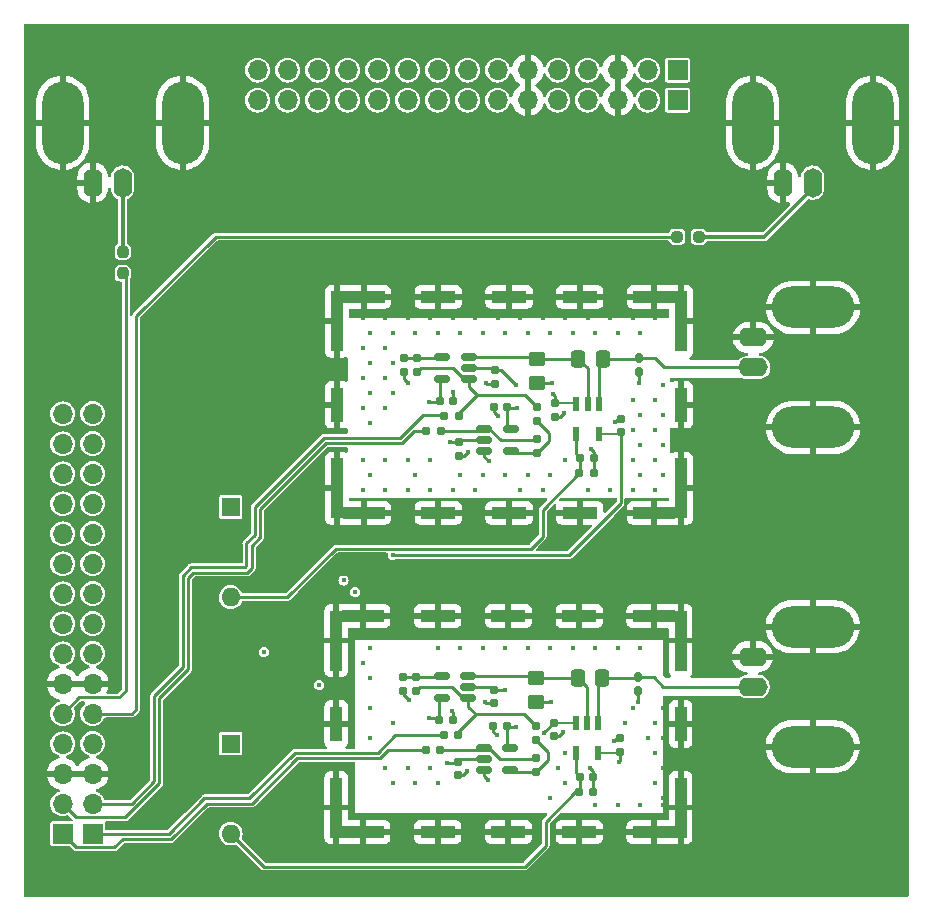
<source format=gtl>
G04 #@! TF.GenerationSoftware,KiCad,Pcbnew,7.0.7*
G04 #@! TF.CreationDate,2023-11-11T11:47:43+00:00*
G04 #@! TF.ProjectId,AD3 Front End Amplifier,41443320-4672-46f6-9e74-20456e642041,rev?*
G04 #@! TF.SameCoordinates,Original*
G04 #@! TF.FileFunction,Copper,L1,Top*
G04 #@! TF.FilePolarity,Positive*
%FSLAX46Y46*%
G04 Gerber Fmt 4.6, Leading zero omitted, Abs format (unit mm)*
G04 Created by KiCad (PCBNEW 7.0.7) date 2023-11-11 11:47:43*
%MOMM*%
%LPD*%
G01*
G04 APERTURE LIST*
G04 Aperture macros list*
%AMRoundRect*
0 Rectangle with rounded corners*
0 $1 Rounding radius*
0 $2 $3 $4 $5 $6 $7 $8 $9 X,Y pos of 4 corners*
0 Add a 4 corners polygon primitive as box body*
4,1,4,$2,$3,$4,$5,$6,$7,$8,$9,$2,$3,0*
0 Add four circle primitives for the rounded corners*
1,1,$1+$1,$2,$3*
1,1,$1+$1,$4,$5*
1,1,$1+$1,$6,$7*
1,1,$1+$1,$8,$9*
0 Add four rect primitives between the rounded corners*
20,1,$1+$1,$2,$3,$4,$5,0*
20,1,$1+$1,$4,$5,$6,$7,0*
20,1,$1+$1,$6,$7,$8,$9,0*
20,1,$1+$1,$8,$9,$2,$3,0*%
G04 Aperture macros list end*
G04 #@! TA.AperFunction,SMDPad,CuDef*
%ADD10RoundRect,0.150000X-0.512500X-0.150000X0.512500X-0.150000X0.512500X0.150000X-0.512500X0.150000X0*%
G04 #@! TD*
G04 #@! TA.AperFunction,SMDPad,CuDef*
%ADD11RoundRect,0.150000X0.512500X0.150000X-0.512500X0.150000X-0.512500X-0.150000X0.512500X-0.150000X0*%
G04 #@! TD*
G04 #@! TA.AperFunction,ComponentPad*
%ADD12R,1.600000X1.600000*%
G04 #@! TD*
G04 #@! TA.AperFunction,ComponentPad*
%ADD13O,1.600000X1.600000*%
G04 #@! TD*
G04 #@! TA.AperFunction,SMDPad,CuDef*
%ADD14RoundRect,0.160000X0.197500X0.160000X-0.197500X0.160000X-0.197500X-0.160000X0.197500X-0.160000X0*%
G04 #@! TD*
G04 #@! TA.AperFunction,SMDPad,CuDef*
%ADD15RoundRect,0.160000X-0.160000X0.197500X-0.160000X-0.197500X0.160000X-0.197500X0.160000X0.197500X0*%
G04 #@! TD*
G04 #@! TA.AperFunction,SMDPad,CuDef*
%ADD16RoundRect,0.160000X0.160000X-0.197500X0.160000X0.197500X-0.160000X0.197500X-0.160000X-0.197500X0*%
G04 #@! TD*
G04 #@! TA.AperFunction,SMDPad,CuDef*
%ADD17RoundRect,0.250000X-0.450000X0.350000X-0.450000X-0.350000X0.450000X-0.350000X0.450000X0.350000X0*%
G04 #@! TD*
G04 #@! TA.AperFunction,SMDPad,CuDef*
%ADD18RoundRect,0.160000X-0.197500X-0.160000X0.197500X-0.160000X0.197500X0.160000X-0.197500X0.160000X0*%
G04 #@! TD*
G04 #@! TA.AperFunction,ComponentPad*
%ADD19O,2.500000X1.600000*%
G04 #@! TD*
G04 #@! TA.AperFunction,ComponentPad*
%ADD20O,7.000000X3.500000*%
G04 #@! TD*
G04 #@! TA.AperFunction,SMDPad,CuDef*
%ADD21R,0.600000X1.200000*%
G04 #@! TD*
G04 #@! TA.AperFunction,SMDPad,CuDef*
%ADD22R,0.990000X5.140000*%
G04 #@! TD*
G04 #@! TA.AperFunction,SMDPad,CuDef*
%ADD23R,0.990000X3.000000*%
G04 #@! TD*
G04 #@! TA.AperFunction,SMDPad,CuDef*
%ADD24R,3.590000X0.990000*%
G04 #@! TD*
G04 #@! TA.AperFunction,SMDPad,CuDef*
%ADD25R,3.000000X0.990000*%
G04 #@! TD*
G04 #@! TA.AperFunction,SMDPad,CuDef*
%ADD26R,2.990000X0.990000*%
G04 #@! TD*
G04 #@! TA.AperFunction,SMDPad,CuDef*
%ADD27RoundRect,0.160000X0.160000X-0.222500X0.160000X0.222500X-0.160000X0.222500X-0.160000X-0.222500X0*%
G04 #@! TD*
G04 #@! TA.AperFunction,SMDPad,CuDef*
%ADD28RoundRect,0.155000X0.212500X0.155000X-0.212500X0.155000X-0.212500X-0.155000X0.212500X-0.155000X0*%
G04 #@! TD*
G04 #@! TA.AperFunction,SMDPad,CuDef*
%ADD29RoundRect,0.155000X-0.155000X0.212500X-0.155000X-0.212500X0.155000X-0.212500X0.155000X0.212500X0*%
G04 #@! TD*
G04 #@! TA.AperFunction,SMDPad,CuDef*
%ADD30RoundRect,0.155000X-0.212500X-0.155000X0.212500X-0.155000X0.212500X0.155000X-0.212500X0.155000X0*%
G04 #@! TD*
G04 #@! TA.AperFunction,SMDPad,CuDef*
%ADD31RoundRect,0.155000X0.155000X-0.212500X0.155000X0.212500X-0.155000X0.212500X-0.155000X-0.212500X0*%
G04 #@! TD*
G04 #@! TA.AperFunction,SMDPad,CuDef*
%ADD32RoundRect,0.250000X0.337500X0.475000X-0.337500X0.475000X-0.337500X-0.475000X0.337500X-0.475000X0*%
G04 #@! TD*
G04 #@! TA.AperFunction,SMDPad,CuDef*
%ADD33RoundRect,0.237500X-0.237500X0.250000X-0.237500X-0.250000X0.237500X-0.250000X0.237500X0.250000X0*%
G04 #@! TD*
G04 #@! TA.AperFunction,SMDPad,CuDef*
%ADD34RoundRect,0.237500X0.250000X0.237500X-0.250000X0.237500X-0.250000X-0.237500X0.250000X-0.237500X0*%
G04 #@! TD*
G04 #@! TA.AperFunction,ComponentPad*
%ADD35R,1.700000X1.700000*%
G04 #@! TD*
G04 #@! TA.AperFunction,ComponentPad*
%ADD36O,1.700000X1.700000*%
G04 #@! TD*
G04 #@! TA.AperFunction,ComponentPad*
%ADD37O,1.600000X2.500000*%
G04 #@! TD*
G04 #@! TA.AperFunction,ComponentPad*
%ADD38O,3.500000X7.000000*%
G04 #@! TD*
G04 #@! TA.AperFunction,ViaPad*
%ADD39C,0.450000*%
G04 #@! TD*
G04 #@! TA.AperFunction,Conductor*
%ADD40C,0.250000*%
G04 #@! TD*
G04 #@! TA.AperFunction,Conductor*
%ADD41C,0.349000*%
G04 #@! TD*
G04 #@! TA.AperFunction,Conductor*
%ADD42C,0.200000*%
G04 #@! TD*
G04 APERTURE END LIST*
D10*
X213482950Y-97043200D03*
X213482950Y-97993200D03*
X213482950Y-98943200D03*
X215757950Y-98943200D03*
X215757950Y-97043200D03*
D11*
X212201950Y-92847200D03*
X212201950Y-91897200D03*
X212201950Y-90947200D03*
X209926950Y-90947200D03*
X209926950Y-92847200D03*
D12*
X192024000Y-103674500D03*
D13*
X192024000Y-111294500D03*
D14*
X209794450Y-97231200D03*
X208599450Y-97231200D03*
D15*
X217922450Y-97903700D03*
X217922450Y-99098700D03*
D16*
X217922450Y-96394200D03*
X217922450Y-95199200D03*
D14*
X211318450Y-95961200D03*
X210123450Y-95961200D03*
D15*
X207762450Y-91045700D03*
X207762450Y-92240700D03*
X206695650Y-91059000D03*
X206695650Y-92254000D03*
D17*
X217922450Y-91151200D03*
X217922450Y-93151200D03*
D18*
X221553450Y-100787200D03*
X222748450Y-100787200D03*
D19*
X236270800Y-91846400D03*
D20*
X241350800Y-96926400D03*
X241350800Y-86766400D03*
D19*
X236270800Y-89306400D03*
D21*
X223190450Y-94965200D03*
X222240450Y-94965200D03*
X221290450Y-94965200D03*
X221290450Y-97465200D03*
X223190450Y-97465200D03*
X223139650Y-121990800D03*
X222189650Y-121990800D03*
X221239650Y-121990800D03*
X221239650Y-124490800D03*
X223139650Y-124490800D03*
D22*
X201011600Y-87942200D03*
D23*
X201011600Y-95012200D03*
D22*
X201011600Y-102082200D03*
D24*
X203301600Y-104157200D03*
D25*
X209596600Y-104157200D03*
D26*
X215591600Y-104157200D03*
D25*
X221586600Y-104157200D03*
D24*
X227881600Y-104157200D03*
D22*
X230171600Y-102082200D03*
D23*
X230171600Y-95012200D03*
D22*
X230171600Y-87942200D03*
D24*
X227881600Y-85867200D03*
D25*
X221586600Y-85867200D03*
D26*
X215591600Y-85867200D03*
D25*
X209596600Y-85867200D03*
D24*
X203301600Y-85867200D03*
D22*
X200960800Y-114967800D03*
D23*
X200960800Y-122037800D03*
D22*
X200960800Y-129107800D03*
D24*
X203250800Y-131182800D03*
D25*
X209545800Y-131182800D03*
D26*
X215540800Y-131182800D03*
D25*
X221535800Y-131182800D03*
D24*
X227830800Y-131182800D03*
D22*
X230120800Y-129107800D03*
D23*
X230120800Y-122037800D03*
D22*
X230120800Y-114967800D03*
D24*
X227830800Y-112892800D03*
D25*
X221535800Y-112892800D03*
D26*
X215540800Y-112892800D03*
D25*
X209545800Y-112892800D03*
D24*
X203250800Y-112892800D03*
D27*
X226558450Y-92215700D03*
X226558450Y-91070700D03*
D28*
X215441950Y-95199200D03*
X214306950Y-95199200D03*
D29*
X211318450Y-98187700D03*
X211318450Y-99322700D03*
D30*
X209734950Y-94691200D03*
X210869950Y-94691200D03*
D29*
X214366450Y-92091700D03*
X214366450Y-93226700D03*
X219446450Y-94885700D03*
X219446450Y-96020700D03*
D31*
X225034450Y-97350200D03*
X225034450Y-96215200D03*
D32*
X223531950Y-91135200D03*
X221456950Y-91135200D03*
D30*
X221613450Y-99517200D03*
X222748450Y-99517200D03*
D10*
X213432150Y-124068800D03*
X213432150Y-125018800D03*
X213432150Y-125968800D03*
X215707150Y-125968800D03*
X215707150Y-124068800D03*
D11*
X212151150Y-119872800D03*
X212151150Y-118922800D03*
X212151150Y-117972800D03*
X209876150Y-117972800D03*
X209876150Y-119872800D03*
D12*
X192024000Y-123698000D03*
D13*
X192024000Y-131318000D03*
D14*
X209743650Y-124256800D03*
X208548650Y-124256800D03*
D15*
X217871650Y-124929300D03*
X217871650Y-126124300D03*
D16*
X217871650Y-123419800D03*
X217871650Y-122224800D03*
D14*
X211267650Y-122986800D03*
X210072650Y-122986800D03*
D15*
X207711650Y-118071300D03*
X207711650Y-119266300D03*
X206644850Y-118084600D03*
X206644850Y-119279600D03*
D17*
X217871650Y-118176800D03*
X217871650Y-120176800D03*
D18*
X221502650Y-127812800D03*
X222697650Y-127812800D03*
D33*
X182880000Y-82042000D03*
X182880000Y-83867000D03*
D34*
X231648000Y-80772000D03*
X229823000Y-80772000D03*
D19*
X236220000Y-118872000D03*
D20*
X241300000Y-123952000D03*
X241300000Y-113792000D03*
D19*
X236220000Y-116332000D03*
D35*
X180340000Y-131318000D03*
D36*
X180340000Y-128778000D03*
X180340000Y-126238000D03*
X180340000Y-123698000D03*
X180340000Y-121158000D03*
X180340000Y-118618000D03*
X180340000Y-116078000D03*
X180340000Y-113538000D03*
X180340000Y-110998000D03*
X180340000Y-108458000D03*
X180340000Y-105918000D03*
X180340000Y-103378000D03*
X180340000Y-100838000D03*
X180340000Y-98298000D03*
X180340000Y-95758000D03*
D35*
X229870000Y-69215500D03*
D36*
X227330000Y-69215500D03*
X224790000Y-69215500D03*
X222250000Y-69215500D03*
X219710000Y-69215500D03*
X217170000Y-69215500D03*
X214630000Y-69215500D03*
X212090000Y-69215500D03*
X209550000Y-69215500D03*
X207010000Y-69215500D03*
X204470000Y-69215500D03*
X201930000Y-69215500D03*
X199390000Y-69215500D03*
X196850000Y-69215500D03*
X194310000Y-69215500D03*
D35*
X177793200Y-131328000D03*
D36*
X177793200Y-128788000D03*
X177793200Y-126248000D03*
X177793200Y-123708000D03*
X177793200Y-121168000D03*
X177793200Y-118628000D03*
X177793200Y-116088000D03*
X177793200Y-113548000D03*
X177793200Y-111008000D03*
X177793200Y-108468000D03*
X177793200Y-105928000D03*
X177793200Y-103388000D03*
X177793200Y-100848000D03*
X177793200Y-98308000D03*
X177793200Y-95768000D03*
X194310000Y-66675000D03*
X196850000Y-66675000D03*
X199390000Y-66675000D03*
X201930000Y-66675000D03*
X204470000Y-66675000D03*
X207010000Y-66675000D03*
X209550000Y-66675000D03*
X212090000Y-66675000D03*
X214630000Y-66675000D03*
X217170000Y-66675000D03*
X219710000Y-66675000D03*
X222250000Y-66675000D03*
X224790000Y-66675000D03*
X227330000Y-66675000D03*
D35*
X229870000Y-66675000D03*
D37*
X180340000Y-76200000D03*
D38*
X177800000Y-71120000D03*
X187960000Y-71120000D03*
D37*
X182880000Y-76200000D03*
X241300000Y-76200000D03*
D38*
X246380000Y-71120000D03*
X236220000Y-71120000D03*
D37*
X238760000Y-76200000D03*
D27*
X226507650Y-119241300D03*
X226507650Y-118096300D03*
D28*
X214256150Y-122224800D03*
X215391150Y-122224800D03*
D29*
X211267650Y-126348300D03*
X211267650Y-125213300D03*
D30*
X209684150Y-121716800D03*
X210819150Y-121716800D03*
D29*
X214315650Y-119117300D03*
X214315650Y-120252300D03*
X219395650Y-121911300D03*
X219395650Y-123046300D03*
D31*
X224983650Y-124375800D03*
X224983650Y-123240800D03*
D32*
X223481150Y-118160800D03*
X221406150Y-118160800D03*
D30*
X221562650Y-126542800D03*
X222697650Y-126542800D03*
D39*
X190500000Y-134620000D03*
X187960000Y-134620000D03*
X180340000Y-134620000D03*
X193040000Y-134620000D03*
X182880000Y-134620000D03*
X177800000Y-134620000D03*
X185420000Y-134620000D03*
X194310000Y-135890000D03*
X191770000Y-135890000D03*
X184150000Y-135890000D03*
X196850000Y-135890000D03*
X186690000Y-135890000D03*
X181610000Y-135890000D03*
X189230000Y-135890000D03*
X179070000Y-135890000D03*
X234950000Y-135890000D03*
X232410000Y-135890000D03*
X224790000Y-135890000D03*
X237490000Y-135890000D03*
X227330000Y-135890000D03*
X222250000Y-135890000D03*
X229870000Y-135890000D03*
X219710000Y-135890000D03*
X214630000Y-135890000D03*
X212090000Y-135890000D03*
X204470000Y-135890000D03*
X217170000Y-135890000D03*
X207010000Y-135890000D03*
X201930000Y-135890000D03*
X209550000Y-135890000D03*
X199390000Y-135890000D03*
X245745000Y-77470000D03*
X243840000Y-77470000D03*
X247650000Y-77470000D03*
X243205000Y-80010000D03*
X241300000Y-80010000D03*
X245110000Y-80010000D03*
X241935000Y-81280000D03*
X240030000Y-81280000D03*
X243840000Y-81280000D03*
X234315000Y-76200000D03*
X222885000Y-76200000D03*
X236220000Y-76200000D03*
X219075000Y-76200000D03*
X224790000Y-76200000D03*
X217170000Y-76200000D03*
X226695000Y-76200000D03*
X220980000Y-76200000D03*
X230505000Y-76200000D03*
X232410000Y-76200000D03*
X228600000Y-76200000D03*
X233045000Y-77470000D03*
X221615000Y-77470000D03*
X234950000Y-77470000D03*
X217805000Y-77470000D03*
X223520000Y-77470000D03*
X215900000Y-77470000D03*
X225425000Y-77470000D03*
X219710000Y-77470000D03*
X229235000Y-77470000D03*
X231140000Y-77470000D03*
X227330000Y-77470000D03*
X231775000Y-78740000D03*
X220345000Y-78740000D03*
X233680000Y-78740000D03*
X216535000Y-78740000D03*
X222250000Y-78740000D03*
X214630000Y-78740000D03*
X224155000Y-78740000D03*
X218440000Y-78740000D03*
X227965000Y-78740000D03*
X229870000Y-78740000D03*
X226060000Y-78740000D03*
X239395000Y-82550000D03*
X245110000Y-82550000D03*
X241300000Y-82550000D03*
X243205000Y-82550000D03*
X237490000Y-82550000D03*
X214630000Y-82550000D03*
X210820000Y-82550000D03*
X218440000Y-82550000D03*
X212725000Y-82550000D03*
X229870000Y-82550000D03*
X235585000Y-82550000D03*
X231775000Y-82550000D03*
X220345000Y-82550000D03*
X224155000Y-82550000D03*
X227965000Y-82550000D03*
X222250000Y-82550000D03*
X216535000Y-82550000D03*
X226060000Y-82550000D03*
X233680000Y-82550000D03*
X217170000Y-71120000D03*
X214630000Y-71120000D03*
X215900000Y-72390000D03*
X214630000Y-73660000D03*
X212090000Y-76200000D03*
X213360000Y-74930000D03*
X213360000Y-72390000D03*
X212090000Y-73660000D03*
X210820000Y-74930000D03*
X209550000Y-76200000D03*
X203200000Y-77470000D03*
X205740000Y-77470000D03*
X208280000Y-77470000D03*
X210820000Y-77470000D03*
X209550000Y-78740000D03*
X207010000Y-78740000D03*
X201930000Y-78740000D03*
X204470000Y-78740000D03*
X205740000Y-82550000D03*
X203200000Y-82550000D03*
X200660000Y-82550000D03*
X198120000Y-82550000D03*
X196850000Y-83820000D03*
X195580000Y-85090000D03*
X194310000Y-86360000D03*
X193040000Y-87630000D03*
X191770000Y-88900000D03*
X190500000Y-90170000D03*
X179070000Y-91440000D03*
X179070000Y-88900000D03*
X176530000Y-87630000D03*
X176530000Y-90170000D03*
X176530000Y-92710000D03*
X179070000Y-85090000D03*
X176530000Y-85090000D03*
X180340000Y-83820000D03*
X177800000Y-83820000D03*
X176530000Y-82550000D03*
X176530000Y-80010000D03*
X180340000Y-81280000D03*
X179070000Y-80010000D03*
X177800000Y-81280000D03*
X179070000Y-82550000D03*
X185420000Y-129540000D03*
X186690000Y-129540000D03*
X186690000Y-128270000D03*
X187960000Y-128270000D03*
X187960000Y-127000000D03*
X182880000Y-127000000D03*
X185420000Y-116840000D03*
X185420000Y-114300000D03*
X186690000Y-115570000D03*
X186690000Y-113030000D03*
X196850000Y-104140000D03*
X198120000Y-105410000D03*
X198120000Y-102870000D03*
X246380000Y-116840000D03*
X241300000Y-116840000D03*
X243840000Y-116840000D03*
X247650000Y-125730000D03*
X247650000Y-120650000D03*
X247650000Y-123190000D03*
X247650000Y-115570000D03*
X247650000Y-118110000D03*
X247650000Y-110490000D03*
X246380000Y-114300000D03*
X246380000Y-111760000D03*
X247650000Y-113030000D03*
X246380000Y-99060000D03*
X246380000Y-96520000D03*
X246380000Y-76200000D03*
X246380000Y-78740000D03*
X246380000Y-81280000D03*
X246380000Y-83820000D03*
X246380000Y-86360000D03*
X246380000Y-88900000D03*
X247650000Y-80010000D03*
X247650000Y-82550000D03*
X247650000Y-85090000D03*
X247650000Y-87630000D03*
X247650000Y-90170000D03*
X247650000Y-92710000D03*
X247650000Y-95250000D03*
X247650000Y-97790000D03*
X247650000Y-100330000D03*
X243840000Y-91440000D03*
X242570000Y-92710000D03*
X240030000Y-92710000D03*
X245110000Y-90170000D03*
X243840000Y-93980000D03*
X240030000Y-90170000D03*
X246380000Y-93980000D03*
X246380000Y-91440000D03*
X241300000Y-91440000D03*
X241300000Y-93980000D03*
X245110000Y-92710000D03*
X242570000Y-90170000D03*
X245110000Y-120650000D03*
X240030000Y-120650000D03*
X242570000Y-120650000D03*
X242570000Y-118110000D03*
X245110000Y-118110000D03*
X241300000Y-119380000D03*
X243840000Y-119380000D03*
X246380000Y-119380000D03*
X240030000Y-118110000D03*
X199390000Y-87630000D03*
X198120000Y-88900000D03*
X199390000Y-90170000D03*
X196850000Y-90170000D03*
X198120000Y-91440000D03*
X195580000Y-91440000D03*
X193040000Y-101600000D03*
X191770000Y-100330000D03*
X194310000Y-100330000D03*
X191770000Y-97790000D03*
X193040000Y-99060000D03*
X196850000Y-97790000D03*
X194310000Y-97790000D03*
X195580000Y-99060000D03*
X193040000Y-93980000D03*
X198120000Y-93980000D03*
X199390000Y-92710000D03*
X195580000Y-93980000D03*
X194310000Y-92710000D03*
X196850000Y-92710000D03*
X195580000Y-96520000D03*
X198120000Y-96520000D03*
X193040000Y-96520000D03*
X194310000Y-95250000D03*
X196850000Y-95250000D03*
X199390000Y-95250000D03*
X191770000Y-95250000D03*
X218440000Y-109220000D03*
X215900000Y-109220000D03*
X220980000Y-109220000D03*
X228600000Y-109220000D03*
X229870000Y-107950000D03*
X231140000Y-109220000D03*
X224790000Y-107950000D03*
X228600000Y-106680000D03*
X223520000Y-106680000D03*
X226060000Y-109220000D03*
X232410000Y-107950000D03*
X231140000Y-106680000D03*
X226060000Y-106680000D03*
X227330000Y-107950000D03*
X223520000Y-109220000D03*
X229870000Y-133350000D03*
X224790000Y-133350000D03*
X232410000Y-133350000D03*
X219710000Y-133350000D03*
X227330000Y-133350000D03*
X222250000Y-133350000D03*
X218440000Y-134620000D03*
X226060000Y-134620000D03*
X223520000Y-134620000D03*
X220980000Y-134620000D03*
X231140000Y-134620000D03*
X228600000Y-134620000D03*
X240030000Y-133350000D03*
X234950000Y-133350000D03*
X237490000Y-133350000D03*
X242570000Y-133350000D03*
X245110000Y-133350000D03*
X247650000Y-133350000D03*
X236220000Y-134620000D03*
X238760000Y-134620000D03*
X241300000Y-134620000D03*
X243840000Y-134620000D03*
X246380000Y-134620000D03*
X233680000Y-134620000D03*
X240030000Y-130810000D03*
X234950000Y-130810000D03*
X237490000Y-130810000D03*
X242570000Y-130810000D03*
X245110000Y-130810000D03*
X247650000Y-130810000D03*
X236220000Y-132080000D03*
X238760000Y-132080000D03*
X241300000Y-132080000D03*
X243840000Y-132080000D03*
X246380000Y-132080000D03*
X233680000Y-132080000D03*
X240030000Y-128270000D03*
X234950000Y-128270000D03*
X237490000Y-128270000D03*
X242570000Y-128270000D03*
X245110000Y-128270000D03*
X247650000Y-128270000D03*
X236220000Y-129540000D03*
X238760000Y-129540000D03*
X241300000Y-129540000D03*
X243840000Y-129540000D03*
X246380000Y-129540000D03*
X233680000Y-129540000D03*
X240030000Y-107950000D03*
X234950000Y-107950000D03*
X237490000Y-107950000D03*
X242570000Y-107950000D03*
X245110000Y-107950000D03*
X247650000Y-107950000D03*
X236220000Y-109220000D03*
X238760000Y-109220000D03*
X241300000Y-109220000D03*
X243840000Y-109220000D03*
X246380000Y-109220000D03*
X233680000Y-109220000D03*
X240030000Y-105410000D03*
X234950000Y-105410000D03*
X237490000Y-105410000D03*
X242570000Y-105410000D03*
X245110000Y-105410000D03*
X247650000Y-105410000D03*
X236220000Y-106680000D03*
X238760000Y-106680000D03*
X241300000Y-106680000D03*
X243840000Y-106680000D03*
X246380000Y-106680000D03*
X233680000Y-106680000D03*
X243840000Y-104140000D03*
X233680000Y-104140000D03*
X241300000Y-104140000D03*
X236220000Y-104140000D03*
X238760000Y-104140000D03*
X246380000Y-104140000D03*
X245110000Y-102870000D03*
X234950000Y-102870000D03*
X242570000Y-102870000D03*
X237490000Y-102870000D03*
X240030000Y-102870000D03*
X247650000Y-102870000D03*
X246380000Y-101600000D03*
X243840000Y-101600000D03*
X241300000Y-101600000D03*
X238760000Y-101600000D03*
X236220000Y-101600000D03*
X233680000Y-101600000D03*
X227330000Y-123190000D03*
X226060000Y-120650000D03*
X225425000Y-121920000D03*
X220345000Y-124460000D03*
X219710000Y-125730000D03*
X220345000Y-127000000D03*
X219075000Y-128270000D03*
X208915000Y-125730000D03*
X207010000Y-125730000D03*
X205105000Y-125730000D03*
X209550000Y-127000000D03*
X207645000Y-127000000D03*
X205740000Y-127000000D03*
X227965000Y-121920000D03*
X228600000Y-125730000D03*
X227965000Y-124460000D03*
X228600000Y-123190000D03*
X228600000Y-128270000D03*
X227965000Y-127000000D03*
X228600000Y-120650000D03*
X228600000Y-128905000D03*
X222885000Y-128905000D03*
X226695000Y-128905000D03*
X224790000Y-128905000D03*
X207137000Y-129794000D03*
X209042000Y-129794000D03*
X205232000Y-129794000D03*
X203327000Y-129794000D03*
X210820000Y-129794000D03*
X227965000Y-129794000D03*
X224155000Y-129794000D03*
X220345000Y-129794000D03*
X214630000Y-129794000D03*
X222250000Y-129794000D03*
X226060000Y-129794000D03*
X212725000Y-129794000D03*
X216535000Y-129794000D03*
X203835000Y-120650000D03*
X203200000Y-116840000D03*
X203835000Y-118110000D03*
X205740000Y-121920000D03*
X203835000Y-123190000D03*
X203200000Y-114300000D03*
X222885000Y-115570000D03*
X211455000Y-115570000D03*
X224790000Y-115570000D03*
X209550000Y-115570000D03*
X210820000Y-114300000D03*
X213360000Y-115570000D03*
X217170000Y-115570000D03*
X226695000Y-115570000D03*
X205105000Y-114300000D03*
X220980000Y-115570000D03*
X219075000Y-115570000D03*
X222250000Y-114300000D03*
X227965000Y-114300000D03*
X224155000Y-114300000D03*
X212725000Y-114300000D03*
X216535000Y-114300000D03*
X203835000Y-115570000D03*
X220345000Y-114300000D03*
X214630000Y-114300000D03*
X218440000Y-114300000D03*
X226060000Y-114300000D03*
X215265000Y-115570000D03*
X228600000Y-93345000D03*
X226060000Y-94615000D03*
X227965000Y-94615000D03*
X227965000Y-97155000D03*
X226060000Y-97155000D03*
X228600000Y-95885000D03*
X226695000Y-95885000D03*
X227965000Y-99695000D03*
X226060000Y-99695000D03*
X228600000Y-98425000D03*
X226695000Y-98425000D03*
X228600000Y-100965000D03*
X226695000Y-100965000D03*
X220345000Y-99695000D03*
X215265000Y-100965000D03*
X219075000Y-100965000D03*
X217170000Y-100965000D03*
X213360000Y-100965000D03*
X211455000Y-100965000D03*
X208915000Y-99695000D03*
X207010000Y-99695000D03*
X207645000Y-100965000D03*
X207010000Y-102235000D03*
X210820000Y-102235000D03*
X222250000Y-102235000D03*
X227965000Y-102235000D03*
X224155000Y-102235000D03*
X212725000Y-102235000D03*
X216535000Y-102235000D03*
X208915000Y-102235000D03*
X218440000Y-102235000D03*
X226060000Y-102235000D03*
X203200000Y-99695000D03*
X203200000Y-102235000D03*
X205105000Y-102235000D03*
X205105000Y-99695000D03*
X203835000Y-100965000D03*
X203200000Y-95250000D03*
X205105000Y-95250000D03*
X203835000Y-96520000D03*
X203200000Y-92710000D03*
X205105000Y-92710000D03*
X203835000Y-93980000D03*
X205740000Y-93980000D03*
X203200000Y-90170000D03*
X205105000Y-90170000D03*
X203835000Y-91440000D03*
X205740000Y-91440000D03*
X207645000Y-88900000D03*
X203835000Y-88900000D03*
X211455000Y-88900000D03*
X205740000Y-88900000D03*
X222885000Y-88900000D03*
X224790000Y-88900000D03*
X213360000Y-88900000D03*
X217170000Y-88900000D03*
X220980000Y-88900000D03*
X215265000Y-88900000D03*
X209550000Y-88900000D03*
X219075000Y-88900000D03*
X226695000Y-88900000D03*
X227965000Y-87630000D03*
X222250000Y-87630000D03*
X226060000Y-87630000D03*
X224155000Y-87630000D03*
X220345000Y-87630000D03*
X218440000Y-87630000D03*
X216535000Y-87630000D03*
X214630000Y-87630000D03*
X212725000Y-87630000D03*
X210820000Y-87630000D03*
X208915000Y-87630000D03*
X207010000Y-87630000D03*
X205105000Y-87630000D03*
X203200000Y-87630000D03*
X194818000Y-115951000D03*
X199517000Y-118745000D03*
X224917000Y-125222000D03*
X205756500Y-107737500D03*
X219329000Y-94107000D03*
X201580056Y-109886056D03*
X202565000Y-110871000D03*
X218567000Y-122809000D03*
X210566000Y-98171000D03*
X216154000Y-93345000D03*
X210312000Y-125349000D03*
X215265000Y-119126000D03*
X208788000Y-94742000D03*
X216281000Y-95250000D03*
X216154000Y-122301000D03*
X208788000Y-121539000D03*
X208534000Y-108712000D03*
X203835000Y-109728000D03*
X205962500Y-109601000D03*
X200660000Y-108712000D03*
X195707000Y-108712000D03*
X197993000Y-108712000D03*
X195834000Y-119888000D03*
X191770000Y-119888000D03*
X191770000Y-115062000D03*
X195834000Y-115062000D03*
X226558450Y-93167200D03*
X219192450Y-93167200D03*
X213604450Y-93167200D03*
X214620450Y-95961200D03*
X212080450Y-99009200D03*
X213858450Y-99771200D03*
X210810450Y-93929200D03*
X220208450Y-95707200D03*
X224526450Y-96469200D03*
X222494450Y-98755200D03*
X207025850Y-93192600D03*
X200964800Y-87543600D03*
X200964800Y-88813600D03*
X200964800Y-90083600D03*
X200964800Y-94528600D03*
X200964800Y-95798600D03*
X200964800Y-100243600D03*
X200964800Y-101513600D03*
X200964800Y-102783600D03*
X200964800Y-104053600D03*
X202234800Y-104053600D03*
X203504800Y-104053600D03*
X204774800Y-104053600D03*
X209219800Y-104053600D03*
X210489800Y-104053600D03*
X214934800Y-104053600D03*
X216204800Y-104053600D03*
X220649800Y-104053600D03*
X221919800Y-104053600D03*
X226999800Y-104053600D03*
X228269800Y-104053600D03*
X229539800Y-104053600D03*
X230174800Y-103418600D03*
X230174800Y-102148600D03*
X230174800Y-100878600D03*
X230174800Y-95798600D03*
X230174800Y-94528600D03*
X230174800Y-89448600D03*
X230174800Y-88178600D03*
X230174800Y-86908600D03*
X200939400Y-85867200D03*
X202209400Y-85867200D03*
X221894400Y-85867200D03*
X204749400Y-85867200D03*
X203479400Y-85867200D03*
X210464400Y-85867200D03*
X214909400Y-85867200D03*
X216179400Y-85867200D03*
X220624400Y-85867200D03*
X209194400Y-85867200D03*
X229514400Y-85867200D03*
X228244400Y-85867200D03*
X226974400Y-85867200D03*
X226558450Y-93167200D03*
X219192450Y-93167200D03*
X213604450Y-93167200D03*
X214620450Y-95961200D03*
X212080450Y-99009200D03*
X213858450Y-99771200D03*
X210810450Y-93929200D03*
X220208450Y-95707200D03*
X224526450Y-96469200D03*
X222494450Y-98755200D03*
X207025850Y-93192600D03*
X200964800Y-87543600D03*
X200964800Y-88813600D03*
X200964800Y-90083600D03*
X200964800Y-94528600D03*
X200964800Y-95798600D03*
X200964800Y-100243600D03*
X200964800Y-101513600D03*
X200964800Y-102783600D03*
X200964800Y-104053600D03*
X202234800Y-104053600D03*
X203504800Y-104053600D03*
X204774800Y-104053600D03*
X209219800Y-104053600D03*
X210489800Y-104053600D03*
X214934800Y-104053600D03*
X216204800Y-104053600D03*
X220649800Y-104053600D03*
X221919800Y-104053600D03*
X226999800Y-104053600D03*
X228269800Y-104053600D03*
X229539800Y-104053600D03*
X230174800Y-103418600D03*
X230174800Y-102148600D03*
X230174800Y-100878600D03*
X230174800Y-95798600D03*
X230174800Y-94528600D03*
X230174800Y-89448600D03*
X230174800Y-88178600D03*
X230174800Y-86908600D03*
X200939400Y-85867200D03*
X202209400Y-85867200D03*
X221894400Y-85867200D03*
X204749400Y-85867200D03*
X203479400Y-85867200D03*
X210464400Y-85867200D03*
X214909400Y-85867200D03*
X216179400Y-85867200D03*
X220624400Y-85867200D03*
X209194400Y-85867200D03*
X229514400Y-85867200D03*
X228244400Y-85867200D03*
X226974400Y-85867200D03*
X226923600Y-112892800D03*
X228193600Y-112892800D03*
X229463600Y-112892800D03*
X209143600Y-112892800D03*
X220573600Y-112892800D03*
X216128600Y-112892800D03*
X214858600Y-112892800D03*
X210413600Y-112892800D03*
X203428600Y-112892800D03*
X204698600Y-112892800D03*
X221843600Y-112892800D03*
X202158600Y-112892800D03*
X200888600Y-112892800D03*
X230124000Y-113934200D03*
X230124000Y-115204200D03*
X230124000Y-116474200D03*
X230124000Y-121554200D03*
X230124000Y-122824200D03*
X230124000Y-127904200D03*
X230124000Y-129174200D03*
X230124000Y-130444200D03*
X229489000Y-131079200D03*
X228219000Y-131079200D03*
X226949000Y-131079200D03*
X221869000Y-131079200D03*
X220599000Y-131079200D03*
X216154000Y-131079200D03*
X214884000Y-131079200D03*
X210439000Y-131079200D03*
X209169000Y-131079200D03*
X204724000Y-131079200D03*
X203454000Y-131079200D03*
X202184000Y-131079200D03*
X200914000Y-131079200D03*
X200914000Y-129809200D03*
X200914000Y-128539200D03*
X200914000Y-127269200D03*
X200914000Y-122824200D03*
X200914000Y-121554200D03*
X200914000Y-117109200D03*
X200914000Y-115839200D03*
X200914000Y-114569200D03*
X207162400Y-119989600D03*
X222443650Y-125780800D03*
X224475650Y-123494800D03*
X220157650Y-122732800D03*
X210759650Y-120954800D03*
X213807650Y-126796800D03*
X212029650Y-126034800D03*
X214569650Y-122986800D03*
X213553650Y-120192800D03*
X219141650Y-120192800D03*
X226507650Y-120192800D03*
D40*
X206644850Y-119472050D02*
X206644850Y-119279600D01*
X207162400Y-119989600D02*
X206644850Y-119472050D01*
D41*
X182880000Y-76200000D02*
X182880000Y-82042000D01*
D40*
X208280000Y-95885000D02*
X210047250Y-95885000D01*
X210047250Y-95885000D02*
X210123450Y-95961200D01*
X206375000Y-97790000D02*
X208280000Y-95885000D01*
X199896804Y-97790000D02*
X206375000Y-97790000D01*
X194056000Y-103630804D02*
X199896804Y-97790000D01*
X193352000Y-106747604D02*
X194056000Y-106043604D01*
X193352000Y-108652604D02*
X193352000Y-106747604D01*
X188664000Y-108770000D02*
X193234604Y-108770000D01*
X187960000Y-109474000D02*
X188664000Y-108770000D01*
X187960000Y-117219604D02*
X187960000Y-109474000D01*
X193234604Y-108770000D02*
X193352000Y-108652604D01*
X194056000Y-106043604D02*
X194056000Y-103630804D01*
X185547000Y-119632604D02*
X187960000Y-117219604D01*
X185547000Y-126873000D02*
X185547000Y-119632604D01*
X183642000Y-128778000D02*
X185547000Y-126873000D01*
X180340000Y-128778000D02*
X183642000Y-128778000D01*
X178958200Y-129953000D02*
X177793200Y-128788000D01*
X183103396Y-129953000D02*
X178958200Y-129953000D01*
X185997000Y-119819000D02*
X185997000Y-127059396D01*
X188410000Y-117406000D02*
X185997000Y-119819000D01*
X185997000Y-127059396D02*
X183103396Y-129953000D01*
X188410000Y-109660396D02*
X188410000Y-117406000D01*
X188850396Y-109220000D02*
X188410000Y-109660396D01*
X193421000Y-109220000D02*
X188850396Y-109220000D01*
X193802000Y-108839000D02*
X193421000Y-109220000D01*
X193802000Y-106934000D02*
X193802000Y-108839000D01*
X194506000Y-103817200D02*
X194506000Y-106230000D01*
X200083200Y-98240000D02*
X194506000Y-103817200D01*
X194506000Y-106230000D02*
X193802000Y-106934000D01*
X207570196Y-97231200D02*
X206561396Y-98240000D01*
X208599450Y-97231200D02*
X207570196Y-97231200D01*
X206561396Y-98240000D02*
X200083200Y-98240000D01*
X224983650Y-125155350D02*
X224917000Y-125222000D01*
X224983650Y-124375800D02*
X224983650Y-125155350D01*
X214900700Y-92091700D02*
X214366450Y-92091700D01*
X216154000Y-93345000D02*
X214900700Y-92091700D01*
X220651300Y-107737500D02*
X205756500Y-107737500D01*
X225034450Y-103354350D02*
X220651300Y-107737500D01*
X225034450Y-97350200D02*
X225034450Y-103354350D01*
X219446450Y-94224450D02*
X219329000Y-94107000D01*
X219446450Y-94885700D02*
X219446450Y-94224450D01*
X218567000Y-122809000D02*
X218567000Y-122739950D01*
X218567000Y-122739950D02*
X219395650Y-121911300D01*
X219395650Y-121911300D02*
X219395650Y-121853350D01*
X211301750Y-98171000D02*
X211318450Y-98187700D01*
X210566000Y-98171000D02*
X211301750Y-98171000D01*
X211131950Y-125349000D02*
X211267650Y-125213300D01*
X210312000Y-125349000D02*
X211131950Y-125349000D01*
X214324350Y-119126000D02*
X214315650Y-119117300D01*
X215265000Y-119126000D02*
X214324350Y-119126000D01*
X209684150Y-94742000D02*
X209734950Y-94691200D01*
X208788000Y-94742000D02*
X209684150Y-94742000D01*
X215492750Y-95250000D02*
X215441950Y-95199200D01*
X216281000Y-95250000D02*
X215492750Y-95250000D01*
X216154000Y-122301000D02*
X215467350Y-122301000D01*
X215467350Y-122301000D02*
X215391150Y-122224800D01*
X209506350Y-121539000D02*
X209684150Y-121716800D01*
X208788000Y-121539000D02*
X209506350Y-121539000D01*
X196807500Y-111294500D02*
X192024000Y-111294500D01*
X200914000Y-107188000D02*
X196807500Y-111294500D01*
X218440000Y-106172000D02*
X217424000Y-107188000D01*
X217424000Y-107188000D02*
X200914000Y-107188000D01*
X221553450Y-100787200D02*
X218440000Y-103900650D01*
X218440000Y-103900650D02*
X218440000Y-106172000D01*
X204470000Y-124460000D02*
X205943200Y-122986800D01*
X189807000Y-128328000D02*
X193615604Y-128328000D01*
X186817000Y-131318000D02*
X189807000Y-128328000D01*
X180340000Y-131318000D02*
X186817000Y-131318000D01*
X193615604Y-128328000D02*
X197483604Y-124460000D01*
X197483604Y-124460000D02*
X204470000Y-124460000D01*
X205943200Y-122986800D02*
X210072650Y-122986800D01*
X178958200Y-132493000D02*
X177793200Y-131328000D01*
X182155000Y-132493000D02*
X178958200Y-132493000D01*
X189993396Y-128778000D02*
X187003396Y-131768000D01*
X193802000Y-128778000D02*
X189993396Y-128778000D01*
X197670000Y-124910000D02*
X193802000Y-128778000D01*
X204656396Y-124910000D02*
X197670000Y-124910000D01*
X205309596Y-124256800D02*
X204656396Y-124910000D01*
X182880000Y-131768000D02*
X182155000Y-132493000D01*
X208548650Y-124256800D02*
X205309596Y-124256800D01*
X187003396Y-131768000D02*
X182880000Y-131768000D01*
X183134000Y-84121000D02*
X182880000Y-83867000D01*
X183134000Y-119253000D02*
X183134000Y-84121000D01*
X179168200Y-119793000D02*
X182594000Y-119793000D01*
X182594000Y-119793000D02*
X183134000Y-119253000D01*
X177793200Y-121168000D02*
X179168200Y-119793000D01*
X190754000Y-80772000D02*
X229823000Y-80772000D01*
X184005000Y-87521000D02*
X190754000Y-80772000D01*
X184005000Y-120795000D02*
X184005000Y-87521000D01*
X183642000Y-121158000D02*
X184005000Y-120795000D01*
X180340000Y-121158000D02*
X183642000Y-121158000D01*
X241300000Y-76650000D02*
X241300000Y-76200000D01*
D41*
X231648000Y-80772000D02*
X237178000Y-80772000D01*
X237178000Y-80772000D02*
X241300000Y-76650000D01*
D40*
X194818000Y-134112000D02*
X192024000Y-131318000D01*
X218694000Y-132334000D02*
X216916000Y-134112000D01*
X218694000Y-130302000D02*
X218694000Y-132334000D01*
X221183200Y-127812800D02*
X218694000Y-130302000D01*
X221502650Y-127812800D02*
X221183200Y-127812800D01*
X216916000Y-134112000D02*
X194818000Y-134112000D01*
X223531950Y-91135200D02*
X226493950Y-91135200D01*
X226493950Y-91135200D02*
X226558450Y-91070700D01*
X223531950Y-91135200D02*
X223190450Y-91476700D01*
X223190450Y-91476700D02*
X223190450Y-94965200D01*
X221456950Y-91135200D02*
X222240450Y-91918700D01*
X222240450Y-91918700D02*
X222240450Y-94965200D01*
X217414450Y-91151200D02*
X221440950Y-91151200D01*
X221440950Y-91151200D02*
X221456950Y-91135200D01*
X207762450Y-91045700D02*
X209828450Y-91045700D01*
X209828450Y-91045700D02*
X209926950Y-90947200D01*
X212201950Y-92847200D02*
X211760450Y-92847200D01*
X211760450Y-92847200D02*
X210810450Y-91897200D01*
X210810450Y-91897200D02*
X208105950Y-91897200D01*
X208105950Y-91897200D02*
X207762450Y-92240700D01*
X209734950Y-93039200D02*
X209926950Y-92847200D01*
X209734950Y-94691200D02*
X209734950Y-93039200D01*
X212201950Y-91897200D02*
X214171950Y-91897200D01*
X214171950Y-91897200D02*
X214366450Y-92091700D01*
X217718450Y-90947200D02*
X217922450Y-91151200D01*
X212201950Y-90947200D02*
X217718450Y-90947200D01*
X213482950Y-97043200D02*
X213924450Y-97043200D01*
X213924450Y-97043200D02*
X214874450Y-97993200D01*
X217832950Y-97993200D02*
X217922450Y-97903700D01*
X214874450Y-97993200D02*
X217832950Y-97993200D01*
X217922450Y-99098700D02*
X215913450Y-99098700D01*
X215913450Y-99098700D02*
X215757950Y-98943200D01*
X215441950Y-95453200D02*
X215441950Y-96727200D01*
X215441950Y-96727200D02*
X215757950Y-97043200D01*
X218938450Y-98082700D02*
X217922450Y-99098700D01*
X217922450Y-96394200D02*
X218938450Y-97410200D01*
X218938450Y-97410200D02*
X218938450Y-98082700D01*
X212842450Y-94183200D02*
X216906450Y-94183200D01*
X212201950Y-92847200D02*
X212201950Y-93542700D01*
X216906450Y-94183200D02*
X217922450Y-95199200D01*
X212201950Y-93542700D02*
X212842450Y-94183200D01*
X212842450Y-94183200D02*
X211318450Y-95707200D01*
X211318450Y-95707200D02*
X211318450Y-95961200D01*
X209794450Y-97231200D02*
X213294950Y-97231200D01*
X213294950Y-97231200D02*
X213482950Y-97043200D01*
X226558450Y-92215700D02*
X226558450Y-93167200D01*
X217922450Y-93151200D02*
X219176450Y-93151200D01*
X219176450Y-93151200D02*
X219192450Y-93167200D01*
X214366450Y-93226700D02*
X213663950Y-93226700D01*
X213663950Y-93226700D02*
X213604450Y-93167200D01*
X214306950Y-95453200D02*
X214306950Y-95647700D01*
X214306950Y-95647700D02*
X214620450Y-95961200D01*
X212080450Y-99009200D02*
X211766950Y-99322700D01*
X211766950Y-99322700D02*
X211318450Y-99322700D01*
X213482950Y-97993200D02*
X211512950Y-97993200D01*
X211512950Y-97993200D02*
X211318450Y-98187700D01*
X213482950Y-98943200D02*
X213482950Y-99395700D01*
X213482950Y-99395700D02*
X213858450Y-99771200D01*
X210869950Y-94691200D02*
X210869950Y-93988700D01*
X210869950Y-93988700D02*
X210810450Y-93929200D01*
D42*
X219446450Y-94885700D02*
X221210950Y-94885700D01*
X221210950Y-94885700D02*
X221290450Y-94965200D01*
D40*
X219446450Y-96020700D02*
X219894950Y-96020700D01*
X219894950Y-96020700D02*
X220208450Y-95707200D01*
D42*
X223190450Y-97465200D02*
X224919450Y-97465200D01*
X224919450Y-97465200D02*
X225034450Y-97350200D01*
D40*
X225034450Y-96215200D02*
X224780450Y-96215200D01*
X224780450Y-96215200D02*
X224526450Y-96469200D01*
X221290450Y-97465200D02*
X221290450Y-99194200D01*
X221290450Y-99194200D02*
X221613450Y-99517200D01*
X221613450Y-99517200D02*
X221613450Y-100727200D01*
X221613450Y-100727200D02*
X221553450Y-100787200D01*
X222748450Y-99517200D02*
X222748450Y-99009200D01*
X222748450Y-99009200D02*
X222494450Y-98755200D01*
X222748450Y-100787200D02*
X222748450Y-99517200D01*
X206695650Y-92254000D02*
X206695650Y-92862400D01*
X206695650Y-92862400D02*
X207025850Y-93192600D01*
X206695650Y-91059000D02*
X207749150Y-91059000D01*
X207749150Y-91059000D02*
X207762450Y-91045700D01*
X227925900Y-91070700D02*
X226558450Y-91070700D01*
X236270800Y-91846400D02*
X228701600Y-91846400D01*
X228701600Y-91846400D02*
X227925900Y-91070700D01*
X228650800Y-118872000D02*
X227875100Y-118096300D01*
X236220000Y-118872000D02*
X228650800Y-118872000D01*
X227875100Y-118096300D02*
X226507650Y-118096300D01*
X223531950Y-91135200D02*
X226493950Y-91135200D01*
X226493950Y-91135200D02*
X226558450Y-91070700D01*
X223531950Y-91135200D02*
X223190450Y-91476700D01*
X223190450Y-91476700D02*
X223190450Y-94965200D01*
X221456950Y-91135200D02*
X222240450Y-91918700D01*
X222240450Y-91918700D02*
X222240450Y-94965200D01*
X217414450Y-91151200D02*
X221440950Y-91151200D01*
X221440950Y-91151200D02*
X221456950Y-91135200D01*
X207762450Y-91045700D02*
X209828450Y-91045700D01*
X209828450Y-91045700D02*
X209926950Y-90947200D01*
X212201950Y-92847200D02*
X211760450Y-92847200D01*
X211760450Y-92847200D02*
X210810450Y-91897200D01*
X210810450Y-91897200D02*
X208105950Y-91897200D01*
X208105950Y-91897200D02*
X207762450Y-92240700D01*
X209734950Y-93039200D02*
X209926950Y-92847200D01*
X209734950Y-94691200D02*
X209734950Y-93039200D01*
X212201950Y-91897200D02*
X214171950Y-91897200D01*
X214171950Y-91897200D02*
X214366450Y-92091700D01*
X217718450Y-90947200D02*
X217922450Y-91151200D01*
X212201950Y-90947200D02*
X217718450Y-90947200D01*
X213482950Y-97043200D02*
X213924450Y-97043200D01*
X213924450Y-97043200D02*
X214874450Y-97993200D01*
X217832950Y-97993200D02*
X217922450Y-97903700D01*
X214874450Y-97993200D02*
X217832950Y-97993200D01*
X217922450Y-99098700D02*
X215913450Y-99098700D01*
X215913450Y-99098700D02*
X215757950Y-98943200D01*
X215441950Y-95453200D02*
X215441950Y-96727200D01*
X215441950Y-96727200D02*
X215757950Y-97043200D01*
X218938450Y-98082700D02*
X217922450Y-99098700D01*
X217922450Y-96394200D02*
X218938450Y-97410200D01*
X218938450Y-97410200D02*
X218938450Y-98082700D01*
X212842450Y-94183200D02*
X216906450Y-94183200D01*
X212201950Y-92847200D02*
X212201950Y-93542700D01*
X216906450Y-94183200D02*
X217922450Y-95199200D01*
X212201950Y-93542700D02*
X212842450Y-94183200D01*
X212842450Y-94183200D02*
X211318450Y-95707200D01*
X211318450Y-95707200D02*
X211318450Y-95961200D01*
X209794450Y-97231200D02*
X213294950Y-97231200D01*
X213294950Y-97231200D02*
X213482950Y-97043200D01*
X226558450Y-92215700D02*
X226558450Y-93167200D01*
X217922450Y-93151200D02*
X219176450Y-93151200D01*
X219176450Y-93151200D02*
X219192450Y-93167200D01*
X214366450Y-93226700D02*
X213663950Y-93226700D01*
X213663950Y-93226700D02*
X213604450Y-93167200D01*
X214306950Y-95453200D02*
X214306950Y-95647700D01*
X214306950Y-95647700D02*
X214620450Y-95961200D01*
X212080450Y-99009200D02*
X211766950Y-99322700D01*
X211766950Y-99322700D02*
X211318450Y-99322700D01*
X213482950Y-97993200D02*
X211512950Y-97993200D01*
X211512950Y-97993200D02*
X211318450Y-98187700D01*
X213482950Y-98943200D02*
X213482950Y-99395700D01*
X213482950Y-99395700D02*
X213858450Y-99771200D01*
X210869950Y-94691200D02*
X210869950Y-93988700D01*
X210869950Y-93988700D02*
X210810450Y-93929200D01*
D42*
X219446450Y-94885700D02*
X221210950Y-94885700D01*
X221210950Y-94885700D02*
X221290450Y-94965200D01*
D40*
X219446450Y-96020700D02*
X219894950Y-96020700D01*
X219894950Y-96020700D02*
X220208450Y-95707200D01*
D42*
X223190450Y-97465200D02*
X224919450Y-97465200D01*
X224919450Y-97465200D02*
X225034450Y-97350200D01*
D40*
X225034450Y-96215200D02*
X224780450Y-96215200D01*
X224780450Y-96215200D02*
X224526450Y-96469200D01*
X221290450Y-97465200D02*
X221290450Y-99194200D01*
X221290450Y-99194200D02*
X221613450Y-99517200D01*
X221613450Y-99517200D02*
X221613450Y-100727200D01*
X221613450Y-100727200D02*
X221553450Y-100787200D01*
X222748450Y-99517200D02*
X222748450Y-99009200D01*
X222748450Y-99009200D02*
X222494450Y-98755200D01*
X222748450Y-100787200D02*
X222748450Y-99517200D01*
X206695650Y-92254000D02*
X206695650Y-92862400D01*
X206695650Y-92862400D02*
X207025850Y-93192600D01*
X206695650Y-91059000D02*
X207749150Y-91059000D01*
X207749150Y-91059000D02*
X207762450Y-91045700D01*
X207698350Y-118084600D02*
X207711650Y-118071300D01*
X206644850Y-118084600D02*
X207698350Y-118084600D01*
X222697650Y-127812800D02*
X222697650Y-126542800D01*
X222697650Y-126034800D02*
X222443650Y-125780800D01*
X222697650Y-126542800D02*
X222697650Y-126034800D01*
X221562650Y-127752800D02*
X221502650Y-127812800D01*
X221562650Y-126542800D02*
X221562650Y-127752800D01*
X221239650Y-126219800D02*
X221562650Y-126542800D01*
X221239650Y-124490800D02*
X221239650Y-126219800D01*
X224729650Y-123240800D02*
X224475650Y-123494800D01*
X224983650Y-123240800D02*
X224729650Y-123240800D01*
D42*
X224868650Y-124490800D02*
X224983650Y-124375800D01*
X223139650Y-124490800D02*
X224868650Y-124490800D01*
D40*
X219844150Y-123046300D02*
X220157650Y-122732800D01*
X219395650Y-123046300D02*
X219844150Y-123046300D01*
D42*
X221160150Y-121911300D02*
X221239650Y-121990800D01*
X219395650Y-121911300D02*
X221160150Y-121911300D01*
D40*
X210819150Y-121014300D02*
X210759650Y-120954800D01*
X210819150Y-121716800D02*
X210819150Y-121014300D01*
X213432150Y-126421300D02*
X213807650Y-126796800D01*
X213432150Y-125968800D02*
X213432150Y-126421300D01*
X211462150Y-125018800D02*
X211267650Y-125213300D01*
X213432150Y-125018800D02*
X211462150Y-125018800D01*
X211716150Y-126348300D02*
X211267650Y-126348300D01*
X212029650Y-126034800D02*
X211716150Y-126348300D01*
X214256150Y-122673300D02*
X214569650Y-122986800D01*
X214256150Y-122478800D02*
X214256150Y-122673300D01*
X213613150Y-120252300D02*
X213553650Y-120192800D01*
X214315650Y-120252300D02*
X213613150Y-120252300D01*
X219125650Y-120176800D02*
X219141650Y-120192800D01*
X217871650Y-120176800D02*
X219125650Y-120176800D01*
X226507650Y-119241300D02*
X226507650Y-120192800D01*
X213244150Y-124256800D02*
X213432150Y-124068800D01*
X209743650Y-124256800D02*
X213244150Y-124256800D01*
X211267650Y-122732800D02*
X211267650Y-122986800D01*
X212791650Y-121208800D02*
X211267650Y-122732800D01*
X212151150Y-120568300D02*
X212791650Y-121208800D01*
X216855650Y-121208800D02*
X217871650Y-122224800D01*
X212151150Y-119872800D02*
X212151150Y-120568300D01*
X212791650Y-121208800D02*
X216855650Y-121208800D01*
X218887650Y-124435800D02*
X218887650Y-125108300D01*
X217871650Y-123419800D02*
X218887650Y-124435800D01*
X218887650Y-125108300D02*
X217871650Y-126124300D01*
X215391150Y-123752800D02*
X215707150Y-124068800D01*
X215391150Y-122478800D02*
X215391150Y-123752800D01*
X215862650Y-126124300D02*
X215707150Y-125968800D01*
X217871650Y-126124300D02*
X215862650Y-126124300D01*
X214823650Y-125018800D02*
X217782150Y-125018800D01*
X217782150Y-125018800D02*
X217871650Y-124929300D01*
X213873650Y-124068800D02*
X214823650Y-125018800D01*
X213432150Y-124068800D02*
X213873650Y-124068800D01*
X212151150Y-117972800D02*
X217667650Y-117972800D01*
X217667650Y-117972800D02*
X217871650Y-118176800D01*
X214121150Y-118922800D02*
X214315650Y-119117300D01*
X212151150Y-118922800D02*
X214121150Y-118922800D01*
X209684150Y-121716800D02*
X209684150Y-120064800D01*
X209684150Y-120064800D02*
X209876150Y-119872800D01*
X208055150Y-118922800D02*
X207711650Y-119266300D01*
X210759650Y-118922800D02*
X208055150Y-118922800D01*
X211709650Y-119872800D02*
X210759650Y-118922800D01*
X212151150Y-119872800D02*
X211709650Y-119872800D01*
X209777650Y-118071300D02*
X209876150Y-117972800D01*
X207711650Y-118071300D02*
X209777650Y-118071300D01*
X221390150Y-118176800D02*
X221406150Y-118160800D01*
X217363650Y-118176800D02*
X221390150Y-118176800D01*
X222189650Y-118944300D02*
X222189650Y-121990800D01*
X221406150Y-118160800D02*
X222189650Y-118944300D01*
X223139650Y-118502300D02*
X223139650Y-121990800D01*
X223481150Y-118160800D02*
X223139650Y-118502300D01*
X226443150Y-118160800D02*
X226507650Y-118096300D01*
X223481150Y-118160800D02*
X226443150Y-118160800D01*
G04 #@! TA.AperFunction,Conductor*
G36*
X179793692Y-126007685D02*
G01*
X179839447Y-126060489D01*
X179849391Y-126129647D01*
X179845631Y-126146933D01*
X179840000Y-126166111D01*
X179840000Y-126309888D01*
X179845631Y-126329067D01*
X179845630Y-126398936D01*
X179807855Y-126457714D01*
X179744299Y-126486738D01*
X179726653Y-126488000D01*
X179161320Y-126488000D01*
X179148196Y-126495166D01*
X179121838Y-126498000D01*
X178406547Y-126498000D01*
X178339508Y-126478315D01*
X178293753Y-126425511D01*
X178283809Y-126356353D01*
X178287569Y-126339067D01*
X178293200Y-126319888D01*
X178293200Y-126176111D01*
X178287569Y-126156933D01*
X178287570Y-126087064D01*
X178325345Y-126028286D01*
X178388901Y-125999262D01*
X178406547Y-125998000D01*
X178971880Y-125998000D01*
X178985004Y-125990834D01*
X179011362Y-125988000D01*
X179726653Y-125988000D01*
X179793692Y-126007685D01*
G37*
G04 #@! TD.AperFunction*
G04 #@! TA.AperFunction,Conductor*
G36*
X224651989Y-102889685D02*
G01*
X224697744Y-102942489D01*
X224708949Y-102993999D01*
X224708949Y-103081681D01*
X224708949Y-103168161D01*
X224689264Y-103235200D01*
X224672630Y-103255841D01*
X223798281Y-104130190D01*
X223736958Y-104163675D01*
X223667266Y-104158691D01*
X223611333Y-104116819D01*
X223586916Y-104051355D01*
X223586600Y-104042509D01*
X223586600Y-103614372D01*
X223586599Y-103614355D01*
X223580198Y-103554827D01*
X223580196Y-103554820D01*
X223529954Y-103420113D01*
X223529950Y-103420106D01*
X223443790Y-103305012D01*
X223443787Y-103305009D01*
X223328693Y-103218849D01*
X223328686Y-103218845D01*
X223193979Y-103168603D01*
X223193972Y-103168601D01*
X223134444Y-103162200D01*
X221836600Y-103162200D01*
X221836600Y-105152200D01*
X222476911Y-105152200D01*
X222543950Y-105171885D01*
X222589705Y-105224689D01*
X222599649Y-105293847D01*
X222570624Y-105357403D01*
X222564592Y-105363881D01*
X220552793Y-107375681D01*
X220491470Y-107409166D01*
X220465112Y-107412000D01*
X217959687Y-107412000D01*
X217892648Y-107392315D01*
X217846893Y-107339511D01*
X217836949Y-107270353D01*
X217865974Y-107206797D01*
X217872006Y-107200319D01*
X218039819Y-107032506D01*
X218658215Y-106414109D01*
X218662166Y-106410489D01*
X218693194Y-106384455D01*
X218713438Y-106349390D01*
X218716335Y-106344841D01*
X218739554Y-106311684D01*
X218739554Y-106311681D01*
X218741819Y-106306824D01*
X218748747Y-106290099D01*
X218750584Y-106285050D01*
X218750588Y-106285045D01*
X218757619Y-106245162D01*
X218758777Y-106239940D01*
X218769264Y-106200807D01*
X218765735Y-106160481D01*
X218765500Y-106155078D01*
X218765500Y-104407200D01*
X219586600Y-104407200D01*
X219586600Y-104700044D01*
X219593001Y-104759572D01*
X219593003Y-104759579D01*
X219643245Y-104894286D01*
X219643249Y-104894293D01*
X219729409Y-105009387D01*
X219729412Y-105009390D01*
X219844506Y-105095550D01*
X219844513Y-105095554D01*
X219979220Y-105145796D01*
X219979227Y-105145798D01*
X220038755Y-105152199D01*
X220038772Y-105152200D01*
X221336599Y-105152200D01*
X221336600Y-104407200D01*
X219586600Y-104407200D01*
X218765500Y-104407200D01*
X218765500Y-104086838D01*
X218785185Y-104019799D01*
X218801819Y-103999157D01*
X219077720Y-103723256D01*
X219396262Y-103404713D01*
X219457583Y-103371230D01*
X219527274Y-103376214D01*
X219583208Y-103418085D01*
X219607625Y-103483550D01*
X219600124Y-103535726D01*
X219593003Y-103554817D01*
X219593001Y-103554827D01*
X219586600Y-103614355D01*
X219586600Y-103907200D01*
X221336599Y-103907200D01*
X221336600Y-103162200D01*
X220038755Y-103162200D01*
X219979227Y-103168601D01*
X219979217Y-103168603D01*
X219960126Y-103175724D01*
X219890434Y-103180706D01*
X219829112Y-103147220D01*
X219795629Y-103085896D01*
X219800616Y-103016204D01*
X219829111Y-102971864D01*
X219894659Y-102906316D01*
X219955981Y-102872834D01*
X219982338Y-102870000D01*
X224584950Y-102870000D01*
X224651989Y-102889685D01*
G37*
G04 #@! TD.AperFunction*
G04 #@! TA.AperFunction,Conductor*
G36*
X179793692Y-118387685D02*
G01*
X179839447Y-118440489D01*
X179849391Y-118509647D01*
X179845631Y-118526933D01*
X179840000Y-118546111D01*
X179840000Y-118689888D01*
X179845631Y-118709067D01*
X179845630Y-118778936D01*
X179807855Y-118837714D01*
X179744299Y-118866738D01*
X179726653Y-118868000D01*
X179161320Y-118868000D01*
X179148196Y-118875166D01*
X179121838Y-118878000D01*
X178406547Y-118878000D01*
X178339508Y-118858315D01*
X178293753Y-118805511D01*
X178283809Y-118736353D01*
X178287569Y-118719067D01*
X178293200Y-118699888D01*
X178293200Y-118556111D01*
X178287569Y-118536933D01*
X178287570Y-118467064D01*
X178325345Y-118408286D01*
X178388901Y-118379262D01*
X178406547Y-118378000D01*
X178971880Y-118378000D01*
X178985004Y-118370834D01*
X179011362Y-118368000D01*
X179726653Y-118368000D01*
X179793692Y-118387685D01*
G37*
G04 #@! TD.AperFunction*
G04 #@! TA.AperFunction,Conductor*
G36*
X217347512Y-67174507D02*
G01*
X217400315Y-67220262D01*
X217420000Y-67287301D01*
X217420000Y-68603198D01*
X217400315Y-68670237D01*
X217347511Y-68715992D01*
X217278355Y-68725936D01*
X217205766Y-68715500D01*
X217205763Y-68715500D01*
X217134237Y-68715500D01*
X217134233Y-68715500D01*
X217061644Y-68725936D01*
X216992486Y-68715992D01*
X216939683Y-68670236D01*
X216919999Y-68603198D01*
X216920000Y-68065000D01*
X216920000Y-67287301D01*
X216939685Y-67220262D01*
X216992489Y-67174507D01*
X217061647Y-67164563D01*
X217134237Y-67175000D01*
X217134238Y-67175000D01*
X217205762Y-67175000D01*
X217205763Y-67175000D01*
X217278353Y-67164563D01*
X217347512Y-67174507D01*
G37*
G04 #@! TD.AperFunction*
G04 #@! TA.AperFunction,Conductor*
G36*
X224967510Y-67174507D02*
G01*
X225020314Y-67220261D01*
X225039999Y-67287301D01*
X225040000Y-67825500D01*
X225040000Y-68603198D01*
X225020315Y-68670237D01*
X224967511Y-68715992D01*
X224898355Y-68725936D01*
X224825766Y-68715500D01*
X224825763Y-68715500D01*
X224754237Y-68715500D01*
X224754233Y-68715500D01*
X224681645Y-68725936D01*
X224612487Y-68715992D01*
X224559684Y-68670236D01*
X224540000Y-68603198D01*
X224540000Y-67287301D01*
X224559685Y-67220262D01*
X224612489Y-67174507D01*
X224681647Y-67164563D01*
X224754237Y-67175000D01*
X224754238Y-67175000D01*
X224825762Y-67175000D01*
X224825763Y-67175000D01*
X224898352Y-67164563D01*
X224967510Y-67174507D01*
G37*
G04 #@! TD.AperFunction*
G04 #@! TA.AperFunction,Conductor*
G36*
X249371039Y-62757685D02*
G01*
X249416794Y-62810489D01*
X249428000Y-62862000D01*
X249428000Y-136528000D01*
X249408315Y-136595039D01*
X249355511Y-136640794D01*
X249304000Y-136652000D01*
X174622000Y-136652000D01*
X174554961Y-136632315D01*
X174509206Y-136579511D01*
X174498000Y-136528000D01*
X174498000Y-126498000D01*
X176462564Y-126498000D01*
X176519767Y-126711486D01*
X176519770Y-126711492D01*
X176619599Y-126925578D01*
X176755094Y-127119082D01*
X176922117Y-127286105D01*
X177115621Y-127421600D01*
X177329707Y-127521429D01*
X177329716Y-127521433D01*
X177451849Y-127554158D01*
X177511510Y-127590523D01*
X177542039Y-127653369D01*
X177533745Y-127722745D01*
X177489259Y-127776623D01*
X177455752Y-127792593D01*
X177389246Y-127812767D01*
X177258558Y-127882622D01*
X177206750Y-127910315D01*
X177206748Y-127910316D01*
X177206747Y-127910317D01*
X177046789Y-128041589D01*
X176915517Y-128201547D01*
X176817969Y-128384043D01*
X176757899Y-128582067D01*
X176737617Y-128787999D01*
X176757899Y-128993932D01*
X176783953Y-129079819D01*
X176817968Y-129191954D01*
X176915515Y-129374450D01*
X176915517Y-129374452D01*
X177046789Y-129534410D01*
X177115966Y-129591181D01*
X177206750Y-129665685D01*
X177389246Y-129763232D01*
X177587266Y-129823300D01*
X177587265Y-129823300D01*
X177605729Y-129825118D01*
X177793200Y-129843583D01*
X177999134Y-129823300D01*
X178197154Y-129763232D01*
X178197162Y-129763227D01*
X178199050Y-129762446D01*
X178200124Y-129762330D01*
X178202984Y-129761463D01*
X178203148Y-129762004D01*
X178268518Y-129754970D01*
X178331001Y-129786238D01*
X178334195Y-129789321D01*
X178610693Y-130065819D01*
X178644178Y-130127142D01*
X178639194Y-130196834D01*
X178597322Y-130252767D01*
X178531858Y-130277184D01*
X178523012Y-130277500D01*
X176923447Y-130277500D01*
X176864970Y-130289131D01*
X176864969Y-130289132D01*
X176798647Y-130333447D01*
X176754332Y-130399769D01*
X176754331Y-130399770D01*
X176742700Y-130458247D01*
X176742700Y-132197752D01*
X176754331Y-132256229D01*
X176754332Y-132256230D01*
X176798647Y-132322552D01*
X176864969Y-132366867D01*
X176864970Y-132366868D01*
X176923447Y-132378499D01*
X176923450Y-132378500D01*
X176923452Y-132378500D01*
X178332012Y-132378500D01*
X178399051Y-132398185D01*
X178419693Y-132414819D01*
X178716063Y-132711189D01*
X178719718Y-132715178D01*
X178745741Y-132746190D01*
X178745743Y-132746191D01*
X178745745Y-132746194D01*
X178745747Y-132746195D01*
X178745748Y-132746196D01*
X178780799Y-132766433D01*
X178785362Y-132769339D01*
X178818516Y-132792554D01*
X178818519Y-132792554D01*
X178823376Y-132794820D01*
X178840133Y-132801760D01*
X178845153Y-132803587D01*
X178845155Y-132803588D01*
X178881006Y-132809909D01*
X178885008Y-132810615D01*
X178890280Y-132811783D01*
X178929393Y-132822264D01*
X178969722Y-132818735D01*
X178975124Y-132818500D01*
X182138078Y-132818500D01*
X182143481Y-132818735D01*
X182183807Y-132822264D01*
X182222940Y-132811777D01*
X182228162Y-132810619D01*
X182268045Y-132803588D01*
X182268050Y-132803584D01*
X182273099Y-132801747D01*
X182289824Y-132794819D01*
X182294681Y-132792554D01*
X182294684Y-132792554D01*
X182327841Y-132769335D01*
X182332390Y-132766438D01*
X182367455Y-132746194D01*
X182367459Y-132746190D01*
X182393476Y-132715182D01*
X182397122Y-132711202D01*
X182978506Y-132129819D01*
X183039830Y-132096334D01*
X183066188Y-132093500D01*
X186986474Y-132093500D01*
X186991877Y-132093735D01*
X187032203Y-132097264D01*
X187071336Y-132086777D01*
X187076558Y-132085619D01*
X187116441Y-132078588D01*
X187116446Y-132078584D01*
X187121495Y-132076747D01*
X187138220Y-132069819D01*
X187143077Y-132067554D01*
X187143080Y-132067554D01*
X187176237Y-132044335D01*
X187180786Y-132041438D01*
X187215851Y-132021194D01*
X187241877Y-131990176D01*
X187245518Y-131986202D01*
X189873921Y-129357800D01*
X199965800Y-129357800D01*
X199965800Y-131725644D01*
X199972201Y-131785172D01*
X199972203Y-131785179D01*
X200022445Y-131919886D01*
X200022449Y-131919893D01*
X200108609Y-132034987D01*
X200108612Y-132034990D01*
X200223706Y-132121150D01*
X200223713Y-132121154D01*
X200358420Y-132171396D01*
X200358427Y-132171398D01*
X200417955Y-132177799D01*
X200417972Y-132177800D01*
X200710800Y-132177800D01*
X200710800Y-129357800D01*
X201210800Y-129357800D01*
X201210800Y-132177800D01*
X203000800Y-132177800D01*
X203000800Y-131432800D01*
X203500800Y-131432800D01*
X203500800Y-132177800D01*
X205093628Y-132177800D01*
X205093644Y-132177799D01*
X205153172Y-132171398D01*
X205153179Y-132171396D01*
X205287886Y-132121154D01*
X205287893Y-132121150D01*
X205402987Y-132034990D01*
X205402990Y-132034987D01*
X205489150Y-131919893D01*
X205489154Y-131919886D01*
X205539396Y-131785179D01*
X205539398Y-131785172D01*
X205545799Y-131725644D01*
X205545800Y-131725627D01*
X205545800Y-131432800D01*
X207545800Y-131432800D01*
X207545800Y-131725644D01*
X207552201Y-131785172D01*
X207552203Y-131785179D01*
X207602445Y-131919886D01*
X207602449Y-131919893D01*
X207688609Y-132034987D01*
X207688612Y-132034990D01*
X207803706Y-132121150D01*
X207803713Y-132121154D01*
X207938420Y-132171396D01*
X207938427Y-132171398D01*
X207997955Y-132177799D01*
X207997972Y-132177800D01*
X209295800Y-132177800D01*
X209295800Y-131432800D01*
X209795800Y-131432800D01*
X209795800Y-132177800D01*
X211093628Y-132177800D01*
X211093644Y-132177799D01*
X211153172Y-132171398D01*
X211153179Y-132171396D01*
X211287886Y-132121154D01*
X211287893Y-132121150D01*
X211402987Y-132034990D01*
X211402990Y-132034987D01*
X211489150Y-131919893D01*
X211489154Y-131919886D01*
X211539396Y-131785179D01*
X211539398Y-131785172D01*
X211545799Y-131725644D01*
X211545800Y-131725627D01*
X211545800Y-131432800D01*
X213545800Y-131432800D01*
X213545800Y-131725644D01*
X213552201Y-131785172D01*
X213552203Y-131785179D01*
X213602445Y-131919886D01*
X213602449Y-131919893D01*
X213688609Y-132034987D01*
X213688612Y-132034990D01*
X213803706Y-132121150D01*
X213803713Y-132121154D01*
X213938420Y-132171396D01*
X213938427Y-132171398D01*
X213997955Y-132177799D01*
X213997972Y-132177800D01*
X215290800Y-132177800D01*
X215290800Y-131432800D01*
X215790800Y-131432800D01*
X215790800Y-132177800D01*
X217083628Y-132177800D01*
X217083644Y-132177799D01*
X217143172Y-132171398D01*
X217143179Y-132171396D01*
X217277886Y-132121154D01*
X217277893Y-132121150D01*
X217392987Y-132034990D01*
X217392990Y-132034987D01*
X217479150Y-131919893D01*
X217479154Y-131919886D01*
X217529396Y-131785179D01*
X217529398Y-131785172D01*
X217535799Y-131725644D01*
X217535800Y-131725627D01*
X217535800Y-131432800D01*
X215790800Y-131432800D01*
X215290800Y-131432800D01*
X213545800Y-131432800D01*
X211545800Y-131432800D01*
X209795800Y-131432800D01*
X209295800Y-131432800D01*
X207545800Y-131432800D01*
X205545800Y-131432800D01*
X203500800Y-131432800D01*
X203000800Y-131432800D01*
X203000800Y-130187800D01*
X203500800Y-130187800D01*
X203500800Y-130932800D01*
X205545800Y-130932800D01*
X207545800Y-130932800D01*
X209295800Y-130932800D01*
X209295800Y-130187800D01*
X209795800Y-130187800D01*
X209795800Y-130932800D01*
X211545800Y-130932800D01*
X213545800Y-130932800D01*
X215290800Y-130932800D01*
X215290800Y-130187800D01*
X215790800Y-130187800D01*
X215790800Y-130932800D01*
X217535800Y-130932800D01*
X217535800Y-130639972D01*
X217535799Y-130639955D01*
X217529398Y-130580427D01*
X217529396Y-130580420D01*
X217479154Y-130445713D01*
X217479150Y-130445706D01*
X217392990Y-130330612D01*
X217392987Y-130330609D01*
X217277893Y-130244449D01*
X217277886Y-130244445D01*
X217143179Y-130194203D01*
X217143172Y-130194201D01*
X217083644Y-130187800D01*
X215790800Y-130187800D01*
X215290800Y-130187800D01*
X213997955Y-130187800D01*
X213938427Y-130194201D01*
X213938420Y-130194203D01*
X213803713Y-130244445D01*
X213803706Y-130244449D01*
X213688612Y-130330609D01*
X213688609Y-130330612D01*
X213602449Y-130445706D01*
X213602445Y-130445713D01*
X213552203Y-130580420D01*
X213552201Y-130580427D01*
X213545800Y-130639955D01*
X213545800Y-130932800D01*
X211545800Y-130932800D01*
X211545800Y-130639972D01*
X211545799Y-130639955D01*
X211539398Y-130580427D01*
X211539396Y-130580420D01*
X211489154Y-130445713D01*
X211489150Y-130445706D01*
X211402990Y-130330612D01*
X211402987Y-130330609D01*
X211287893Y-130244449D01*
X211287886Y-130244445D01*
X211153179Y-130194203D01*
X211153172Y-130194201D01*
X211093644Y-130187800D01*
X209795800Y-130187800D01*
X209295800Y-130187800D01*
X207997955Y-130187800D01*
X207938427Y-130194201D01*
X207938420Y-130194203D01*
X207803713Y-130244445D01*
X207803706Y-130244449D01*
X207688612Y-130330609D01*
X207688609Y-130330612D01*
X207602449Y-130445706D01*
X207602445Y-130445713D01*
X207552203Y-130580420D01*
X207552201Y-130580427D01*
X207545800Y-130639955D01*
X207545800Y-130932800D01*
X205545800Y-130932800D01*
X205545800Y-130639972D01*
X205545799Y-130639955D01*
X205539398Y-130580427D01*
X205539396Y-130580420D01*
X205489154Y-130445713D01*
X205489150Y-130445706D01*
X205402990Y-130330612D01*
X205402987Y-130330609D01*
X205287893Y-130244449D01*
X205287886Y-130244445D01*
X205153179Y-130194203D01*
X205153172Y-130194201D01*
X205093644Y-130187800D01*
X203500800Y-130187800D01*
X203000800Y-130187800D01*
X202079800Y-130187800D01*
X202012761Y-130168115D01*
X201967006Y-130115311D01*
X201955800Y-130063800D01*
X201955800Y-129357800D01*
X201210800Y-129357800D01*
X200710800Y-129357800D01*
X199965800Y-129357800D01*
X189873921Y-129357800D01*
X190091902Y-129139819D01*
X190153226Y-129106334D01*
X190179584Y-129103500D01*
X193785078Y-129103500D01*
X193790481Y-129103735D01*
X193830807Y-129107264D01*
X193869940Y-129096777D01*
X193875162Y-129095619D01*
X193915045Y-129088588D01*
X193915050Y-129088584D01*
X193920099Y-129086747D01*
X193936824Y-129079819D01*
X193941681Y-129077554D01*
X193941684Y-129077554D01*
X193974841Y-129054335D01*
X193979390Y-129051438D01*
X194014455Y-129031194D01*
X194040481Y-129000176D01*
X194044122Y-128996202D01*
X194182524Y-128857800D01*
X199965800Y-128857800D01*
X200710800Y-128857800D01*
X200710800Y-126037800D01*
X201210800Y-126037800D01*
X201210800Y-128857800D01*
X201955800Y-128857800D01*
X201955800Y-126489972D01*
X201955799Y-126489955D01*
X201949398Y-126430427D01*
X201949396Y-126430420D01*
X201899154Y-126295713D01*
X201899150Y-126295706D01*
X201812990Y-126180612D01*
X201812987Y-126180609D01*
X201697893Y-126094449D01*
X201697886Y-126094445D01*
X201563179Y-126044203D01*
X201563172Y-126044201D01*
X201503644Y-126037800D01*
X201210800Y-126037800D01*
X200710800Y-126037800D01*
X200417955Y-126037800D01*
X200358427Y-126044201D01*
X200358420Y-126044203D01*
X200223713Y-126094445D01*
X200223706Y-126094449D01*
X200108612Y-126180609D01*
X200108609Y-126180612D01*
X200022449Y-126295706D01*
X200022445Y-126295713D01*
X199972203Y-126430420D01*
X199972201Y-126430427D01*
X199965800Y-126489955D01*
X199965800Y-128857800D01*
X194182524Y-128857800D01*
X197768506Y-125271819D01*
X197829830Y-125238334D01*
X197856188Y-125235500D01*
X202441000Y-125235500D01*
X202508039Y-125255185D01*
X202553794Y-125307989D01*
X202565000Y-125359499D01*
X202565000Y-129540000D01*
X218696312Y-129540000D01*
X218763351Y-129559685D01*
X218809106Y-129612489D01*
X218819050Y-129681647D01*
X218790025Y-129745203D01*
X218784011Y-129751661D01*
X218604185Y-129931487D01*
X218475802Y-130059870D01*
X218471814Y-130063525D01*
X218440805Y-130089545D01*
X218420562Y-130124606D01*
X218417656Y-130129166D01*
X218394446Y-130162313D01*
X218392206Y-130167117D01*
X218385229Y-130183961D01*
X218383410Y-130188959D01*
X218376383Y-130228811D01*
X218375212Y-130234091D01*
X218364735Y-130273191D01*
X218368264Y-130313513D01*
X218368500Y-130318920D01*
X218368500Y-132147812D01*
X218348815Y-132214851D01*
X218332181Y-132235493D01*
X216817493Y-133750181D01*
X216756170Y-133783666D01*
X216729812Y-133786500D01*
X195004188Y-133786500D01*
X194937149Y-133766815D01*
X194916507Y-133750181D01*
X192985873Y-131819547D01*
X192952388Y-131758224D01*
X192954894Y-131695870D01*
X193010023Y-131514134D01*
X193010024Y-131514132D01*
X193029341Y-131318000D01*
X193010024Y-131121868D01*
X192952814Y-130933273D01*
X192952811Y-130933269D01*
X192952811Y-130933266D01*
X192859913Y-130759467D01*
X192859909Y-130759460D01*
X192734883Y-130607116D01*
X192582539Y-130482090D01*
X192582532Y-130482086D01*
X192408733Y-130389188D01*
X192408727Y-130389186D01*
X192220132Y-130331976D01*
X192220129Y-130331975D01*
X192024000Y-130312659D01*
X191827870Y-130331975D01*
X191639266Y-130389188D01*
X191465467Y-130482086D01*
X191465460Y-130482090D01*
X191313116Y-130607116D01*
X191188090Y-130759460D01*
X191188086Y-130759467D01*
X191095188Y-130933266D01*
X191037975Y-131121870D01*
X191018659Y-131318000D01*
X191037975Y-131514129D01*
X191095188Y-131702733D01*
X191188086Y-131876532D01*
X191188090Y-131876539D01*
X191313116Y-132028883D01*
X191465460Y-132153909D01*
X191465467Y-132153913D01*
X191639266Y-132246811D01*
X191639269Y-132246811D01*
X191639273Y-132246814D01*
X191827868Y-132304024D01*
X192024000Y-132323341D01*
X192220132Y-132304024D01*
X192401870Y-132248893D01*
X192471737Y-132248270D01*
X192525547Y-132279873D01*
X194575863Y-134330189D01*
X194579518Y-134334178D01*
X194605541Y-134365190D01*
X194605543Y-134365191D01*
X194605545Y-134365194D01*
X194605547Y-134365195D01*
X194605548Y-134365196D01*
X194640599Y-134385433D01*
X194645162Y-134388339D01*
X194678316Y-134411554D01*
X194678319Y-134411554D01*
X194683176Y-134413820D01*
X194699933Y-134420760D01*
X194704953Y-134422587D01*
X194704955Y-134422588D01*
X194740806Y-134428909D01*
X194744808Y-134429615D01*
X194750080Y-134430783D01*
X194789193Y-134441264D01*
X194829522Y-134437735D01*
X194834924Y-134437500D01*
X216899078Y-134437500D01*
X216904481Y-134437735D01*
X216944807Y-134441264D01*
X216983940Y-134430777D01*
X216989162Y-134429619D01*
X217029045Y-134422588D01*
X217029050Y-134422584D01*
X217034099Y-134420747D01*
X217050824Y-134413819D01*
X217055681Y-134411554D01*
X217055684Y-134411554D01*
X217088841Y-134388335D01*
X217093390Y-134385438D01*
X217128455Y-134365194D01*
X217128459Y-134365190D01*
X217154476Y-134334182D01*
X217158122Y-134330202D01*
X218912204Y-132576120D01*
X218916166Y-132572489D01*
X218947194Y-132546455D01*
X218967438Y-132511390D01*
X218970335Y-132506841D01*
X218993554Y-132473684D01*
X218993554Y-132473681D01*
X218995819Y-132468824D01*
X219002747Y-132452099D01*
X219004584Y-132447050D01*
X219004588Y-132447045D01*
X219011619Y-132407162D01*
X219012777Y-132401940D01*
X219023264Y-132362807D01*
X219019735Y-132322478D01*
X219019500Y-132317075D01*
X219019500Y-131432800D01*
X219535800Y-131432800D01*
X219535800Y-131725644D01*
X219542201Y-131785172D01*
X219542203Y-131785179D01*
X219592445Y-131919886D01*
X219592449Y-131919893D01*
X219678609Y-132034987D01*
X219678612Y-132034990D01*
X219793706Y-132121150D01*
X219793713Y-132121154D01*
X219928420Y-132171396D01*
X219928427Y-132171398D01*
X219987955Y-132177799D01*
X219987972Y-132177800D01*
X221285800Y-132177800D01*
X221285800Y-131432800D01*
X221785800Y-131432800D01*
X221785800Y-132177800D01*
X223083628Y-132177800D01*
X223083644Y-132177799D01*
X223143172Y-132171398D01*
X223143179Y-132171396D01*
X223277886Y-132121154D01*
X223277893Y-132121150D01*
X223392987Y-132034990D01*
X223392990Y-132034987D01*
X223479150Y-131919893D01*
X223479154Y-131919886D01*
X223529396Y-131785179D01*
X223529398Y-131785172D01*
X223535799Y-131725644D01*
X223535800Y-131725627D01*
X223535800Y-131432800D01*
X225535800Y-131432800D01*
X225535800Y-131725644D01*
X225542201Y-131785172D01*
X225542203Y-131785179D01*
X225592445Y-131919886D01*
X225592449Y-131919893D01*
X225678609Y-132034987D01*
X225678612Y-132034990D01*
X225793706Y-132121150D01*
X225793713Y-132121154D01*
X225928420Y-132171396D01*
X225928427Y-132171398D01*
X225987955Y-132177799D01*
X225987972Y-132177800D01*
X227580800Y-132177800D01*
X228080800Y-132177800D01*
X229870800Y-132177800D01*
X229870800Y-129357800D01*
X230370800Y-129357800D01*
X230370800Y-132177800D01*
X230663628Y-132177800D01*
X230663644Y-132177799D01*
X230723172Y-132171398D01*
X230723179Y-132171396D01*
X230857886Y-132121154D01*
X230857893Y-132121150D01*
X230972987Y-132034990D01*
X230972990Y-132034987D01*
X231059150Y-131919893D01*
X231059154Y-131919886D01*
X231109396Y-131785179D01*
X231109398Y-131785172D01*
X231115799Y-131725644D01*
X231115800Y-131725627D01*
X231115800Y-129357800D01*
X230370800Y-129357800D01*
X229870800Y-129357800D01*
X229125800Y-129357800D01*
X229125800Y-130063800D01*
X229106115Y-130130839D01*
X229053311Y-130176594D01*
X229001800Y-130187800D01*
X228080800Y-130187800D01*
X228080800Y-132177800D01*
X227580800Y-132177800D01*
X227580800Y-131432800D01*
X225535800Y-131432800D01*
X223535800Y-131432800D01*
X221785800Y-131432800D01*
X221285800Y-131432800D01*
X219535800Y-131432800D01*
X219019500Y-131432800D01*
X219019500Y-130932800D01*
X219535800Y-130932800D01*
X221285800Y-130932800D01*
X221285800Y-130187800D01*
X221785800Y-130187800D01*
X221785800Y-130932800D01*
X223535800Y-130932800D01*
X225535800Y-130932800D01*
X227580800Y-130932800D01*
X227580800Y-130187800D01*
X225987955Y-130187800D01*
X225928427Y-130194201D01*
X225928420Y-130194203D01*
X225793713Y-130244445D01*
X225793706Y-130244449D01*
X225678612Y-130330609D01*
X225678609Y-130330612D01*
X225592449Y-130445706D01*
X225592445Y-130445713D01*
X225542203Y-130580420D01*
X225542201Y-130580427D01*
X225535800Y-130639955D01*
X225535800Y-130932800D01*
X223535800Y-130932800D01*
X223535800Y-130639972D01*
X223535799Y-130639955D01*
X223529398Y-130580427D01*
X223529396Y-130580420D01*
X223479154Y-130445713D01*
X223479150Y-130445706D01*
X223392990Y-130330612D01*
X223392987Y-130330609D01*
X223277893Y-130244449D01*
X223277886Y-130244445D01*
X223143179Y-130194203D01*
X223143172Y-130194201D01*
X223083644Y-130187800D01*
X221785800Y-130187800D01*
X221285800Y-130187800D01*
X219987955Y-130187800D01*
X219928427Y-130194201D01*
X219928420Y-130194203D01*
X219793713Y-130244445D01*
X219793706Y-130244449D01*
X219678612Y-130330609D01*
X219678609Y-130330612D01*
X219592449Y-130445706D01*
X219592445Y-130445713D01*
X219542203Y-130580420D01*
X219542201Y-130580427D01*
X219535800Y-130639955D01*
X219535800Y-130932800D01*
X219019500Y-130932800D01*
X219019500Y-130488187D01*
X219039185Y-130421148D01*
X219055814Y-130400511D01*
X219880007Y-129576318D01*
X219941330Y-129542834D01*
X219967688Y-129540000D01*
X228600000Y-129540000D01*
X228600000Y-128857799D01*
X229125799Y-128857799D01*
X229125800Y-128857800D01*
X229870800Y-128857800D01*
X229870800Y-126037800D01*
X230370800Y-126037800D01*
X230370800Y-128857800D01*
X231115800Y-128857800D01*
X231115800Y-126489972D01*
X231115799Y-126489955D01*
X231109398Y-126430427D01*
X231109396Y-126430420D01*
X231059154Y-126295713D01*
X231059150Y-126295706D01*
X230972990Y-126180612D01*
X230972987Y-126180609D01*
X230857893Y-126094449D01*
X230857886Y-126094445D01*
X230723179Y-126044203D01*
X230723172Y-126044201D01*
X230663644Y-126037800D01*
X230370800Y-126037800D01*
X229870800Y-126037800D01*
X229577955Y-126037800D01*
X229518427Y-126044201D01*
X229518420Y-126044203D01*
X229383713Y-126094445D01*
X229383706Y-126094449D01*
X229268612Y-126180609D01*
X229268609Y-126180612D01*
X229182449Y-126295706D01*
X229182445Y-126295713D01*
X229132203Y-126430420D01*
X229132201Y-126430427D01*
X229125800Y-126489955D01*
X229125800Y-126489972D01*
X229125799Y-128857799D01*
X228600000Y-128857799D01*
X228600000Y-123585627D01*
X229125799Y-123585627D01*
X229125800Y-123585644D01*
X229132201Y-123645172D01*
X229132203Y-123645179D01*
X229182445Y-123779886D01*
X229182449Y-123779893D01*
X229268609Y-123894987D01*
X229268612Y-123894990D01*
X229383706Y-123981150D01*
X229383713Y-123981154D01*
X229518420Y-124031396D01*
X229518427Y-124031398D01*
X229577955Y-124037799D01*
X229577972Y-124037800D01*
X229870800Y-124037800D01*
X229870800Y-122287800D01*
X230370800Y-122287800D01*
X230370800Y-124037800D01*
X230663628Y-124037800D01*
X230663644Y-124037799D01*
X230723172Y-124031398D01*
X230723179Y-124031396D01*
X230857886Y-123981154D01*
X230857893Y-123981150D01*
X230972987Y-123894990D01*
X230972990Y-123894987D01*
X231059150Y-123779893D01*
X231059154Y-123779886D01*
X231088203Y-123702000D01*
X237310385Y-123702000D01*
X240175939Y-123702000D01*
X240242978Y-123721685D01*
X240288733Y-123774489D01*
X240299779Y-123832279D01*
X240296303Y-123900835D01*
X240291114Y-124003164D01*
X240291114Y-124003165D01*
X240299702Y-124059223D01*
X240290396Y-124128470D01*
X240245130Y-124181693D01*
X240178274Y-124201995D01*
X240177132Y-124202000D01*
X237313793Y-124202000D01*
X237326375Y-124327076D01*
X237326376Y-124327079D01*
X237396208Y-124620107D01*
X237396210Y-124620116D01*
X237504474Y-124901216D01*
X237504481Y-124901231D01*
X237649248Y-125165395D01*
X237649252Y-125165401D01*
X237827935Y-125407911D01*
X238037355Y-125624451D01*
X238037362Y-125624457D01*
X238273768Y-125811145D01*
X238532948Y-125964657D01*
X238532966Y-125964666D01*
X238810283Y-126082260D01*
X238810300Y-126082265D01*
X239100826Y-126161848D01*
X239399384Y-126202000D01*
X241049999Y-126202000D01*
X241049999Y-125078700D01*
X241069684Y-125011661D01*
X241122487Y-124965906D01*
X241191646Y-124955962D01*
X241197304Y-124956949D01*
X241197797Y-124957000D01*
X241197801Y-124957000D01*
X241350967Y-124957000D01*
X241413455Y-124950645D01*
X241482140Y-124963446D01*
X241533003Y-125011349D01*
X241549999Y-125074009D01*
X241549999Y-126201999D01*
X241550001Y-126202000D01*
X243125236Y-126202000D01*
X243350564Y-126186915D01*
X243350573Y-126186913D01*
X243645758Y-126126916D01*
X243645773Y-126126912D01*
X243930343Y-126028098D01*
X243930346Y-126028096D01*
X244199198Y-125892240D01*
X244447564Y-125721745D01*
X244670971Y-125519685D01*
X244865464Y-125289638D01*
X245027554Y-125035728D01*
X245027555Y-125035726D01*
X245154351Y-124762485D01*
X245154356Y-124762471D01*
X245243605Y-124474765D01*
X245289615Y-124202000D01*
X242424061Y-124202000D01*
X242357022Y-124182315D01*
X242311267Y-124129511D01*
X242300220Y-124071720D01*
X242308886Y-123900835D01*
X242300298Y-123844775D01*
X242309604Y-123775530D01*
X242354870Y-123722307D01*
X242421726Y-123702005D01*
X242422868Y-123702000D01*
X245286207Y-123702000D01*
X245286207Y-123701999D01*
X245273624Y-123576923D01*
X245273623Y-123576920D01*
X245203791Y-123283892D01*
X245203789Y-123283883D01*
X245095525Y-123002783D01*
X245095518Y-123002768D01*
X244950751Y-122738604D01*
X244950747Y-122738598D01*
X244772064Y-122496088D01*
X244562644Y-122279548D01*
X244562637Y-122279542D01*
X244326231Y-122092854D01*
X244067051Y-121939342D01*
X244067033Y-121939333D01*
X243789716Y-121821739D01*
X243789699Y-121821734D01*
X243499173Y-121742151D01*
X243200617Y-121702000D01*
X241550000Y-121702000D01*
X241550000Y-122825299D01*
X241530315Y-122892338D01*
X241477511Y-122938093D01*
X241408353Y-122948037D01*
X241402697Y-122947050D01*
X241402203Y-122947000D01*
X241402199Y-122947000D01*
X241249033Y-122947000D01*
X241249031Y-122947000D01*
X241186544Y-122953354D01*
X241117857Y-122940552D01*
X241066995Y-122892648D01*
X241050000Y-122829990D01*
X241050000Y-121702000D01*
X239474764Y-121702000D01*
X239249435Y-121717084D01*
X239249426Y-121717086D01*
X238954241Y-121777083D01*
X238954226Y-121777087D01*
X238669656Y-121875901D01*
X238669653Y-121875903D01*
X238400801Y-122011759D01*
X238152435Y-122182254D01*
X237929028Y-122384314D01*
X237734535Y-122614361D01*
X237572445Y-122868271D01*
X237572444Y-122868273D01*
X237445648Y-123141514D01*
X237445643Y-123141528D01*
X237356394Y-123429234D01*
X237310385Y-123702000D01*
X231088203Y-123702000D01*
X231109396Y-123645179D01*
X231109398Y-123645172D01*
X231115799Y-123585644D01*
X231115800Y-123585627D01*
X231115800Y-122287800D01*
X230370800Y-122287800D01*
X229870800Y-122287800D01*
X229125800Y-122287800D01*
X229125799Y-123585627D01*
X228600000Y-123585627D01*
X228600000Y-120489972D01*
X229125799Y-120489972D01*
X229125800Y-121787799D01*
X229125800Y-121787800D01*
X229870800Y-121787800D01*
X229870800Y-120037800D01*
X230370800Y-120037800D01*
X230370800Y-121787800D01*
X231115800Y-121787800D01*
X231115800Y-120489972D01*
X231115799Y-120489955D01*
X231109398Y-120430427D01*
X231109396Y-120430420D01*
X231059154Y-120295713D01*
X231059150Y-120295706D01*
X230972990Y-120180612D01*
X230972987Y-120180609D01*
X230857893Y-120094449D01*
X230857886Y-120094445D01*
X230723179Y-120044203D01*
X230723172Y-120044201D01*
X230663644Y-120037800D01*
X230370800Y-120037800D01*
X229870800Y-120037800D01*
X229577955Y-120037800D01*
X229518427Y-120044201D01*
X229518420Y-120044203D01*
X229383713Y-120094445D01*
X229383706Y-120094449D01*
X229268612Y-120180609D01*
X229268609Y-120180612D01*
X229182449Y-120295706D01*
X229182445Y-120295713D01*
X229132203Y-120430420D01*
X229132201Y-120430427D01*
X229125800Y-120489955D01*
X229125799Y-120489972D01*
X228600000Y-120489972D01*
X228600000Y-119758000D01*
X228619685Y-119690961D01*
X228672489Y-119645206D01*
X228724000Y-119634000D01*
X235074523Y-119634000D01*
X235141562Y-119653685D01*
X235145360Y-119656225D01*
X235281949Y-119751294D01*
X235281950Y-119751294D01*
X235281951Y-119751295D01*
X235468942Y-119831540D01*
X235668259Y-119872500D01*
X236720743Y-119872500D01*
X236872439Y-119857074D01*
X237066579Y-119796162D01*
X237066580Y-119796161D01*
X237066588Y-119796159D01*
X237244502Y-119697409D01*
X237398895Y-119564866D01*
X237523448Y-119403958D01*
X237613060Y-119221271D01*
X237664063Y-119024285D01*
X237674369Y-118821064D01*
X237643556Y-118619929D01*
X237572886Y-118429113D01*
X237465252Y-118256429D01*
X237325059Y-118108947D01*
X237213638Y-118031396D01*
X237158050Y-117992705D01*
X236971056Y-117912459D01*
X236772822Y-117871722D01*
X236711117Y-117838945D01*
X236676928Y-117778012D01*
X236681110Y-117708267D01*
X236722334Y-117651855D01*
X236786976Y-117626732D01*
X236896599Y-117617141D01*
X236896610Y-117617139D01*
X237116317Y-117558269D01*
X237116326Y-117558265D01*
X237322482Y-117462134D01*
X237508820Y-117331657D01*
X237669657Y-117170820D01*
X237800134Y-116984482D01*
X237896265Y-116778326D01*
X237896269Y-116778317D01*
X237948872Y-116582000D01*
X236774874Y-116582000D01*
X236707835Y-116562315D01*
X236662080Y-116509511D01*
X236652136Y-116440353D01*
X236653983Y-116430407D01*
X236668768Y-116365628D01*
X236658049Y-116222594D01*
X236659821Y-116222461D01*
X236663408Y-116163864D01*
X236704701Y-116107502D01*
X236769911Y-116082413D01*
X236780029Y-116082000D01*
X237948872Y-116082000D01*
X237948872Y-116081999D01*
X237896269Y-115885682D01*
X237896265Y-115885673D01*
X237800134Y-115679517D01*
X237669657Y-115493179D01*
X237508820Y-115332342D01*
X237322482Y-115201865D01*
X237116326Y-115105734D01*
X237116317Y-115105730D01*
X236896610Y-115046860D01*
X236896599Y-115046858D01*
X236726763Y-115032000D01*
X236470000Y-115032000D01*
X236470000Y-115775411D01*
X236450315Y-115842450D01*
X236397511Y-115888205D01*
X236328353Y-115898149D01*
X236309451Y-115893902D01*
X236287075Y-115887000D01*
X236287073Y-115887000D01*
X236186654Y-115887000D01*
X236186646Y-115887000D01*
X236112481Y-115898179D01*
X236043256Y-115888706D01*
X235990143Y-115843311D01*
X235970003Y-115776407D01*
X235970000Y-115775564D01*
X235970000Y-115032000D01*
X235713237Y-115032000D01*
X235543400Y-115046858D01*
X235543389Y-115046860D01*
X235323682Y-115105730D01*
X235323673Y-115105734D01*
X235117517Y-115201865D01*
X234931179Y-115332342D01*
X234770342Y-115493179D01*
X234639865Y-115679517D01*
X234543734Y-115885673D01*
X234543730Y-115885682D01*
X234491127Y-116081999D01*
X234491128Y-116082000D01*
X235665126Y-116082000D01*
X235732165Y-116101685D01*
X235777920Y-116154489D01*
X235787864Y-116223647D01*
X235786017Y-116233593D01*
X235771232Y-116298370D01*
X235771231Y-116298370D01*
X235781951Y-116441406D01*
X235780178Y-116441538D01*
X235776592Y-116500136D01*
X235735299Y-116556498D01*
X235670089Y-116581587D01*
X235659971Y-116582000D01*
X234491128Y-116582000D01*
X234543730Y-116778317D01*
X234543734Y-116778326D01*
X234639865Y-116984482D01*
X234770342Y-117170820D01*
X234931179Y-117331657D01*
X235117517Y-117462134D01*
X235323673Y-117558265D01*
X235323682Y-117558269D01*
X235543389Y-117617139D01*
X235543399Y-117617141D01*
X235676463Y-117628782D01*
X235741531Y-117654234D01*
X235782510Y-117710825D01*
X235786389Y-117780586D01*
X235751936Y-117841371D01*
X235690089Y-117873879D01*
X235678202Y-117875674D01*
X235567560Y-117886926D01*
X235373420Y-117947837D01*
X235373405Y-117947844D01*
X235195500Y-118046589D01*
X235195495Y-118046592D01*
X235156481Y-118080086D01*
X235092793Y-118108818D01*
X235075711Y-118110000D01*
X231057340Y-118110000D01*
X230990301Y-118090315D01*
X230944546Y-118037511D01*
X230934602Y-117968353D01*
X230963627Y-117904797D01*
X230969659Y-117898319D01*
X230972990Y-117894987D01*
X231059150Y-117779893D01*
X231059154Y-117779886D01*
X231109396Y-117645179D01*
X231109398Y-117645172D01*
X231115799Y-117585644D01*
X231115800Y-117585627D01*
X231115800Y-115217800D01*
X229125800Y-115217800D01*
X229125800Y-117585644D01*
X229132201Y-117645172D01*
X229132203Y-117645179D01*
X229182445Y-117779886D01*
X229182449Y-117779893D01*
X229268609Y-117894987D01*
X229271941Y-117898319D01*
X229305426Y-117959642D01*
X229300442Y-118029334D01*
X229258570Y-118085267D01*
X229193106Y-118109684D01*
X229184260Y-118110000D01*
X228905362Y-118110000D01*
X228838323Y-118090315D01*
X228817681Y-118073681D01*
X228636319Y-117892318D01*
X228602834Y-117830995D01*
X228600000Y-117804637D01*
X228600000Y-114935000D01*
X202565000Y-114935000D01*
X202565000Y-124010500D01*
X202545315Y-124077539D01*
X202492511Y-124123294D01*
X202441000Y-124134500D01*
X201865600Y-124134500D01*
X201798561Y-124114815D01*
X201752806Y-124062011D01*
X201742862Y-123992853D01*
X201771887Y-123929297D01*
X201791289Y-123911233D01*
X201812990Y-123894986D01*
X201899150Y-123779893D01*
X201899154Y-123779886D01*
X201949396Y-123645179D01*
X201949398Y-123645172D01*
X201955799Y-123585644D01*
X201955800Y-123585627D01*
X201955800Y-122287800D01*
X199965800Y-122287800D01*
X199965799Y-123585627D01*
X199965800Y-123585644D01*
X199972201Y-123645172D01*
X199972203Y-123645179D01*
X200022445Y-123779886D01*
X200022449Y-123779893D01*
X200108609Y-123894986D01*
X200130311Y-123911233D01*
X200172182Y-123967167D01*
X200177166Y-124036859D01*
X200143681Y-124098182D01*
X200082357Y-124131666D01*
X200056000Y-124134500D01*
X197500526Y-124134500D01*
X197495122Y-124134264D01*
X197489711Y-124133790D01*
X197454796Y-124130735D01*
X197454795Y-124130735D01*
X197415695Y-124141212D01*
X197410415Y-124142383D01*
X197370563Y-124149410D01*
X197365565Y-124151229D01*
X197348721Y-124158206D01*
X197343917Y-124160446D01*
X197310770Y-124183656D01*
X197306210Y-124186562D01*
X197271152Y-124206804D01*
X197271144Y-124206810D01*
X197245127Y-124237815D01*
X197241473Y-124241804D01*
X193517097Y-127966181D01*
X193455774Y-127999666D01*
X193429416Y-128002500D01*
X189823922Y-128002500D01*
X189818518Y-128002264D01*
X189813107Y-128001790D01*
X189778192Y-127998735D01*
X189778191Y-127998735D01*
X189739091Y-128009212D01*
X189733811Y-128010383D01*
X189693959Y-128017410D01*
X189688961Y-128019229D01*
X189672117Y-128026206D01*
X189667313Y-128028446D01*
X189634166Y-128051656D01*
X189629606Y-128054562D01*
X189594548Y-128074804D01*
X189594540Y-128074810D01*
X189568523Y-128105815D01*
X189564868Y-128109804D01*
X188131840Y-129542834D01*
X186718493Y-130956181D01*
X186657170Y-130989666D01*
X186630812Y-130992500D01*
X181514500Y-130992500D01*
X181447461Y-130972815D01*
X181401706Y-130920011D01*
X181390500Y-130868500D01*
X181390500Y-130448249D01*
X181390499Y-130448247D01*
X181386212Y-130426691D01*
X181392439Y-130357099D01*
X181435302Y-130301922D01*
X181501192Y-130278678D01*
X181507829Y-130278500D01*
X183086474Y-130278500D01*
X183091877Y-130278735D01*
X183132203Y-130282264D01*
X183171336Y-130271777D01*
X183176558Y-130270619D01*
X183216441Y-130263588D01*
X183216446Y-130263584D01*
X183221495Y-130261747D01*
X183238220Y-130254819D01*
X183243077Y-130252554D01*
X183243080Y-130252554D01*
X183276237Y-130229335D01*
X183280786Y-130226438D01*
X183315851Y-130206194D01*
X183341877Y-130175176D01*
X183345518Y-130171202D01*
X186215204Y-127301516D01*
X186219166Y-127297885D01*
X186250194Y-127271851D01*
X186270438Y-127236786D01*
X186273335Y-127232237D01*
X186296554Y-127199080D01*
X186296554Y-127199077D01*
X186298819Y-127194220D01*
X186305747Y-127177495D01*
X186307584Y-127172446D01*
X186307588Y-127172441D01*
X186314619Y-127132558D01*
X186315777Y-127127336D01*
X186326264Y-127088203D01*
X186322735Y-127047877D01*
X186322500Y-127042474D01*
X186322500Y-124517752D01*
X191023500Y-124517752D01*
X191035131Y-124576229D01*
X191035132Y-124576230D01*
X191079447Y-124642552D01*
X191145769Y-124686867D01*
X191145770Y-124686868D01*
X191204247Y-124698499D01*
X191204250Y-124698500D01*
X191204252Y-124698500D01*
X192843750Y-124698500D01*
X192843751Y-124698499D01*
X192858568Y-124695552D01*
X192902229Y-124686868D01*
X192902229Y-124686867D01*
X192902231Y-124686867D01*
X192968552Y-124642552D01*
X193012867Y-124576231D01*
X193012867Y-124576229D01*
X193012868Y-124576229D01*
X193024499Y-124517752D01*
X193024500Y-124517750D01*
X193024500Y-122878249D01*
X193024499Y-122878247D01*
X193012868Y-122819770D01*
X193012867Y-122819769D01*
X192968552Y-122753447D01*
X192902230Y-122709132D01*
X192902229Y-122709131D01*
X192843752Y-122697500D01*
X192843748Y-122697500D01*
X191204252Y-122697500D01*
X191204247Y-122697500D01*
X191145770Y-122709131D01*
X191145769Y-122709132D01*
X191079447Y-122753447D01*
X191035132Y-122819769D01*
X191035131Y-122819770D01*
X191023500Y-122878247D01*
X191023500Y-124517752D01*
X186322500Y-124517752D01*
X186322500Y-120489972D01*
X199965799Y-120489972D01*
X199965800Y-121787800D01*
X200710800Y-121787800D01*
X200710800Y-120037800D01*
X201210800Y-120037800D01*
X201210800Y-121787800D01*
X201955800Y-121787800D01*
X201955800Y-120489972D01*
X201955799Y-120489955D01*
X201949398Y-120430427D01*
X201949396Y-120430420D01*
X201899154Y-120295713D01*
X201899150Y-120295706D01*
X201812990Y-120180612D01*
X201812987Y-120180609D01*
X201697893Y-120094449D01*
X201697886Y-120094445D01*
X201563179Y-120044203D01*
X201563172Y-120044201D01*
X201503644Y-120037800D01*
X201210800Y-120037800D01*
X200710800Y-120037800D01*
X200417955Y-120037800D01*
X200358427Y-120044201D01*
X200358420Y-120044203D01*
X200223713Y-120094445D01*
X200223706Y-120094449D01*
X200108612Y-120180609D01*
X200108609Y-120180612D01*
X200022449Y-120295706D01*
X200022445Y-120295713D01*
X199972203Y-120430420D01*
X199972201Y-120430427D01*
X199965800Y-120489955D01*
X199965799Y-120489972D01*
X186322500Y-120489972D01*
X186322500Y-120005187D01*
X186342185Y-119938148D01*
X186358814Y-119917511D01*
X187531323Y-118745002D01*
X199086196Y-118745002D01*
X199107279Y-118878121D01*
X199107280Y-118878124D01*
X199107281Y-118878126D01*
X199168472Y-118998220D01*
X199168473Y-118998221D01*
X199168476Y-118998225D01*
X199263774Y-119093523D01*
X199263778Y-119093526D01*
X199263780Y-119093528D01*
X199383874Y-119154719D01*
X199383876Y-119154719D01*
X199383878Y-119154720D01*
X199516998Y-119175804D01*
X199517000Y-119175804D01*
X199517002Y-119175804D01*
X199650121Y-119154720D01*
X199650121Y-119154719D01*
X199650126Y-119154719D01*
X199770220Y-119093528D01*
X199865528Y-118998220D01*
X199926719Y-118878126D01*
X199939804Y-118795511D01*
X199947804Y-118745002D01*
X199947804Y-118744997D01*
X199926720Y-118611878D01*
X199926719Y-118611876D01*
X199926719Y-118611874D01*
X199865528Y-118491780D01*
X199865526Y-118491778D01*
X199865523Y-118491774D01*
X199770225Y-118396476D01*
X199770221Y-118396473D01*
X199770220Y-118396472D01*
X199650126Y-118335281D01*
X199650124Y-118335280D01*
X199650121Y-118335279D01*
X199517002Y-118314196D01*
X199516998Y-118314196D01*
X199383878Y-118335279D01*
X199263778Y-118396473D01*
X199263774Y-118396476D01*
X199168476Y-118491774D01*
X199168473Y-118491778D01*
X199107279Y-118611878D01*
X199086196Y-118744997D01*
X199086196Y-118745002D01*
X187531323Y-118745002D01*
X188628210Y-117648115D01*
X188632172Y-117644484D01*
X188663194Y-117618455D01*
X188683444Y-117583379D01*
X188686328Y-117578852D01*
X188709554Y-117545684D01*
X188709554Y-117545681D01*
X188711819Y-117540824D01*
X188718747Y-117524099D01*
X188720587Y-117519046D01*
X188720588Y-117519045D01*
X188727621Y-117479150D01*
X188728777Y-117473937D01*
X188739263Y-117434807D01*
X188735733Y-117394464D01*
X188735499Y-117389108D01*
X188735499Y-115951002D01*
X194387196Y-115951002D01*
X194408279Y-116084121D01*
X194408280Y-116084124D01*
X194408281Y-116084126D01*
X194420192Y-116107502D01*
X194469473Y-116204221D01*
X194469476Y-116204225D01*
X194564774Y-116299523D01*
X194564778Y-116299526D01*
X194564780Y-116299528D01*
X194684874Y-116360719D01*
X194684876Y-116360719D01*
X194684878Y-116360720D01*
X194817998Y-116381804D01*
X194818000Y-116381804D01*
X194818002Y-116381804D01*
X194951121Y-116360720D01*
X194951121Y-116360719D01*
X194951126Y-116360719D01*
X195071220Y-116299528D01*
X195166528Y-116204220D01*
X195227719Y-116084126D01*
X195227720Y-116084121D01*
X195248804Y-115951002D01*
X195248804Y-115950997D01*
X195227720Y-115817878D01*
X195227719Y-115817876D01*
X195227719Y-115817874D01*
X195166528Y-115697780D01*
X195166526Y-115697778D01*
X195166523Y-115697774D01*
X195071225Y-115602476D01*
X195071221Y-115602473D01*
X195071220Y-115602472D01*
X194951126Y-115541281D01*
X194951124Y-115541280D01*
X194951121Y-115541279D01*
X194818002Y-115520196D01*
X194817998Y-115520196D01*
X194684878Y-115541279D01*
X194564778Y-115602473D01*
X194564774Y-115602476D01*
X194469476Y-115697774D01*
X194469473Y-115697778D01*
X194408279Y-115817878D01*
X194387196Y-115950997D01*
X194387196Y-115951002D01*
X188735499Y-115951002D01*
X188735499Y-115217800D01*
X199965800Y-115217800D01*
X199965800Y-117585644D01*
X199972201Y-117645172D01*
X199972203Y-117645179D01*
X200022445Y-117779886D01*
X200022449Y-117779893D01*
X200108609Y-117894987D01*
X200108612Y-117894990D01*
X200223706Y-117981150D01*
X200223713Y-117981154D01*
X200358420Y-118031396D01*
X200358427Y-118031398D01*
X200417955Y-118037799D01*
X200417972Y-118037800D01*
X200710800Y-118037800D01*
X200710800Y-115217800D01*
X201210800Y-115217800D01*
X201210800Y-118037800D01*
X201503628Y-118037800D01*
X201503644Y-118037799D01*
X201563172Y-118031398D01*
X201563179Y-118031396D01*
X201697886Y-117981154D01*
X201697893Y-117981150D01*
X201812987Y-117894990D01*
X201812990Y-117894987D01*
X201899150Y-117779893D01*
X201899154Y-117779886D01*
X201949396Y-117645179D01*
X201949398Y-117645172D01*
X201955799Y-117585644D01*
X201955800Y-117585627D01*
X201955800Y-115217800D01*
X201210800Y-115217800D01*
X200710800Y-115217800D01*
X199965800Y-115217800D01*
X188735499Y-115217800D01*
X188735499Y-114717800D01*
X199965800Y-114717800D01*
X200710800Y-114717800D01*
X200710800Y-111897800D01*
X201210800Y-111897800D01*
X201210800Y-114717800D01*
X201955800Y-114717800D01*
X201955800Y-114011800D01*
X201975485Y-113944761D01*
X202028289Y-113899006D01*
X202079800Y-113887800D01*
X203000800Y-113887800D01*
X203000800Y-113142800D01*
X203500800Y-113142800D01*
X203500800Y-113887800D01*
X205093628Y-113887800D01*
X205093644Y-113887799D01*
X205153172Y-113881398D01*
X205153179Y-113881396D01*
X205287886Y-113831154D01*
X205287893Y-113831150D01*
X205402987Y-113744990D01*
X205402990Y-113744987D01*
X205489150Y-113629893D01*
X205489154Y-113629886D01*
X205539396Y-113495179D01*
X205539398Y-113495172D01*
X205545799Y-113435644D01*
X205545800Y-113435627D01*
X205545800Y-113142800D01*
X207545800Y-113142800D01*
X207545800Y-113435644D01*
X207552201Y-113495172D01*
X207552203Y-113495179D01*
X207602445Y-113629886D01*
X207602449Y-113629893D01*
X207688609Y-113744987D01*
X207688612Y-113744990D01*
X207803706Y-113831150D01*
X207803713Y-113831154D01*
X207938420Y-113881396D01*
X207938427Y-113881398D01*
X207997955Y-113887799D01*
X207997972Y-113887800D01*
X209295800Y-113887800D01*
X209295800Y-113142800D01*
X209795800Y-113142800D01*
X209795800Y-113887800D01*
X211093628Y-113887800D01*
X211093644Y-113887799D01*
X211153172Y-113881398D01*
X211153179Y-113881396D01*
X211287886Y-113831154D01*
X211287893Y-113831150D01*
X211402987Y-113744990D01*
X211402990Y-113744987D01*
X211489150Y-113629893D01*
X211489154Y-113629886D01*
X211539396Y-113495179D01*
X211539398Y-113495172D01*
X211545799Y-113435644D01*
X211545800Y-113435627D01*
X211545800Y-113142800D01*
X213545800Y-113142800D01*
X213545800Y-113435644D01*
X213552201Y-113495172D01*
X213552203Y-113495179D01*
X213602445Y-113629886D01*
X213602449Y-113629893D01*
X213688609Y-113744987D01*
X213688612Y-113744990D01*
X213803706Y-113831150D01*
X213803713Y-113831154D01*
X213938420Y-113881396D01*
X213938427Y-113881398D01*
X213997955Y-113887799D01*
X213997972Y-113887800D01*
X215290800Y-113887800D01*
X215290800Y-113142800D01*
X215790800Y-113142800D01*
X215790800Y-113887800D01*
X217083628Y-113887800D01*
X217083644Y-113887799D01*
X217143172Y-113881398D01*
X217143179Y-113881396D01*
X217277886Y-113831154D01*
X217277893Y-113831150D01*
X217392987Y-113744990D01*
X217392990Y-113744987D01*
X217479150Y-113629893D01*
X217479154Y-113629886D01*
X217529396Y-113495179D01*
X217529398Y-113495172D01*
X217535799Y-113435644D01*
X217535800Y-113435627D01*
X217535800Y-113142800D01*
X219535800Y-113142800D01*
X219535800Y-113435644D01*
X219542201Y-113495172D01*
X219542203Y-113495179D01*
X219592445Y-113629886D01*
X219592449Y-113629893D01*
X219678609Y-113744987D01*
X219678612Y-113744990D01*
X219793706Y-113831150D01*
X219793713Y-113831154D01*
X219928420Y-113881396D01*
X219928427Y-113881398D01*
X219987955Y-113887799D01*
X219987972Y-113887800D01*
X221285800Y-113887800D01*
X221285800Y-113142800D01*
X221785800Y-113142800D01*
X221785800Y-113887800D01*
X223083628Y-113887800D01*
X223083644Y-113887799D01*
X223143172Y-113881398D01*
X223143179Y-113881396D01*
X223277886Y-113831154D01*
X223277893Y-113831150D01*
X223392987Y-113744990D01*
X223392990Y-113744987D01*
X223479150Y-113629893D01*
X223479154Y-113629886D01*
X223529396Y-113495179D01*
X223529398Y-113495172D01*
X223535799Y-113435644D01*
X223535800Y-113435627D01*
X223535800Y-113142800D01*
X225535800Y-113142800D01*
X225535800Y-113435644D01*
X225542201Y-113495172D01*
X225542203Y-113495179D01*
X225592445Y-113629886D01*
X225592449Y-113629893D01*
X225678609Y-113744987D01*
X225678612Y-113744990D01*
X225793706Y-113831150D01*
X225793713Y-113831154D01*
X225928420Y-113881396D01*
X225928427Y-113881398D01*
X225987955Y-113887799D01*
X225987972Y-113887800D01*
X227580800Y-113887800D01*
X227580800Y-113142800D01*
X225535800Y-113142800D01*
X223535800Y-113142800D01*
X221785800Y-113142800D01*
X221285800Y-113142800D01*
X219535800Y-113142800D01*
X217535800Y-113142800D01*
X215790800Y-113142800D01*
X215290800Y-113142800D01*
X213545800Y-113142800D01*
X211545800Y-113142800D01*
X209795800Y-113142800D01*
X209295800Y-113142800D01*
X207545800Y-113142800D01*
X205545800Y-113142800D01*
X203500800Y-113142800D01*
X203000800Y-113142800D01*
X203000800Y-111897800D01*
X203500800Y-111897800D01*
X203500800Y-112642800D01*
X205545800Y-112642800D01*
X207545800Y-112642800D01*
X209295800Y-112642800D01*
X209295800Y-111897800D01*
X209795800Y-111897800D01*
X209795800Y-112642800D01*
X211545800Y-112642800D01*
X213545800Y-112642800D01*
X215290800Y-112642800D01*
X215290800Y-111897800D01*
X215790800Y-111897800D01*
X215790800Y-112642800D01*
X217535800Y-112642800D01*
X219535800Y-112642800D01*
X221285800Y-112642800D01*
X221285800Y-111897800D01*
X221785800Y-111897800D01*
X221785800Y-112642800D01*
X223535800Y-112642800D01*
X225535800Y-112642800D01*
X227580800Y-112642800D01*
X227580800Y-111897800D01*
X228080800Y-111897800D01*
X228080800Y-113887800D01*
X229001800Y-113887800D01*
X229068839Y-113907485D01*
X229114594Y-113960289D01*
X229125800Y-114011800D01*
X229125800Y-114717800D01*
X229870800Y-114717800D01*
X229870800Y-111897800D01*
X230370800Y-111897800D01*
X230370800Y-114717800D01*
X231115800Y-114717800D01*
X231115800Y-113542000D01*
X237310385Y-113542000D01*
X240175939Y-113542000D01*
X240242978Y-113561685D01*
X240288733Y-113614489D01*
X240299779Y-113672279D01*
X240291114Y-113843165D01*
X240299668Y-113899006D01*
X240299702Y-113899223D01*
X240290396Y-113968470D01*
X240245130Y-114021693D01*
X240178274Y-114041995D01*
X240177132Y-114042000D01*
X237313793Y-114042000D01*
X237326375Y-114167076D01*
X237326376Y-114167079D01*
X237396208Y-114460107D01*
X237396210Y-114460116D01*
X237504474Y-114741216D01*
X237504481Y-114741231D01*
X237649248Y-115005395D01*
X237649252Y-115005401D01*
X237827935Y-115247911D01*
X238037355Y-115464451D01*
X238037362Y-115464457D01*
X238273768Y-115651145D01*
X238532948Y-115804657D01*
X238532966Y-115804666D01*
X238810283Y-115922260D01*
X238810300Y-115922265D01*
X239100826Y-116001848D01*
X239399384Y-116042000D01*
X241049999Y-116042000D01*
X241049999Y-114918700D01*
X241069684Y-114851661D01*
X241122487Y-114805906D01*
X241191646Y-114795962D01*
X241197304Y-114796949D01*
X241197797Y-114797000D01*
X241197801Y-114797000D01*
X241350967Y-114797000D01*
X241413455Y-114790645D01*
X241482140Y-114803446D01*
X241533003Y-114851349D01*
X241549999Y-114914009D01*
X241549999Y-116041999D01*
X241550001Y-116042000D01*
X243125236Y-116042000D01*
X243350564Y-116026915D01*
X243350573Y-116026913D01*
X243645758Y-115966916D01*
X243645773Y-115966912D01*
X243930343Y-115868098D01*
X243930346Y-115868096D01*
X244199198Y-115732240D01*
X244447564Y-115561745D01*
X244670971Y-115359685D01*
X244865464Y-115129638D01*
X245027554Y-114875728D01*
X245027555Y-114875726D01*
X245154351Y-114602485D01*
X245154356Y-114602471D01*
X245243605Y-114314765D01*
X245289615Y-114042000D01*
X242424061Y-114042000D01*
X242357022Y-114022315D01*
X242311267Y-113969511D01*
X242300220Y-113911720D01*
X242301758Y-113881396D01*
X242308886Y-113740835D01*
X242300298Y-113684775D01*
X242309604Y-113615530D01*
X242354870Y-113562307D01*
X242421726Y-113542005D01*
X242422868Y-113542000D01*
X245286207Y-113542000D01*
X245286207Y-113541999D01*
X245273624Y-113416923D01*
X245273623Y-113416920D01*
X245203791Y-113123892D01*
X245203789Y-113123883D01*
X245095525Y-112842783D01*
X245095518Y-112842768D01*
X244950751Y-112578604D01*
X244950747Y-112578598D01*
X244772064Y-112336088D01*
X244562644Y-112119548D01*
X244562637Y-112119542D01*
X244326231Y-111932854D01*
X244067051Y-111779342D01*
X244067033Y-111779333D01*
X243789716Y-111661739D01*
X243789699Y-111661734D01*
X243499173Y-111582151D01*
X243200617Y-111542000D01*
X241550000Y-111542000D01*
X241550000Y-112665299D01*
X241530315Y-112732338D01*
X241477511Y-112778093D01*
X241408353Y-112788037D01*
X241402697Y-112787050D01*
X241402203Y-112787000D01*
X241402199Y-112787000D01*
X241249033Y-112787000D01*
X241249031Y-112787000D01*
X241186544Y-112793354D01*
X241117857Y-112780552D01*
X241066995Y-112732648D01*
X241050000Y-112669990D01*
X241050000Y-111542000D01*
X239474764Y-111542000D01*
X239249435Y-111557084D01*
X239249426Y-111557086D01*
X238954241Y-111617083D01*
X238954226Y-111617087D01*
X238669656Y-111715901D01*
X238669653Y-111715903D01*
X238400801Y-111851759D01*
X238152435Y-112022254D01*
X237929028Y-112224314D01*
X237734535Y-112454361D01*
X237572445Y-112708271D01*
X237572444Y-112708273D01*
X237445648Y-112981514D01*
X237445643Y-112981528D01*
X237356394Y-113269234D01*
X237310385Y-113542000D01*
X231115800Y-113542000D01*
X231115800Y-112349972D01*
X231115799Y-112349955D01*
X231109398Y-112290427D01*
X231109396Y-112290420D01*
X231059154Y-112155713D01*
X231059150Y-112155706D01*
X230972990Y-112040612D01*
X230972987Y-112040609D01*
X230857893Y-111954449D01*
X230857886Y-111954445D01*
X230723179Y-111904203D01*
X230723172Y-111904201D01*
X230663644Y-111897800D01*
X230370800Y-111897800D01*
X229870800Y-111897800D01*
X228080800Y-111897800D01*
X227580800Y-111897800D01*
X225987955Y-111897800D01*
X225928427Y-111904201D01*
X225928420Y-111904203D01*
X225793713Y-111954445D01*
X225793706Y-111954449D01*
X225678612Y-112040609D01*
X225678609Y-112040612D01*
X225592449Y-112155706D01*
X225592445Y-112155713D01*
X225542203Y-112290420D01*
X225542201Y-112290427D01*
X225535800Y-112349955D01*
X225535800Y-112642800D01*
X223535800Y-112642800D01*
X223535800Y-112349972D01*
X223535799Y-112349955D01*
X223529398Y-112290427D01*
X223529396Y-112290420D01*
X223479154Y-112155713D01*
X223479150Y-112155706D01*
X223392990Y-112040612D01*
X223392987Y-112040609D01*
X223277893Y-111954449D01*
X223277886Y-111954445D01*
X223143179Y-111904203D01*
X223143172Y-111904201D01*
X223083644Y-111897800D01*
X221785800Y-111897800D01*
X221285800Y-111897800D01*
X219987955Y-111897800D01*
X219928427Y-111904201D01*
X219928420Y-111904203D01*
X219793713Y-111954445D01*
X219793706Y-111954449D01*
X219678612Y-112040609D01*
X219678609Y-112040612D01*
X219592449Y-112155706D01*
X219592445Y-112155713D01*
X219542203Y-112290420D01*
X219542201Y-112290427D01*
X219535800Y-112349955D01*
X219535800Y-112642800D01*
X217535800Y-112642800D01*
X217535800Y-112349972D01*
X217535799Y-112349955D01*
X217529398Y-112290427D01*
X217529396Y-112290420D01*
X217479154Y-112155713D01*
X217479150Y-112155706D01*
X217392990Y-112040612D01*
X217392987Y-112040609D01*
X217277893Y-111954449D01*
X217277886Y-111954445D01*
X217143179Y-111904203D01*
X217143172Y-111904201D01*
X217083644Y-111897800D01*
X215790800Y-111897800D01*
X215290800Y-111897800D01*
X213997955Y-111897800D01*
X213938427Y-111904201D01*
X213938420Y-111904203D01*
X213803713Y-111954445D01*
X213803706Y-111954449D01*
X213688612Y-112040609D01*
X213688609Y-112040612D01*
X213602449Y-112155706D01*
X213602445Y-112155713D01*
X213552203Y-112290420D01*
X213552201Y-112290427D01*
X213545800Y-112349955D01*
X213545800Y-112642800D01*
X211545800Y-112642800D01*
X211545800Y-112349972D01*
X211545799Y-112349955D01*
X211539398Y-112290427D01*
X211539396Y-112290420D01*
X211489154Y-112155713D01*
X211489150Y-112155706D01*
X211402990Y-112040612D01*
X211402987Y-112040609D01*
X211287893Y-111954449D01*
X211287886Y-111954445D01*
X211153179Y-111904203D01*
X211153172Y-111904201D01*
X211093644Y-111897800D01*
X209795800Y-111897800D01*
X209295800Y-111897800D01*
X207997955Y-111897800D01*
X207938427Y-111904201D01*
X207938420Y-111904203D01*
X207803713Y-111954445D01*
X207803706Y-111954449D01*
X207688612Y-112040609D01*
X207688609Y-112040612D01*
X207602449Y-112155706D01*
X207602445Y-112155713D01*
X207552203Y-112290420D01*
X207552201Y-112290427D01*
X207545800Y-112349955D01*
X207545800Y-112642800D01*
X205545800Y-112642800D01*
X205545800Y-112349972D01*
X205545799Y-112349955D01*
X205539398Y-112290427D01*
X205539396Y-112290420D01*
X205489154Y-112155713D01*
X205489150Y-112155706D01*
X205402990Y-112040612D01*
X205402987Y-112040609D01*
X205287893Y-111954449D01*
X205287886Y-111954445D01*
X205153179Y-111904203D01*
X205153172Y-111904201D01*
X205093644Y-111897800D01*
X203500800Y-111897800D01*
X203000800Y-111897800D01*
X201210800Y-111897800D01*
X200710800Y-111897800D01*
X200417955Y-111897800D01*
X200358427Y-111904201D01*
X200358420Y-111904203D01*
X200223713Y-111954445D01*
X200223706Y-111954449D01*
X200108612Y-112040609D01*
X200108609Y-112040612D01*
X200022449Y-112155706D01*
X200022445Y-112155713D01*
X199972203Y-112290420D01*
X199972201Y-112290427D01*
X199965800Y-112349955D01*
X199965800Y-114717800D01*
X188735499Y-114717800D01*
X188735499Y-109846583D01*
X188755184Y-109779545D01*
X188771818Y-109758903D01*
X188948903Y-109581819D01*
X189010226Y-109548334D01*
X189036584Y-109545500D01*
X193404078Y-109545500D01*
X193409481Y-109545735D01*
X193449807Y-109549264D01*
X193488940Y-109538777D01*
X193494162Y-109537619D01*
X193534045Y-109530588D01*
X193534050Y-109530584D01*
X193539099Y-109528747D01*
X193555824Y-109521819D01*
X193560681Y-109519554D01*
X193560684Y-109519554D01*
X193593841Y-109496335D01*
X193598390Y-109493438D01*
X193633455Y-109473194D01*
X193659481Y-109442176D01*
X193663121Y-109438203D01*
X194020210Y-109081115D01*
X194024172Y-109077484D01*
X194055194Y-109051455D01*
X194075444Y-109016379D01*
X194078328Y-109011852D01*
X194101554Y-108978684D01*
X194101554Y-108978681D01*
X194103819Y-108973824D01*
X194110747Y-108957099D01*
X194112587Y-108952046D01*
X194112588Y-108952045D01*
X194119621Y-108912150D01*
X194120777Y-108906937D01*
X194131263Y-108867807D01*
X194127735Y-108827489D01*
X194127500Y-108822086D01*
X194127500Y-107120187D01*
X194147185Y-107053148D01*
X194163814Y-107032511D01*
X194724210Y-106472115D01*
X194728172Y-106468484D01*
X194759194Y-106442455D01*
X194779444Y-106407379D01*
X194782328Y-106402852D01*
X194805554Y-106369684D01*
X194805554Y-106369681D01*
X194807819Y-106364824D01*
X194814747Y-106348099D01*
X194816587Y-106343046D01*
X194816588Y-106343045D01*
X194823621Y-106303150D01*
X194824777Y-106297937D01*
X194835263Y-106258807D01*
X194831735Y-106218489D01*
X194831500Y-106213086D01*
X194831500Y-105145796D01*
X194831500Y-104003383D01*
X194851184Y-103936348D01*
X194867813Y-103915711D01*
X196451324Y-102332200D01*
X200016600Y-102332200D01*
X200016600Y-104700044D01*
X200023001Y-104759572D01*
X200023003Y-104759579D01*
X200073245Y-104894286D01*
X200073249Y-104894293D01*
X200159409Y-105009387D01*
X200159412Y-105009390D01*
X200274506Y-105095550D01*
X200274513Y-105095554D01*
X200409220Y-105145796D01*
X200409227Y-105145798D01*
X200468755Y-105152199D01*
X200468772Y-105152200D01*
X200761600Y-105152200D01*
X200761600Y-102332200D01*
X200016600Y-102332200D01*
X196451324Y-102332200D01*
X196951324Y-101832200D01*
X200016600Y-101832200D01*
X200761600Y-101832200D01*
X200761600Y-99012200D01*
X200468755Y-99012200D01*
X200409227Y-99018601D01*
X200409220Y-99018603D01*
X200274513Y-99068845D01*
X200274506Y-99068849D01*
X200159412Y-99155009D01*
X200159409Y-99155012D01*
X200073249Y-99270106D01*
X200073245Y-99270113D01*
X200023003Y-99404820D01*
X200023001Y-99404827D01*
X200016600Y-99464355D01*
X200016600Y-101832200D01*
X196951324Y-101832200D01*
X200181706Y-98601819D01*
X200243030Y-98568334D01*
X200269388Y-98565500D01*
X201806000Y-98565500D01*
X201873039Y-98585185D01*
X201918794Y-98637989D01*
X201930000Y-98689500D01*
X201930000Y-98958859D01*
X201910315Y-99025898D01*
X201857511Y-99071653D01*
X201788353Y-99081597D01*
X201757259Y-99071247D01*
X201756999Y-99071946D01*
X201613979Y-99018603D01*
X201613972Y-99018601D01*
X201554444Y-99012200D01*
X201261600Y-99012200D01*
X201261600Y-105152200D01*
X203051600Y-105152200D01*
X203051600Y-104407200D01*
X203551600Y-104407200D01*
X203551600Y-105152200D01*
X205144428Y-105152200D01*
X205144444Y-105152199D01*
X205203972Y-105145798D01*
X205203979Y-105145796D01*
X205338686Y-105095554D01*
X205338693Y-105095550D01*
X205453787Y-105009390D01*
X205453790Y-105009387D01*
X205539950Y-104894293D01*
X205539954Y-104894286D01*
X205590196Y-104759579D01*
X205590198Y-104759572D01*
X205596599Y-104700044D01*
X205596600Y-104700027D01*
X205596600Y-104407200D01*
X207596600Y-104407200D01*
X207596600Y-104700044D01*
X207603001Y-104759572D01*
X207603003Y-104759579D01*
X207653245Y-104894286D01*
X207653249Y-104894293D01*
X207739409Y-105009387D01*
X207739412Y-105009390D01*
X207854506Y-105095550D01*
X207854513Y-105095554D01*
X207989220Y-105145796D01*
X207989227Y-105145798D01*
X208048755Y-105152199D01*
X208048772Y-105152200D01*
X209346600Y-105152200D01*
X209346600Y-104407200D01*
X209846600Y-104407200D01*
X209846600Y-105152200D01*
X211144428Y-105152200D01*
X211144444Y-105152199D01*
X211203972Y-105145798D01*
X211203979Y-105145796D01*
X211338686Y-105095554D01*
X211338693Y-105095550D01*
X211453787Y-105009390D01*
X211453790Y-105009387D01*
X211539950Y-104894293D01*
X211539954Y-104894286D01*
X211590196Y-104759579D01*
X211590198Y-104759572D01*
X211596599Y-104700044D01*
X211596600Y-104700027D01*
X211596600Y-104407200D01*
X213596600Y-104407200D01*
X213596600Y-104700044D01*
X213603001Y-104759572D01*
X213603003Y-104759579D01*
X213653245Y-104894286D01*
X213653249Y-104894293D01*
X213739409Y-105009387D01*
X213739412Y-105009390D01*
X213854506Y-105095550D01*
X213854513Y-105095554D01*
X213989220Y-105145796D01*
X213989227Y-105145798D01*
X214048755Y-105152199D01*
X214048772Y-105152200D01*
X215341600Y-105152200D01*
X215341600Y-104407200D01*
X215841600Y-104407200D01*
X215841600Y-105152200D01*
X217134428Y-105152200D01*
X217134444Y-105152199D01*
X217193972Y-105145798D01*
X217193979Y-105145796D01*
X217328686Y-105095554D01*
X217328693Y-105095550D01*
X217443787Y-105009390D01*
X217443790Y-105009387D01*
X217529950Y-104894293D01*
X217529954Y-104894286D01*
X217580196Y-104759579D01*
X217580198Y-104759572D01*
X217586599Y-104700044D01*
X217586600Y-104700027D01*
X217586600Y-104407200D01*
X215841600Y-104407200D01*
X215341600Y-104407200D01*
X213596600Y-104407200D01*
X211596600Y-104407200D01*
X209846600Y-104407200D01*
X209346600Y-104407200D01*
X207596600Y-104407200D01*
X205596600Y-104407200D01*
X203551600Y-104407200D01*
X203051600Y-104407200D01*
X203051600Y-103162200D01*
X203551600Y-103162200D01*
X203551600Y-103907200D01*
X205596600Y-103907200D01*
X205596600Y-103907199D01*
X207596599Y-103907199D01*
X207596600Y-103907200D01*
X209346600Y-103907200D01*
X209346600Y-103162200D01*
X209846600Y-103162200D01*
X209846600Y-103907200D01*
X211596600Y-103907200D01*
X213596600Y-103907200D01*
X215341600Y-103907200D01*
X215341600Y-103162200D01*
X215841600Y-103162200D01*
X215841600Y-103907200D01*
X217586600Y-103907200D01*
X217586600Y-103614372D01*
X217586599Y-103614355D01*
X217580198Y-103554827D01*
X217580196Y-103554820D01*
X217529954Y-103420113D01*
X217529950Y-103420106D01*
X217443790Y-103305012D01*
X217443787Y-103305009D01*
X217328693Y-103218849D01*
X217328686Y-103218845D01*
X217193979Y-103168603D01*
X217193972Y-103168601D01*
X217134444Y-103162200D01*
X215841600Y-103162200D01*
X215341600Y-103162200D01*
X214048755Y-103162200D01*
X213989227Y-103168601D01*
X213989220Y-103168603D01*
X213854513Y-103218845D01*
X213854506Y-103218849D01*
X213739412Y-103305009D01*
X213739409Y-103305012D01*
X213653249Y-103420106D01*
X213653245Y-103420113D01*
X213603003Y-103554820D01*
X213603001Y-103554827D01*
X213596600Y-103614355D01*
X213596600Y-103907200D01*
X211596600Y-103907200D01*
X211596600Y-103614372D01*
X211596599Y-103614355D01*
X211590198Y-103554827D01*
X211590196Y-103554820D01*
X211539954Y-103420113D01*
X211539950Y-103420106D01*
X211453790Y-103305012D01*
X211453787Y-103305009D01*
X211338693Y-103218849D01*
X211338686Y-103218845D01*
X211203979Y-103168603D01*
X211203972Y-103168601D01*
X211144444Y-103162200D01*
X209846600Y-103162200D01*
X209346600Y-103162200D01*
X208048755Y-103162200D01*
X207989227Y-103168601D01*
X207989220Y-103168603D01*
X207854513Y-103218845D01*
X207854506Y-103218849D01*
X207739412Y-103305009D01*
X207739409Y-103305012D01*
X207653249Y-103420106D01*
X207653245Y-103420113D01*
X207603003Y-103554820D01*
X207603001Y-103554827D01*
X207596600Y-103614355D01*
X207596600Y-103614372D01*
X207596599Y-103907199D01*
X205596600Y-103907199D01*
X205596600Y-103614372D01*
X205596599Y-103614355D01*
X205590198Y-103554827D01*
X205590196Y-103554820D01*
X205539954Y-103420113D01*
X205539950Y-103420106D01*
X205453790Y-103305012D01*
X205453787Y-103305009D01*
X205338693Y-103218849D01*
X205338686Y-103218845D01*
X205203979Y-103168603D01*
X205203972Y-103168601D01*
X205144444Y-103162200D01*
X203551600Y-103162200D01*
X203051600Y-103162200D01*
X202130600Y-103162200D01*
X202063561Y-103142515D01*
X202017806Y-103089711D01*
X202006600Y-103038200D01*
X202006600Y-102994000D01*
X202026285Y-102926961D01*
X202079089Y-102881206D01*
X202130600Y-102870000D01*
X218710962Y-102870000D01*
X218778001Y-102889685D01*
X218823756Y-102942489D01*
X218833700Y-103011647D01*
X218804675Y-103075203D01*
X218798643Y-103081681D01*
X218221802Y-103658520D01*
X218217814Y-103662175D01*
X218186805Y-103688195D01*
X218166562Y-103723256D01*
X218163656Y-103727816D01*
X218140446Y-103760963D01*
X218138206Y-103765767D01*
X218131229Y-103782611D01*
X218129410Y-103787609D01*
X218122383Y-103827461D01*
X218121212Y-103832741D01*
X218110735Y-103871841D01*
X218113483Y-103903244D01*
X218113829Y-103907199D01*
X218114264Y-103912163D01*
X218114500Y-103917570D01*
X218114500Y-105985812D01*
X218094815Y-106052851D01*
X218078181Y-106073493D01*
X217325493Y-106826181D01*
X217264170Y-106859666D01*
X217237812Y-106862500D01*
X200930922Y-106862500D01*
X200925518Y-106862264D01*
X200920107Y-106861790D01*
X200885192Y-106858735D01*
X200885191Y-106858735D01*
X200846091Y-106869212D01*
X200840811Y-106870383D01*
X200800959Y-106877410D01*
X200795961Y-106879229D01*
X200779117Y-106886206D01*
X200774313Y-106888446D01*
X200741166Y-106911656D01*
X200736606Y-106914562D01*
X200701548Y-106934804D01*
X200701540Y-106934810D01*
X200675523Y-106965815D01*
X200671868Y-106969804D01*
X198677037Y-108964637D01*
X196708993Y-110932681D01*
X196647670Y-110966166D01*
X196621312Y-110969000D01*
X193058795Y-110969000D01*
X192991756Y-110949315D01*
X192949437Y-110903453D01*
X192859914Y-110735967D01*
X192859909Y-110735960D01*
X192734883Y-110583616D01*
X192582539Y-110458590D01*
X192582532Y-110458586D01*
X192408733Y-110365688D01*
X192408727Y-110365686D01*
X192220132Y-110308476D01*
X192220129Y-110308475D01*
X192024000Y-110289159D01*
X191827870Y-110308475D01*
X191639266Y-110365688D01*
X191465467Y-110458586D01*
X191465460Y-110458590D01*
X191313116Y-110583616D01*
X191188090Y-110735960D01*
X191188086Y-110735967D01*
X191095188Y-110909766D01*
X191037975Y-111098370D01*
X191018659Y-111294500D01*
X191037975Y-111490629D01*
X191037976Y-111490632D01*
X191072695Y-111605086D01*
X191095188Y-111679233D01*
X191188086Y-111853032D01*
X191188090Y-111853039D01*
X191313116Y-112005383D01*
X191465460Y-112130409D01*
X191465467Y-112130413D01*
X191639266Y-112223311D01*
X191639269Y-112223311D01*
X191639273Y-112223314D01*
X191827868Y-112280524D01*
X192024000Y-112299841D01*
X192220132Y-112280524D01*
X192408727Y-112223314D01*
X192582538Y-112130410D01*
X192734883Y-112005383D01*
X192859910Y-111853038D01*
X192859910Y-111853036D01*
X192859914Y-111853032D01*
X192949437Y-111685547D01*
X192998399Y-111635702D01*
X193058795Y-111620000D01*
X196790578Y-111620000D01*
X196795981Y-111620235D01*
X196836307Y-111623764D01*
X196875440Y-111613277D01*
X196880662Y-111612119D01*
X196920545Y-111605088D01*
X196920550Y-111605084D01*
X196925599Y-111603247D01*
X196942324Y-111596319D01*
X196947181Y-111594054D01*
X196947184Y-111594054D01*
X196980341Y-111570835D01*
X196984890Y-111567938D01*
X197019955Y-111547694D01*
X197045981Y-111516676D01*
X197049622Y-111512702D01*
X197691322Y-110871002D01*
X202134196Y-110871002D01*
X202155279Y-111004121D01*
X202155280Y-111004124D01*
X202155281Y-111004126D01*
X202157255Y-111008000D01*
X202216473Y-111124221D01*
X202216476Y-111124225D01*
X202311774Y-111219523D01*
X202311778Y-111219526D01*
X202311780Y-111219528D01*
X202431874Y-111280719D01*
X202431876Y-111280719D01*
X202431878Y-111280720D01*
X202564998Y-111301804D01*
X202565000Y-111301804D01*
X202565002Y-111301804D01*
X202698121Y-111280720D01*
X202698121Y-111280719D01*
X202698126Y-111280719D01*
X202818220Y-111219528D01*
X202913528Y-111124220D01*
X202974719Y-111004126D01*
X202975689Y-110998000D01*
X202995804Y-110871002D01*
X202995804Y-110870997D01*
X202974720Y-110737878D01*
X202974719Y-110737876D01*
X202974719Y-110737874D01*
X202913528Y-110617780D01*
X202913526Y-110617778D01*
X202913523Y-110617774D01*
X202818225Y-110522476D01*
X202818221Y-110522473D01*
X202818220Y-110522472D01*
X202698126Y-110461281D01*
X202698124Y-110461280D01*
X202698121Y-110461279D01*
X202565002Y-110440196D01*
X202564998Y-110440196D01*
X202431878Y-110461279D01*
X202311778Y-110522473D01*
X202311774Y-110522476D01*
X202216476Y-110617774D01*
X202216473Y-110617778D01*
X202155279Y-110737878D01*
X202134196Y-110870997D01*
X202134196Y-110871002D01*
X197691322Y-110871002D01*
X198676266Y-109886058D01*
X201149252Y-109886058D01*
X201170335Y-110019177D01*
X201170336Y-110019180D01*
X201170337Y-110019182D01*
X201231528Y-110139276D01*
X201231529Y-110139277D01*
X201231532Y-110139281D01*
X201326830Y-110234579D01*
X201326834Y-110234582D01*
X201326836Y-110234584D01*
X201446930Y-110295775D01*
X201446932Y-110295775D01*
X201446934Y-110295776D01*
X201580054Y-110316860D01*
X201580056Y-110316860D01*
X201580058Y-110316860D01*
X201713177Y-110295776D01*
X201713177Y-110295775D01*
X201713182Y-110295775D01*
X201833276Y-110234584D01*
X201928584Y-110139276D01*
X201989775Y-110019182D01*
X201998721Y-109962699D01*
X202010860Y-109886058D01*
X202010860Y-109886053D01*
X201989776Y-109752934D01*
X201989775Y-109752932D01*
X201989775Y-109752930D01*
X201928584Y-109632836D01*
X201928582Y-109632834D01*
X201928579Y-109632830D01*
X201833281Y-109537532D01*
X201833277Y-109537529D01*
X201833276Y-109537528D01*
X201713182Y-109476337D01*
X201713180Y-109476336D01*
X201713177Y-109476335D01*
X201580058Y-109455252D01*
X201580054Y-109455252D01*
X201446934Y-109476335D01*
X201326834Y-109537529D01*
X201326830Y-109537532D01*
X201231532Y-109632830D01*
X201231529Y-109632834D01*
X201170335Y-109752934D01*
X201149252Y-109886053D01*
X201149252Y-109886058D01*
X198676266Y-109886058D01*
X201012506Y-107549819D01*
X201073830Y-107516334D01*
X201100188Y-107513500D01*
X205215989Y-107513500D01*
X205283028Y-107533185D01*
X205328783Y-107585989D01*
X205338727Y-107655147D01*
X205338462Y-107656898D01*
X205325696Y-107737498D01*
X205325696Y-107737502D01*
X205346779Y-107870621D01*
X205346780Y-107870624D01*
X205346781Y-107870626D01*
X205407959Y-107990694D01*
X205407973Y-107990721D01*
X205407976Y-107990725D01*
X205503274Y-108086023D01*
X205503278Y-108086026D01*
X205503280Y-108086028D01*
X205623374Y-108147219D01*
X205623376Y-108147219D01*
X205623378Y-108147220D01*
X205756498Y-108168304D01*
X205756500Y-108168304D01*
X205756502Y-108168304D01*
X205889621Y-108147220D01*
X205889621Y-108147219D01*
X205889626Y-108147219D01*
X206009720Y-108086028D01*
X206009721Y-108086026D01*
X206018415Y-108081597D01*
X206019131Y-108083002D01*
X206074628Y-108063202D01*
X206081705Y-108063000D01*
X220634378Y-108063000D01*
X220639781Y-108063235D01*
X220680107Y-108066764D01*
X220719240Y-108056277D01*
X220724462Y-108055119D01*
X220764345Y-108048088D01*
X220764350Y-108048084D01*
X220769399Y-108046247D01*
X220786124Y-108039319D01*
X220790981Y-108037054D01*
X220790984Y-108037054D01*
X220824141Y-108013835D01*
X220828690Y-108010938D01*
X220863755Y-107990694D01*
X220889781Y-107959676D01*
X220893422Y-107955702D01*
X224441925Y-104407200D01*
X225586600Y-104407200D01*
X225586600Y-104700044D01*
X225593001Y-104759572D01*
X225593003Y-104759579D01*
X225643245Y-104894286D01*
X225643249Y-104894293D01*
X225729409Y-105009387D01*
X225729412Y-105009390D01*
X225844506Y-105095550D01*
X225844513Y-105095554D01*
X225979220Y-105145796D01*
X225979227Y-105145798D01*
X226038755Y-105152199D01*
X226038772Y-105152200D01*
X227631600Y-105152200D01*
X227631600Y-104407200D01*
X225586600Y-104407200D01*
X224441925Y-104407200D01*
X224941925Y-103907200D01*
X225586600Y-103907200D01*
X227631600Y-103907200D01*
X227631600Y-103162200D01*
X226038755Y-103162200D01*
X225979227Y-103168601D01*
X225979220Y-103168603D01*
X225844513Y-103218845D01*
X225844506Y-103218849D01*
X225729412Y-103305009D01*
X225729409Y-103305012D01*
X225643249Y-103420106D01*
X225643245Y-103420113D01*
X225593003Y-103554820D01*
X225593001Y-103554827D01*
X225586600Y-103614355D01*
X225586600Y-103907200D01*
X224941925Y-103907200D01*
X225252660Y-103596465D01*
X225256622Y-103592834D01*
X225287644Y-103566805D01*
X225307894Y-103531729D01*
X225310778Y-103527202D01*
X225334004Y-103494034D01*
X225334004Y-103494031D01*
X225336269Y-103489174D01*
X225343197Y-103472449D01*
X225345037Y-103467396D01*
X225345038Y-103467395D01*
X225352071Y-103427500D01*
X225353227Y-103422287D01*
X225363713Y-103383157D01*
X225360185Y-103342839D01*
X225359950Y-103337436D01*
X225359950Y-102994000D01*
X225379635Y-102926961D01*
X225432439Y-102881206D01*
X225483950Y-102870000D01*
X229052600Y-102870000D01*
X229119639Y-102889685D01*
X229165394Y-102942489D01*
X229176600Y-102994000D01*
X229176600Y-103038200D01*
X229156915Y-103105239D01*
X229104111Y-103150994D01*
X229052600Y-103162200D01*
X228131600Y-103162200D01*
X228131600Y-105152200D01*
X229921600Y-105152200D01*
X229921600Y-102332200D01*
X230421600Y-102332200D01*
X230421600Y-105152200D01*
X230714428Y-105152200D01*
X230714444Y-105152199D01*
X230773972Y-105145798D01*
X230773979Y-105145796D01*
X230908686Y-105095554D01*
X230908693Y-105095550D01*
X231023787Y-105009390D01*
X231023790Y-105009387D01*
X231109950Y-104894293D01*
X231109954Y-104894286D01*
X231160196Y-104759579D01*
X231160198Y-104759572D01*
X231166599Y-104700044D01*
X231166600Y-104700027D01*
X231166600Y-102332200D01*
X230421600Y-102332200D01*
X229921600Y-102332200D01*
X229921600Y-99012200D01*
X230421600Y-99012200D01*
X230421600Y-101832200D01*
X231166600Y-101832200D01*
X231166600Y-99464372D01*
X231166599Y-99464355D01*
X231160198Y-99404827D01*
X231160196Y-99404820D01*
X231109954Y-99270113D01*
X231109950Y-99270106D01*
X231023790Y-99155012D01*
X231023787Y-99155009D01*
X230908693Y-99068849D01*
X230908686Y-99068845D01*
X230773979Y-99018603D01*
X230773972Y-99018601D01*
X230714444Y-99012200D01*
X230421600Y-99012200D01*
X229921600Y-99012200D01*
X229628755Y-99012200D01*
X229569227Y-99018601D01*
X229569220Y-99018603D01*
X229434513Y-99068845D01*
X229434508Y-99068848D01*
X229433308Y-99069747D01*
X229431903Y-99070270D01*
X229426728Y-99073097D01*
X229426321Y-99072352D01*
X229367843Y-99094162D01*
X229299571Y-99079309D01*
X229250166Y-99029902D01*
X229235000Y-98970478D01*
X229235000Y-98048409D01*
X229235000Y-97053917D01*
X229254684Y-96986882D01*
X229307487Y-96941127D01*
X229376646Y-96931183D01*
X229426449Y-96951812D01*
X229426728Y-96951303D01*
X229431468Y-96953891D01*
X229433309Y-96954654D01*
X229434506Y-96955550D01*
X229434513Y-96955554D01*
X229569220Y-97005796D01*
X229569227Y-97005798D01*
X229628755Y-97012199D01*
X229628772Y-97012200D01*
X229921600Y-97012200D01*
X229921600Y-95262200D01*
X230421600Y-95262200D01*
X230421600Y-97012200D01*
X230714428Y-97012200D01*
X230714444Y-97012199D01*
X230773972Y-97005798D01*
X230773979Y-97005796D01*
X230908686Y-96955554D01*
X230908693Y-96955550D01*
X231023787Y-96869390D01*
X231023790Y-96869387D01*
X231109950Y-96754293D01*
X231109954Y-96754286D01*
X231139003Y-96676400D01*
X237361185Y-96676400D01*
X240226739Y-96676400D01*
X240293778Y-96696085D01*
X240339533Y-96748889D01*
X240350579Y-96806679D01*
X240341914Y-96977565D01*
X240348751Y-97022198D01*
X240350502Y-97033623D01*
X240341196Y-97102870D01*
X240295930Y-97156093D01*
X240229074Y-97176395D01*
X240227932Y-97176400D01*
X237364593Y-97176400D01*
X237377175Y-97301476D01*
X237377176Y-97301479D01*
X237447008Y-97594507D01*
X237447010Y-97594516D01*
X237555274Y-97875616D01*
X237555281Y-97875631D01*
X237700048Y-98139795D01*
X237700052Y-98139801D01*
X237878735Y-98382311D01*
X238088155Y-98598851D01*
X238088162Y-98598857D01*
X238324568Y-98785545D01*
X238583748Y-98939057D01*
X238583766Y-98939066D01*
X238861083Y-99056660D01*
X238861100Y-99056665D01*
X239151626Y-99136248D01*
X239450184Y-99176400D01*
X241100800Y-99176400D01*
X241100800Y-98053100D01*
X241120485Y-97986061D01*
X241173289Y-97940306D01*
X241242447Y-97930362D01*
X241248105Y-97931350D01*
X241248597Y-97931400D01*
X241248601Y-97931400D01*
X241401767Y-97931400D01*
X241464255Y-97925045D01*
X241532941Y-97937846D01*
X241583804Y-97985749D01*
X241600800Y-98048409D01*
X241600800Y-99176400D01*
X243176036Y-99176400D01*
X243401364Y-99161315D01*
X243401373Y-99161313D01*
X243696558Y-99101316D01*
X243696573Y-99101312D01*
X243981143Y-99002498D01*
X243981146Y-99002496D01*
X244249998Y-98866640D01*
X244498364Y-98696145D01*
X244721771Y-98494085D01*
X244916264Y-98264038D01*
X245078354Y-98010128D01*
X245078355Y-98010126D01*
X245205151Y-97736885D01*
X245205156Y-97736871D01*
X245294405Y-97449165D01*
X245340415Y-97176400D01*
X242474861Y-97176400D01*
X242407822Y-97156715D01*
X242362067Y-97103911D01*
X242351020Y-97046120D01*
X242354024Y-96986882D01*
X242359686Y-96875235D01*
X242351098Y-96819175D01*
X242360404Y-96749930D01*
X242405670Y-96696707D01*
X242472526Y-96676405D01*
X242473668Y-96676400D01*
X245337007Y-96676400D01*
X245337007Y-96676399D01*
X245324424Y-96551323D01*
X245324423Y-96551320D01*
X245254591Y-96258292D01*
X245254589Y-96258283D01*
X245146325Y-95977183D01*
X245146318Y-95977168D01*
X245001551Y-95713004D01*
X245001547Y-95712998D01*
X244822864Y-95470488D01*
X244613444Y-95253948D01*
X244613437Y-95253942D01*
X244377031Y-95067254D01*
X244117851Y-94913742D01*
X244117833Y-94913733D01*
X243840516Y-94796139D01*
X243840499Y-94796134D01*
X243549973Y-94716551D01*
X243251417Y-94676400D01*
X241600800Y-94676400D01*
X241600799Y-95799699D01*
X241581114Y-95866739D01*
X241528310Y-95912493D01*
X241459152Y-95922437D01*
X241453496Y-95921450D01*
X241453003Y-95921400D01*
X241452999Y-95921400D01*
X241299833Y-95921400D01*
X241299831Y-95921400D01*
X241237344Y-95927754D01*
X241168657Y-95914952D01*
X241117795Y-95867048D01*
X241100800Y-95804390D01*
X241100800Y-94676400D01*
X239525564Y-94676400D01*
X239300235Y-94691484D01*
X239300226Y-94691486D01*
X239005041Y-94751483D01*
X239005026Y-94751487D01*
X238720456Y-94850301D01*
X238720453Y-94850303D01*
X238451601Y-94986159D01*
X238203235Y-95156654D01*
X237979828Y-95358714D01*
X237785335Y-95588761D01*
X237623245Y-95842671D01*
X237623244Y-95842673D01*
X237496448Y-96115914D01*
X237496443Y-96115928D01*
X237407194Y-96403634D01*
X237361185Y-96676400D01*
X231139003Y-96676400D01*
X231160196Y-96619579D01*
X231160198Y-96619572D01*
X231166599Y-96560044D01*
X231166599Y-96560027D01*
X231166600Y-95262200D01*
X230421600Y-95262200D01*
X229921600Y-95262200D01*
X229921600Y-93012200D01*
X230421600Y-93012200D01*
X230421600Y-94762200D01*
X231166600Y-94762200D01*
X231166600Y-94762199D01*
X231166599Y-93464372D01*
X231166599Y-93464355D01*
X231160198Y-93404827D01*
X231160196Y-93404820D01*
X231109954Y-93270113D01*
X231109950Y-93270106D01*
X231023790Y-93155012D01*
X231023787Y-93155009D01*
X230908693Y-93068849D01*
X230908686Y-93068845D01*
X230773979Y-93018603D01*
X230773972Y-93018601D01*
X230714444Y-93012200D01*
X230421600Y-93012200D01*
X229921600Y-93012200D01*
X229628755Y-93012200D01*
X229569227Y-93018601D01*
X229569220Y-93018603D01*
X229434513Y-93068845D01*
X229434508Y-93068848D01*
X229433308Y-93069747D01*
X229431903Y-93070270D01*
X229426728Y-93073097D01*
X229426321Y-93072352D01*
X229367843Y-93094162D01*
X229299571Y-93079309D01*
X229250166Y-93029902D01*
X229235000Y-92970478D01*
X229235000Y-92834000D01*
X229254685Y-92766961D01*
X229307489Y-92721206D01*
X229359000Y-92710000D01*
X235272369Y-92710000D01*
X235326615Y-92724047D01*
X235326973Y-92723215D01*
X235332411Y-92725548D01*
X235332555Y-92725586D01*
X235332744Y-92725690D01*
X235332751Y-92725695D01*
X235519742Y-92805940D01*
X235719059Y-92846900D01*
X236771543Y-92846900D01*
X236923239Y-92831474D01*
X237117379Y-92770562D01*
X237117380Y-92770561D01*
X237117388Y-92770559D01*
X237295302Y-92671809D01*
X237449695Y-92539266D01*
X237574248Y-92378358D01*
X237663860Y-92195671D01*
X237714863Y-91998685D01*
X237725169Y-91795464D01*
X237694356Y-91594329D01*
X237623686Y-91403513D01*
X237516052Y-91230829D01*
X237375859Y-91083347D01*
X237264438Y-91005796D01*
X237208850Y-90967105D01*
X237021856Y-90886859D01*
X236823622Y-90846122D01*
X236761917Y-90813345D01*
X236727728Y-90752412D01*
X236731910Y-90682667D01*
X236773134Y-90626255D01*
X236837776Y-90601132D01*
X236947399Y-90591541D01*
X236947410Y-90591539D01*
X237167117Y-90532669D01*
X237167126Y-90532665D01*
X237373282Y-90436534D01*
X237559620Y-90306057D01*
X237720457Y-90145220D01*
X237850934Y-89958882D01*
X237947065Y-89752726D01*
X237947069Y-89752717D01*
X237999672Y-89556400D01*
X236825674Y-89556400D01*
X236758635Y-89536715D01*
X236712880Y-89483911D01*
X236702936Y-89414753D01*
X236704783Y-89404807D01*
X236719568Y-89340028D01*
X236708849Y-89196994D01*
X236710621Y-89196861D01*
X236714208Y-89138264D01*
X236755501Y-89081902D01*
X236820711Y-89056813D01*
X236830829Y-89056400D01*
X237999672Y-89056400D01*
X237999672Y-89056399D01*
X237947069Y-88860082D01*
X237947065Y-88860073D01*
X237850934Y-88653917D01*
X237720457Y-88467579D01*
X237559620Y-88306742D01*
X237373282Y-88176265D01*
X237167126Y-88080134D01*
X237167117Y-88080130D01*
X236947410Y-88021260D01*
X236947399Y-88021258D01*
X236777563Y-88006400D01*
X236520800Y-88006400D01*
X236520800Y-88749811D01*
X236501115Y-88816850D01*
X236448311Y-88862605D01*
X236379153Y-88872549D01*
X236360251Y-88868302D01*
X236337875Y-88861400D01*
X236337873Y-88861400D01*
X236237454Y-88861400D01*
X236237446Y-88861400D01*
X236163281Y-88872579D01*
X236094056Y-88863106D01*
X236040943Y-88817711D01*
X236020803Y-88750807D01*
X236020800Y-88749964D01*
X236020800Y-88006400D01*
X235764037Y-88006400D01*
X235594200Y-88021258D01*
X235594189Y-88021260D01*
X235374482Y-88080130D01*
X235374473Y-88080134D01*
X235168317Y-88176265D01*
X234981979Y-88306742D01*
X234821142Y-88467579D01*
X234690665Y-88653917D01*
X234594534Y-88860073D01*
X234594530Y-88860082D01*
X234541927Y-89056399D01*
X234541928Y-89056400D01*
X235715926Y-89056400D01*
X235782965Y-89076085D01*
X235828720Y-89128889D01*
X235838664Y-89198047D01*
X235836817Y-89207993D01*
X235822032Y-89272770D01*
X235822031Y-89272770D01*
X235832751Y-89415806D01*
X235830978Y-89415938D01*
X235827392Y-89474536D01*
X235786099Y-89530898D01*
X235720889Y-89555987D01*
X235710771Y-89556400D01*
X234541928Y-89556400D01*
X234594530Y-89752717D01*
X234594534Y-89752726D01*
X234690665Y-89958882D01*
X234821142Y-90145220D01*
X234981979Y-90306057D01*
X235168317Y-90436534D01*
X235374473Y-90532665D01*
X235374482Y-90532669D01*
X235594189Y-90591539D01*
X235594199Y-90591541D01*
X235727263Y-90603182D01*
X235792331Y-90628634D01*
X235833310Y-90685225D01*
X235837189Y-90754986D01*
X235802736Y-90815771D01*
X235740889Y-90848279D01*
X235729002Y-90850074D01*
X235618360Y-90861326D01*
X235424220Y-90922237D01*
X235424205Y-90922244D01*
X235246300Y-91020989D01*
X235246297Y-91020991D01*
X235246298Y-91020991D01*
X235091905Y-91153534D01*
X235091903Y-91153535D01*
X235088933Y-91156086D01*
X235025244Y-91184818D01*
X235008162Y-91186000D01*
X230972485Y-91186000D01*
X230905446Y-91166315D01*
X230859691Y-91113511D01*
X230849747Y-91044353D01*
X230878772Y-90980797D01*
X230902308Y-90961829D01*
X230901589Y-90960869D01*
X231023787Y-90869390D01*
X231023790Y-90869387D01*
X231109950Y-90754293D01*
X231109954Y-90754286D01*
X231160196Y-90619579D01*
X231160198Y-90619572D01*
X231166599Y-90560044D01*
X231166600Y-90560027D01*
X231166600Y-88192200D01*
X230045600Y-88192200D01*
X229978561Y-88172515D01*
X229932806Y-88119711D01*
X229921600Y-88068200D01*
X229921600Y-84872200D01*
X230421600Y-84872200D01*
X230421600Y-87692200D01*
X231166600Y-87692200D01*
X231166600Y-86516400D01*
X237361185Y-86516400D01*
X240226739Y-86516400D01*
X240293778Y-86536085D01*
X240339533Y-86588889D01*
X240350579Y-86646679D01*
X240341914Y-86817565D01*
X240350468Y-86873406D01*
X240350502Y-86873623D01*
X240341196Y-86942870D01*
X240295930Y-86996093D01*
X240229074Y-87016395D01*
X240227932Y-87016400D01*
X237364593Y-87016400D01*
X237377175Y-87141476D01*
X237377176Y-87141479D01*
X237447008Y-87434507D01*
X237447010Y-87434516D01*
X237555274Y-87715616D01*
X237555281Y-87715631D01*
X237700048Y-87979795D01*
X237700052Y-87979801D01*
X237878735Y-88222311D01*
X238088155Y-88438851D01*
X238088162Y-88438857D01*
X238324568Y-88625545D01*
X238583748Y-88779057D01*
X238583766Y-88779066D01*
X238861083Y-88896660D01*
X238861100Y-88896665D01*
X239151626Y-88976248D01*
X239450184Y-89016400D01*
X241100800Y-89016400D01*
X241100800Y-87893100D01*
X241120485Y-87826061D01*
X241173289Y-87780306D01*
X241242447Y-87770362D01*
X241248105Y-87771350D01*
X241248597Y-87771400D01*
X241248601Y-87771400D01*
X241401767Y-87771400D01*
X241464255Y-87765045D01*
X241532941Y-87777846D01*
X241583804Y-87825749D01*
X241600800Y-87888409D01*
X241600800Y-89016400D01*
X243176036Y-89016400D01*
X243401364Y-89001315D01*
X243401373Y-89001313D01*
X243696558Y-88941316D01*
X243696573Y-88941312D01*
X243981143Y-88842498D01*
X243981146Y-88842496D01*
X244249998Y-88706640D01*
X244498364Y-88536145D01*
X244721771Y-88334085D01*
X244916264Y-88104038D01*
X245078354Y-87850128D01*
X245078355Y-87850126D01*
X245205151Y-87576885D01*
X245205156Y-87576871D01*
X245294405Y-87289165D01*
X245340415Y-87016400D01*
X242474861Y-87016400D01*
X242407822Y-86996715D01*
X242362067Y-86943911D01*
X242351020Y-86886120D01*
X242352558Y-86855796D01*
X242359686Y-86715235D01*
X242351098Y-86659175D01*
X242360404Y-86589930D01*
X242405670Y-86536707D01*
X242472526Y-86516405D01*
X242473668Y-86516400D01*
X245337007Y-86516400D01*
X245337007Y-86516399D01*
X245324424Y-86391323D01*
X245324423Y-86391320D01*
X245254591Y-86098292D01*
X245254589Y-86098283D01*
X245146325Y-85817183D01*
X245146318Y-85817168D01*
X245001551Y-85553004D01*
X245001547Y-85552998D01*
X244822864Y-85310488D01*
X244613444Y-85093948D01*
X244613437Y-85093942D01*
X244377031Y-84907254D01*
X244117851Y-84753742D01*
X244117833Y-84753733D01*
X243840516Y-84636139D01*
X243840499Y-84636134D01*
X243549973Y-84556551D01*
X243251417Y-84516400D01*
X241600800Y-84516400D01*
X241600799Y-85639699D01*
X241581114Y-85706739D01*
X241528310Y-85752493D01*
X241459152Y-85762437D01*
X241453496Y-85761450D01*
X241453003Y-85761400D01*
X241452999Y-85761400D01*
X241299833Y-85761400D01*
X241299831Y-85761400D01*
X241237344Y-85767754D01*
X241168657Y-85754952D01*
X241117795Y-85707048D01*
X241100800Y-85644390D01*
X241100800Y-84516400D01*
X239525564Y-84516400D01*
X239300235Y-84531484D01*
X239300226Y-84531486D01*
X239005041Y-84591483D01*
X239005026Y-84591487D01*
X238720456Y-84690301D01*
X238720453Y-84690303D01*
X238451601Y-84826159D01*
X238203235Y-84996654D01*
X237979828Y-85198714D01*
X237785335Y-85428761D01*
X237623245Y-85682671D01*
X237623244Y-85682673D01*
X237496448Y-85955914D01*
X237496443Y-85955928D01*
X237407194Y-86243634D01*
X237361185Y-86516400D01*
X231166600Y-86516400D01*
X231166600Y-85324372D01*
X231166599Y-85324355D01*
X231160198Y-85264827D01*
X231160196Y-85264820D01*
X231109954Y-85130113D01*
X231109950Y-85130106D01*
X231023790Y-85015012D01*
X231023787Y-85015009D01*
X230908693Y-84928849D01*
X230908686Y-84928845D01*
X230773979Y-84878603D01*
X230773972Y-84878601D01*
X230714444Y-84872200D01*
X230421600Y-84872200D01*
X229921600Y-84872200D01*
X228131600Y-84872200D01*
X228131600Y-86862200D01*
X229052600Y-86862200D01*
X229119639Y-86881885D01*
X229165394Y-86934689D01*
X229176600Y-86986200D01*
X229176600Y-87506000D01*
X229156915Y-87573039D01*
X229104111Y-87618794D01*
X229052600Y-87630000D01*
X202130600Y-87630000D01*
X202063561Y-87610315D01*
X202017806Y-87557511D01*
X202006600Y-87506000D01*
X202006600Y-86986200D01*
X202026285Y-86919161D01*
X202079089Y-86873406D01*
X202130600Y-86862200D01*
X203051600Y-86862200D01*
X203051600Y-86117200D01*
X203551600Y-86117200D01*
X203551600Y-86862200D01*
X205144428Y-86862200D01*
X205144444Y-86862199D01*
X205203972Y-86855798D01*
X205203979Y-86855796D01*
X205338686Y-86805554D01*
X205338693Y-86805550D01*
X205453787Y-86719390D01*
X205453790Y-86719387D01*
X205539950Y-86604293D01*
X205539954Y-86604286D01*
X205590196Y-86469579D01*
X205590198Y-86469572D01*
X205596599Y-86410044D01*
X205596600Y-86410027D01*
X205596600Y-86117200D01*
X207596600Y-86117200D01*
X207596600Y-86410044D01*
X207603001Y-86469572D01*
X207603003Y-86469579D01*
X207653245Y-86604286D01*
X207653249Y-86604293D01*
X207739409Y-86719387D01*
X207739412Y-86719390D01*
X207854506Y-86805550D01*
X207854513Y-86805554D01*
X207989220Y-86855796D01*
X207989227Y-86855798D01*
X208048755Y-86862199D01*
X208048772Y-86862200D01*
X209346600Y-86862200D01*
X209346600Y-86117200D01*
X209846600Y-86117200D01*
X209846600Y-86862200D01*
X211144428Y-86862200D01*
X211144444Y-86862199D01*
X211203972Y-86855798D01*
X211203979Y-86855796D01*
X211338686Y-86805554D01*
X211338693Y-86805550D01*
X211453787Y-86719390D01*
X211453790Y-86719387D01*
X211539950Y-86604293D01*
X211539954Y-86604286D01*
X211590196Y-86469579D01*
X211590198Y-86469572D01*
X211596599Y-86410044D01*
X211596600Y-86410027D01*
X211596600Y-86117200D01*
X213596600Y-86117200D01*
X213596600Y-86410044D01*
X213603001Y-86469572D01*
X213603003Y-86469579D01*
X213653245Y-86604286D01*
X213653249Y-86604293D01*
X213739409Y-86719387D01*
X213739412Y-86719390D01*
X213854506Y-86805550D01*
X213854513Y-86805554D01*
X213989220Y-86855796D01*
X213989227Y-86855798D01*
X214048755Y-86862199D01*
X214048772Y-86862200D01*
X215341600Y-86862200D01*
X215341600Y-86117200D01*
X215841600Y-86117200D01*
X215841600Y-86862200D01*
X217134428Y-86862200D01*
X217134444Y-86862199D01*
X217193972Y-86855798D01*
X217193979Y-86855796D01*
X217328686Y-86805554D01*
X217328693Y-86805550D01*
X217443787Y-86719390D01*
X217443790Y-86719387D01*
X217529950Y-86604293D01*
X217529954Y-86604286D01*
X217580196Y-86469579D01*
X217580198Y-86469572D01*
X217586599Y-86410044D01*
X217586600Y-86410027D01*
X217586600Y-86117200D01*
X219586600Y-86117200D01*
X219586600Y-86410044D01*
X219593001Y-86469572D01*
X219593003Y-86469579D01*
X219643245Y-86604286D01*
X219643249Y-86604293D01*
X219729409Y-86719387D01*
X219729412Y-86719390D01*
X219844506Y-86805550D01*
X219844513Y-86805554D01*
X219979220Y-86855796D01*
X219979227Y-86855798D01*
X220038755Y-86862199D01*
X220038772Y-86862200D01*
X221336599Y-86862200D01*
X221336600Y-86117200D01*
X221836600Y-86117200D01*
X221836600Y-86862200D01*
X223134428Y-86862200D01*
X223134444Y-86862199D01*
X223193972Y-86855798D01*
X223193979Y-86855796D01*
X223328686Y-86805554D01*
X223328693Y-86805550D01*
X223443787Y-86719390D01*
X223443790Y-86719387D01*
X223529950Y-86604293D01*
X223529954Y-86604286D01*
X223580196Y-86469579D01*
X223580198Y-86469572D01*
X223586599Y-86410044D01*
X223586600Y-86410027D01*
X223586600Y-86117200D01*
X225586600Y-86117200D01*
X225586600Y-86410044D01*
X225593001Y-86469572D01*
X225593003Y-86469579D01*
X225643245Y-86604286D01*
X225643249Y-86604293D01*
X225729409Y-86719387D01*
X225729412Y-86719390D01*
X225844506Y-86805550D01*
X225844513Y-86805554D01*
X225979220Y-86855796D01*
X225979227Y-86855798D01*
X226038755Y-86862199D01*
X226038772Y-86862200D01*
X227631600Y-86862200D01*
X227631600Y-86117200D01*
X225586600Y-86117200D01*
X223586600Y-86117200D01*
X221836600Y-86117200D01*
X221336600Y-86117200D01*
X219586600Y-86117200D01*
X217586600Y-86117200D01*
X215841600Y-86117200D01*
X215341600Y-86117200D01*
X213596600Y-86117200D01*
X211596600Y-86117200D01*
X209846600Y-86117200D01*
X209346600Y-86117200D01*
X207596600Y-86117200D01*
X205596600Y-86117200D01*
X203551600Y-86117200D01*
X203051600Y-86117200D01*
X203051600Y-84872200D01*
X203551600Y-84872200D01*
X203551600Y-85617200D01*
X205596600Y-85617200D01*
X205596600Y-85617199D01*
X207596599Y-85617199D01*
X207596600Y-85617200D01*
X209346600Y-85617200D01*
X209346600Y-84872200D01*
X209846600Y-84872200D01*
X209846600Y-85617200D01*
X211596600Y-85617200D01*
X213596600Y-85617200D01*
X215341600Y-85617200D01*
X215341600Y-84872200D01*
X215841600Y-84872200D01*
X215841600Y-85617200D01*
X217586600Y-85617200D01*
X219586600Y-85617200D01*
X221336599Y-85617200D01*
X221336600Y-84872200D01*
X221836600Y-84872200D01*
X221836600Y-85617200D01*
X223586600Y-85617200D01*
X225586600Y-85617200D01*
X227631600Y-85617200D01*
X227631600Y-84872200D01*
X226038755Y-84872200D01*
X225979227Y-84878601D01*
X225979220Y-84878603D01*
X225844513Y-84928845D01*
X225844506Y-84928849D01*
X225729412Y-85015009D01*
X225729409Y-85015012D01*
X225643249Y-85130106D01*
X225643245Y-85130113D01*
X225593003Y-85264820D01*
X225593001Y-85264827D01*
X225586600Y-85324355D01*
X225586600Y-85617200D01*
X223586600Y-85617200D01*
X223586600Y-85324372D01*
X223586599Y-85324355D01*
X223580198Y-85264827D01*
X223580196Y-85264820D01*
X223529954Y-85130113D01*
X223529950Y-85130106D01*
X223443790Y-85015012D01*
X223443787Y-85015009D01*
X223328693Y-84928849D01*
X223328686Y-84928845D01*
X223193979Y-84878603D01*
X223193972Y-84878601D01*
X223134444Y-84872200D01*
X221836600Y-84872200D01*
X221336600Y-84872200D01*
X220038755Y-84872200D01*
X219979227Y-84878601D01*
X219979220Y-84878603D01*
X219844513Y-84928845D01*
X219844506Y-84928849D01*
X219729412Y-85015009D01*
X219729409Y-85015012D01*
X219643249Y-85130106D01*
X219643245Y-85130113D01*
X219593003Y-85264820D01*
X219593001Y-85264827D01*
X219586600Y-85324355D01*
X219586600Y-85617200D01*
X217586600Y-85617200D01*
X217586600Y-85324372D01*
X217586599Y-85324355D01*
X217580198Y-85264827D01*
X217580196Y-85264820D01*
X217529954Y-85130113D01*
X217529950Y-85130106D01*
X217443790Y-85015012D01*
X217443787Y-85015009D01*
X217328693Y-84928849D01*
X217328686Y-84928845D01*
X217193979Y-84878603D01*
X217193972Y-84878601D01*
X217134444Y-84872200D01*
X215841600Y-84872200D01*
X215341600Y-84872200D01*
X214048755Y-84872200D01*
X213989227Y-84878601D01*
X213989220Y-84878603D01*
X213854513Y-84928845D01*
X213854506Y-84928849D01*
X213739412Y-85015009D01*
X213739409Y-85015012D01*
X213653249Y-85130106D01*
X213653245Y-85130113D01*
X213603003Y-85264820D01*
X213603001Y-85264827D01*
X213596600Y-85324355D01*
X213596600Y-85617200D01*
X211596600Y-85617200D01*
X211596600Y-85324372D01*
X211596599Y-85324355D01*
X211590198Y-85264827D01*
X211590196Y-85264820D01*
X211539954Y-85130113D01*
X211539950Y-85130106D01*
X211453790Y-85015012D01*
X211453787Y-85015009D01*
X211338693Y-84928849D01*
X211338686Y-84928845D01*
X211203979Y-84878603D01*
X211203972Y-84878601D01*
X211144444Y-84872200D01*
X209846600Y-84872200D01*
X209346600Y-84872200D01*
X208048755Y-84872200D01*
X207989227Y-84878601D01*
X207989220Y-84878603D01*
X207854513Y-84928845D01*
X207854506Y-84928849D01*
X207739412Y-85015009D01*
X207739409Y-85015012D01*
X207653249Y-85130106D01*
X207653245Y-85130113D01*
X207603003Y-85264820D01*
X207603001Y-85264827D01*
X207596600Y-85324355D01*
X207596600Y-85324372D01*
X207596599Y-85617199D01*
X205596600Y-85617199D01*
X205596600Y-85324372D01*
X205596599Y-85324355D01*
X205590198Y-85264827D01*
X205590196Y-85264820D01*
X205539954Y-85130113D01*
X205539950Y-85130106D01*
X205453790Y-85015012D01*
X205453787Y-85015009D01*
X205338693Y-84928849D01*
X205338686Y-84928845D01*
X205203979Y-84878603D01*
X205203972Y-84878601D01*
X205144444Y-84872200D01*
X203551600Y-84872200D01*
X203051600Y-84872200D01*
X201261600Y-84872200D01*
X201261600Y-91012200D01*
X201554428Y-91012200D01*
X201554444Y-91012199D01*
X201613972Y-91005798D01*
X201613979Y-91005796D01*
X201756999Y-90952454D01*
X201757685Y-90954293D01*
X201814835Y-90941856D01*
X201880302Y-90966268D01*
X201922177Y-91022198D01*
X201929999Y-91065541D01*
X201929999Y-92958858D01*
X201910314Y-93025897D01*
X201857510Y-93071652D01*
X201788352Y-93081596D01*
X201757259Y-93071248D01*
X201756999Y-93071946D01*
X201613979Y-93018603D01*
X201613972Y-93018601D01*
X201554444Y-93012200D01*
X201261600Y-93012200D01*
X201261600Y-97012200D01*
X201554428Y-97012200D01*
X201554444Y-97012199D01*
X201613972Y-97005798D01*
X201613979Y-97005796D01*
X201756999Y-96952454D01*
X201757685Y-96954293D01*
X201814835Y-96941856D01*
X201880302Y-96966268D01*
X201922177Y-97022198D01*
X201929999Y-97065541D01*
X201930000Y-97340500D01*
X201910316Y-97407539D01*
X201857512Y-97453294D01*
X201806000Y-97464500D01*
X199913717Y-97464500D01*
X199908315Y-97464264D01*
X199900930Y-97463618D01*
X199867996Y-97460736D01*
X199867995Y-97460736D01*
X199828903Y-97471211D01*
X199823623Y-97472382D01*
X199783758Y-97479412D01*
X199778766Y-97481229D01*
X199761921Y-97488206D01*
X199757117Y-97490446D01*
X199723967Y-97513658D01*
X199719406Y-97516564D01*
X199684352Y-97536804D01*
X199684349Y-97536806D01*
X199684347Y-97536807D01*
X199684346Y-97536809D01*
X199658327Y-97567815D01*
X199654673Y-97571803D01*
X193837803Y-103388674D01*
X193833814Y-103392329D01*
X193802805Y-103418349D01*
X193782562Y-103453410D01*
X193779656Y-103457970D01*
X193756446Y-103491117D01*
X193754206Y-103495921D01*
X193747229Y-103512765D01*
X193745410Y-103517763D01*
X193738383Y-103557615D01*
X193737212Y-103562895D01*
X193726735Y-103601995D01*
X193730264Y-103642317D01*
X193730500Y-103647724D01*
X193730500Y-105857415D01*
X193710815Y-105924454D01*
X193694181Y-105945096D01*
X193133803Y-106505474D01*
X193129814Y-106509129D01*
X193098805Y-106535149D01*
X193078562Y-106570210D01*
X193075656Y-106574770D01*
X193052446Y-106607917D01*
X193050206Y-106612721D01*
X193043229Y-106629565D01*
X193041410Y-106634563D01*
X193034383Y-106674415D01*
X193033212Y-106679695D01*
X193022735Y-106718795D01*
X193026264Y-106759117D01*
X193026500Y-106764524D01*
X193026500Y-108320500D01*
X193006815Y-108387539D01*
X192954011Y-108433294D01*
X192902500Y-108444500D01*
X188680911Y-108444500D01*
X188675507Y-108444264D01*
X188670176Y-108443797D01*
X188635192Y-108440736D01*
X188596099Y-108451211D01*
X188590819Y-108452382D01*
X188550954Y-108459412D01*
X188545962Y-108461229D01*
X188529117Y-108468206D01*
X188524313Y-108470446D01*
X188491163Y-108493658D01*
X188486602Y-108496564D01*
X188451548Y-108516804D01*
X188451545Y-108516806D01*
X188451543Y-108516807D01*
X188451542Y-108516809D01*
X188425523Y-108547815D01*
X188421869Y-108551803D01*
X187741803Y-109231870D01*
X187737814Y-109235525D01*
X187706805Y-109261545D01*
X187686562Y-109296606D01*
X187683656Y-109301166D01*
X187660446Y-109334313D01*
X187658206Y-109339117D01*
X187651229Y-109355961D01*
X187649410Y-109360959D01*
X187642383Y-109400811D01*
X187641212Y-109406091D01*
X187630735Y-109445191D01*
X187634264Y-109485513D01*
X187634500Y-109490920D01*
X187634500Y-117033414D01*
X187614815Y-117100453D01*
X187598181Y-117121095D01*
X185328803Y-119390474D01*
X185324814Y-119394129D01*
X185293805Y-119420149D01*
X185273562Y-119455210D01*
X185270656Y-119459770D01*
X185247446Y-119492917D01*
X185245206Y-119497721D01*
X185238229Y-119514565D01*
X185236410Y-119519563D01*
X185229383Y-119559415D01*
X185228212Y-119564695D01*
X185217735Y-119603795D01*
X185221264Y-119644117D01*
X185221500Y-119649524D01*
X185221500Y-126686812D01*
X185201815Y-126753851D01*
X185185181Y-126774493D01*
X183543493Y-128416181D01*
X183482170Y-128449666D01*
X183455812Y-128452500D01*
X181430583Y-128452500D01*
X181363544Y-128432815D01*
X181317789Y-128380011D01*
X181316021Y-128375951D01*
X181315233Y-128374051D01*
X181315232Y-128374046D01*
X181217685Y-128191550D01*
X181121880Y-128074810D01*
X181086410Y-128031589D01*
X180968677Y-127934969D01*
X180926450Y-127900315D01*
X180743954Y-127802768D01*
X180677447Y-127782593D01*
X180619009Y-127744296D01*
X180590553Y-127680484D01*
X180601113Y-127611417D01*
X180647337Y-127559023D01*
X180681350Y-127544158D01*
X180803483Y-127511433D01*
X180803492Y-127511429D01*
X181017578Y-127411600D01*
X181211082Y-127276105D01*
X181378105Y-127109082D01*
X181513600Y-126915578D01*
X181613429Y-126701492D01*
X181613432Y-126701486D01*
X181670636Y-126488000D01*
X180953347Y-126488000D01*
X180886308Y-126468315D01*
X180840553Y-126415511D01*
X180830609Y-126346353D01*
X180834369Y-126329067D01*
X180840000Y-126309888D01*
X180840000Y-126166111D01*
X180834369Y-126146933D01*
X180834370Y-126077064D01*
X180872145Y-126018286D01*
X180935701Y-125989262D01*
X180953347Y-125988000D01*
X181670636Y-125988000D01*
X181670635Y-125987999D01*
X181613432Y-125774513D01*
X181613429Y-125774507D01*
X181513600Y-125560422D01*
X181513599Y-125560420D01*
X181378113Y-125366926D01*
X181378108Y-125366920D01*
X181211082Y-125199894D01*
X181017578Y-125064399D01*
X180803492Y-124964570D01*
X180803486Y-124964567D01*
X180681349Y-124931841D01*
X180621689Y-124895476D01*
X180591160Y-124832629D01*
X180599455Y-124763253D01*
X180643940Y-124709375D01*
X180677444Y-124693407D01*
X180743954Y-124673232D01*
X180926450Y-124575685D01*
X181086410Y-124444410D01*
X181217685Y-124284450D01*
X181315232Y-124101954D01*
X181375300Y-123903934D01*
X181395583Y-123698000D01*
X181375300Y-123492066D01*
X181315232Y-123294046D01*
X181217685Y-123111550D01*
X181128423Y-123002783D01*
X181086410Y-122951589D01*
X180968677Y-122854969D01*
X180926450Y-122820315D01*
X180743954Y-122722768D01*
X180545934Y-122662700D01*
X180545932Y-122662699D01*
X180545934Y-122662699D01*
X180340000Y-122642417D01*
X180134067Y-122662699D01*
X179936043Y-122722769D01*
X179878650Y-122753447D01*
X179753550Y-122820315D01*
X179753548Y-122820316D01*
X179753547Y-122820317D01*
X179593589Y-122951589D01*
X179462317Y-123111547D01*
X179462315Y-123111550D01*
X179423643Y-123183898D01*
X179364769Y-123294043D01*
X179364768Y-123294045D01*
X179364768Y-123294046D01*
X179361735Y-123304046D01*
X179304699Y-123492067D01*
X179295483Y-123585644D01*
X179284417Y-123698000D01*
X179285402Y-123707999D01*
X179304699Y-123903932D01*
X179323881Y-123967167D01*
X179364768Y-124101954D01*
X179462315Y-124284450D01*
X179477409Y-124302842D01*
X179593589Y-124444410D01*
X179644694Y-124486350D01*
X179753550Y-124575685D01*
X179936046Y-124673232D01*
X180002551Y-124693405D01*
X180060989Y-124731702D01*
X180089446Y-124795514D01*
X180078887Y-124864581D01*
X180032663Y-124916975D01*
X179998650Y-124931841D01*
X179876514Y-124964567D01*
X179876507Y-124964570D01*
X179662422Y-125064399D01*
X179662420Y-125064400D01*
X179468926Y-125199886D01*
X179468920Y-125199891D01*
X179301891Y-125366920D01*
X179301890Y-125366922D01*
X179164673Y-125562887D01*
X179110096Y-125606512D01*
X179040597Y-125613704D01*
X178978243Y-125582182D01*
X178961523Y-125562886D01*
X178831313Y-125376926D01*
X178831308Y-125376920D01*
X178664282Y-125209894D01*
X178470778Y-125074399D01*
X178256692Y-124974570D01*
X178256686Y-124974567D01*
X178134549Y-124941841D01*
X178074889Y-124905476D01*
X178044360Y-124842629D01*
X178052655Y-124773253D01*
X178097140Y-124719375D01*
X178130644Y-124703407D01*
X178197154Y-124683232D01*
X178379650Y-124585685D01*
X178539610Y-124454410D01*
X178670885Y-124294450D01*
X178768432Y-124111954D01*
X178828500Y-123913934D01*
X178848783Y-123708000D01*
X178828500Y-123502066D01*
X178768432Y-123304046D01*
X178670885Y-123121550D01*
X178573404Y-123002768D01*
X178539610Y-122961589D01*
X178379652Y-122830317D01*
X178379653Y-122830317D01*
X178379650Y-122830315D01*
X178197154Y-122732768D01*
X177999134Y-122672700D01*
X177999132Y-122672699D01*
X177999134Y-122672699D01*
X177793200Y-122652417D01*
X177587267Y-122672699D01*
X177389243Y-122732769D01*
X177279098Y-122791643D01*
X177206750Y-122830315D01*
X177206748Y-122830316D01*
X177206747Y-122830317D01*
X177046789Y-122961589D01*
X176915517Y-123121547D01*
X176915515Y-123121550D01*
X176881325Y-123185515D01*
X176817969Y-123304043D01*
X176757899Y-123502067D01*
X176737617Y-123707999D01*
X176757899Y-123913932D01*
X176784967Y-124003164D01*
X176817968Y-124111954D01*
X176915515Y-124294450D01*
X176915517Y-124294452D01*
X177046789Y-124454410D01*
X177085709Y-124486350D01*
X177206750Y-124585685D01*
X177389246Y-124683232D01*
X177455751Y-124703405D01*
X177514189Y-124741702D01*
X177542646Y-124805514D01*
X177532087Y-124874581D01*
X177485863Y-124926975D01*
X177451850Y-124941841D01*
X177329714Y-124974567D01*
X177329707Y-124974570D01*
X177115622Y-125074399D01*
X177115620Y-125074400D01*
X176922126Y-125209886D01*
X176922120Y-125209891D01*
X176755091Y-125376920D01*
X176755086Y-125376926D01*
X176619600Y-125570420D01*
X176619599Y-125570422D01*
X176519770Y-125784507D01*
X176519767Y-125784513D01*
X176462564Y-125997999D01*
X176462564Y-125998000D01*
X177179853Y-125998000D01*
X177246892Y-126017685D01*
X177292647Y-126070489D01*
X177302591Y-126139647D01*
X177298831Y-126156933D01*
X177293200Y-126176111D01*
X177293200Y-126319888D01*
X177298831Y-126339067D01*
X177298830Y-126408936D01*
X177261055Y-126467714D01*
X177197499Y-126496738D01*
X177179853Y-126498000D01*
X176462564Y-126498000D01*
X174498000Y-126498000D01*
X174498000Y-118878000D01*
X176462564Y-118878000D01*
X176519767Y-119091486D01*
X176519770Y-119091492D01*
X176619599Y-119305578D01*
X176755094Y-119499082D01*
X176922117Y-119666105D01*
X177115621Y-119801600D01*
X177329707Y-119901429D01*
X177329716Y-119901433D01*
X177451849Y-119934158D01*
X177511510Y-119970523D01*
X177542039Y-120033369D01*
X177533745Y-120102745D01*
X177489259Y-120156623D01*
X177455752Y-120172593D01*
X177389246Y-120192767D01*
X177263190Y-120260147D01*
X177206750Y-120290315D01*
X177206748Y-120290316D01*
X177206747Y-120290317D01*
X177046789Y-120421589D01*
X176915517Y-120581547D01*
X176817969Y-120764043D01*
X176757899Y-120962067D01*
X176737617Y-121168000D01*
X176757899Y-121373932D01*
X176783953Y-121459819D01*
X176817968Y-121571954D01*
X176915515Y-121754450D01*
X176950169Y-121796677D01*
X177046789Y-121914410D01*
X177143409Y-121993702D01*
X177206750Y-122045685D01*
X177389246Y-122143232D01*
X177587266Y-122203300D01*
X177587265Y-122203300D01*
X177605729Y-122205118D01*
X177793200Y-122223583D01*
X177999134Y-122203300D01*
X178197154Y-122143232D01*
X178379650Y-122045685D01*
X178539610Y-121914410D01*
X178670885Y-121754450D01*
X178768432Y-121571954D01*
X178828500Y-121373934D01*
X178848783Y-121168000D01*
X178828500Y-120962066D01*
X178768432Y-120764046D01*
X178768427Y-120764038D01*
X178767639Y-120762132D01*
X178767522Y-120761051D01*
X178766663Y-120758217D01*
X178767200Y-120758053D01*
X178760173Y-120692663D01*
X178791450Y-120630185D01*
X178794490Y-120627034D01*
X179266706Y-120154819D01*
X179328030Y-120121334D01*
X179354388Y-120118500D01*
X179604164Y-120118500D01*
X179671203Y-120138185D01*
X179716958Y-120190989D01*
X179726902Y-120260147D01*
X179697877Y-120323703D01*
X179682829Y-120338353D01*
X179593590Y-120411589D01*
X179462317Y-120571547D01*
X179462315Y-120571550D01*
X179430974Y-120630185D01*
X179364769Y-120754043D01*
X179364768Y-120754045D01*
X179364768Y-120754046D01*
X179361735Y-120764046D01*
X179304699Y-120952067D01*
X179284417Y-121158000D01*
X179304699Y-121363932D01*
X179319036Y-121411194D01*
X179364768Y-121561954D01*
X179462315Y-121744450D01*
X179489096Y-121777083D01*
X179593589Y-121904410D01*
X179690209Y-121983702D01*
X179753550Y-122035685D01*
X179936046Y-122133232D01*
X180134066Y-122193300D01*
X180134065Y-122193300D01*
X180152529Y-122195118D01*
X180340000Y-122213583D01*
X180545934Y-122193300D01*
X180743954Y-122133232D01*
X180926450Y-122035685D01*
X181086410Y-121904410D01*
X181217685Y-121744450D01*
X181315232Y-121561954D01*
X181315234Y-121561945D01*
X181316021Y-121560049D01*
X181316701Y-121559203D01*
X181318104Y-121556581D01*
X181318601Y-121556846D01*
X181359862Y-121505645D01*
X181426156Y-121483579D01*
X181430583Y-121483500D01*
X183625078Y-121483500D01*
X183630481Y-121483735D01*
X183670807Y-121487264D01*
X183709940Y-121476777D01*
X183715162Y-121475619D01*
X183755045Y-121468588D01*
X183755050Y-121468584D01*
X183760099Y-121466747D01*
X183776824Y-121459819D01*
X183781681Y-121457554D01*
X183781684Y-121457554D01*
X183814841Y-121434335D01*
X183819390Y-121431438D01*
X183854455Y-121411194D01*
X183880481Y-121380176D01*
X183884122Y-121376202D01*
X184223204Y-121037120D01*
X184227166Y-121033489D01*
X184258194Y-121007455D01*
X184278438Y-120972390D01*
X184281335Y-120967841D01*
X184304554Y-120934684D01*
X184304554Y-120934681D01*
X184306818Y-120929827D01*
X184313748Y-120913098D01*
X184315586Y-120908048D01*
X184315588Y-120908045D01*
X184322616Y-120868185D01*
X184323782Y-120862919D01*
X184334264Y-120823806D01*
X184330733Y-120783452D01*
X184330499Y-120778096D01*
X184330499Y-104494252D01*
X191023500Y-104494252D01*
X191035131Y-104552729D01*
X191035132Y-104552730D01*
X191079447Y-104619052D01*
X191145769Y-104663367D01*
X191145770Y-104663368D01*
X191204247Y-104674999D01*
X191204250Y-104675000D01*
X191204252Y-104675000D01*
X192843750Y-104675000D01*
X192843751Y-104674999D01*
X192858568Y-104672052D01*
X192902229Y-104663368D01*
X192902229Y-104663367D01*
X192902231Y-104663367D01*
X192968552Y-104619052D01*
X193012867Y-104552731D01*
X193012867Y-104552729D01*
X193012868Y-104552729D01*
X193024499Y-104494252D01*
X193024500Y-104494250D01*
X193024500Y-102854749D01*
X193024499Y-102854747D01*
X193012868Y-102796270D01*
X193012867Y-102796269D01*
X192968552Y-102729947D01*
X192902230Y-102685632D01*
X192902229Y-102685631D01*
X192843752Y-102674000D01*
X192843748Y-102674000D01*
X191204252Y-102674000D01*
X191204247Y-102674000D01*
X191145770Y-102685631D01*
X191145769Y-102685632D01*
X191079447Y-102729947D01*
X191035132Y-102796269D01*
X191035131Y-102796270D01*
X191023500Y-102854747D01*
X191023500Y-104494252D01*
X184330499Y-104494252D01*
X184330499Y-95262200D01*
X200016600Y-95262200D01*
X200016600Y-96560044D01*
X200023001Y-96619572D01*
X200023003Y-96619579D01*
X200073245Y-96754286D01*
X200073249Y-96754293D01*
X200159409Y-96869387D01*
X200159412Y-96869390D01*
X200274506Y-96955550D01*
X200274513Y-96955554D01*
X200409220Y-97005796D01*
X200409227Y-97005798D01*
X200468755Y-97012199D01*
X200468772Y-97012200D01*
X200761600Y-97012200D01*
X200761600Y-95262200D01*
X200016600Y-95262200D01*
X184330499Y-95262200D01*
X184330499Y-94762200D01*
X200016600Y-94762200D01*
X200761600Y-94762200D01*
X200761600Y-93012200D01*
X200468755Y-93012200D01*
X200409227Y-93018601D01*
X200409220Y-93018603D01*
X200274513Y-93068845D01*
X200274506Y-93068849D01*
X200159412Y-93155009D01*
X200159409Y-93155012D01*
X200073249Y-93270106D01*
X200073245Y-93270113D01*
X200023003Y-93404820D01*
X200023001Y-93404827D01*
X200016600Y-93464355D01*
X200016600Y-94762200D01*
X184330499Y-94762200D01*
X184330499Y-88192200D01*
X200016600Y-88192200D01*
X200016600Y-90560044D01*
X200023001Y-90619572D01*
X200023003Y-90619579D01*
X200073245Y-90754286D01*
X200073249Y-90754293D01*
X200159409Y-90869387D01*
X200159412Y-90869390D01*
X200274506Y-90955550D01*
X200274513Y-90955554D01*
X200409220Y-91005796D01*
X200409227Y-91005798D01*
X200468755Y-91012199D01*
X200468772Y-91012200D01*
X200761600Y-91012200D01*
X200761600Y-88192200D01*
X200016600Y-88192200D01*
X184330499Y-88192200D01*
X184330499Y-87707187D01*
X184334900Y-87692200D01*
X200016600Y-87692200D01*
X200761600Y-87692200D01*
X200761600Y-84872200D01*
X200468755Y-84872200D01*
X200409227Y-84878601D01*
X200409220Y-84878603D01*
X200274513Y-84928845D01*
X200274506Y-84928849D01*
X200159412Y-85015009D01*
X200159409Y-85015012D01*
X200073249Y-85130106D01*
X200073245Y-85130113D01*
X200023003Y-85264820D01*
X200023001Y-85264827D01*
X200016600Y-85324355D01*
X200016600Y-87692200D01*
X184334900Y-87692200D01*
X184350184Y-87640149D01*
X184366818Y-87619507D01*
X185986411Y-85999915D01*
X190852507Y-81133819D01*
X190913831Y-81100334D01*
X190940189Y-81097500D01*
X229051770Y-81097500D01*
X229118809Y-81117185D01*
X229164564Y-81169989D01*
X229168811Y-81180544D01*
X229181384Y-81216476D01*
X229259788Y-81322710D01*
X229259789Y-81322711D01*
X229366023Y-81401115D01*
X229366024Y-81401115D01*
X229366025Y-81401116D01*
X229490651Y-81444725D01*
X229490650Y-81444725D01*
X229520240Y-81447500D01*
X229520244Y-81447500D01*
X230125760Y-81447500D01*
X230155349Y-81444725D01*
X230155348Y-81444725D01*
X230279975Y-81401116D01*
X230386211Y-81322711D01*
X230464616Y-81216475D01*
X230508225Y-81091849D01*
X230509204Y-81081412D01*
X230511000Y-81062260D01*
X230960000Y-81062260D01*
X230962774Y-81091849D01*
X231006384Y-81216476D01*
X231084788Y-81322710D01*
X231084789Y-81322711D01*
X231191023Y-81401115D01*
X231191024Y-81401115D01*
X231191025Y-81401116D01*
X231315651Y-81444725D01*
X231315650Y-81444725D01*
X231345240Y-81447500D01*
X231345244Y-81447500D01*
X231950760Y-81447500D01*
X231980349Y-81444725D01*
X232104975Y-81401116D01*
X232211211Y-81322711D01*
X232289616Y-81216475D01*
X232289617Y-81216469D01*
X232291423Y-81213056D01*
X232294389Y-81210008D01*
X232295134Y-81208999D01*
X232295272Y-81209100D01*
X232340153Y-81162985D01*
X232401052Y-81147000D01*
X237126251Y-81147000D01*
X237151695Y-81149639D01*
X237155065Y-81150345D01*
X237162289Y-81151860D01*
X237184912Y-81149040D01*
X237197457Y-81147477D01*
X237205134Y-81147000D01*
X237209071Y-81147000D01*
X237209073Y-81147000D01*
X237232080Y-81143160D01*
X237286481Y-81136380D01*
X237286482Y-81136379D01*
X237294005Y-81134139D01*
X237301444Y-81131586D01*
X237301446Y-81131586D01*
X237349658Y-81105494D01*
X237398917Y-81081413D01*
X237398917Y-81081412D01*
X237405291Y-81076862D01*
X237411508Y-81072022D01*
X237411514Y-81072019D01*
X237448634Y-81031695D01*
X240850192Y-77630136D01*
X240911513Y-77596653D01*
X240968950Y-77597777D01*
X241044591Y-77617362D01*
X241147706Y-77644061D01*
X241147709Y-77644061D01*
X241147715Y-77644063D01*
X241350936Y-77654369D01*
X241552071Y-77623556D01*
X241742887Y-77552886D01*
X241915571Y-77445252D01*
X242063053Y-77305059D01*
X242179295Y-77138049D01*
X242259540Y-76951058D01*
X242300500Y-76751741D01*
X242300500Y-75699258D01*
X242294837Y-75643564D01*
X242285074Y-75547560D01*
X242224162Y-75353420D01*
X242224160Y-75353416D01*
X242224159Y-75353412D01*
X242125409Y-75175498D01*
X242125408Y-75175497D01*
X242125407Y-75175495D01*
X241992867Y-75021106D01*
X241992865Y-75021104D01*
X241831962Y-74896554D01*
X241831959Y-74896553D01*
X241831958Y-74896552D01*
X241649271Y-74806940D01*
X241452285Y-74755937D01*
X241452287Y-74755937D01*
X241316804Y-74749066D01*
X241249064Y-74745631D01*
X241249063Y-74745631D01*
X241249061Y-74745631D01*
X241047936Y-74776442D01*
X241047924Y-74776445D01*
X240857118Y-74847111D01*
X240857111Y-74847115D01*
X240684432Y-74954745D01*
X240684427Y-74954749D01*
X240536949Y-75094938D01*
X240536948Y-75094940D01*
X240420705Y-75261949D01*
X240340459Y-75448943D01*
X240299722Y-75647177D01*
X240266945Y-75708882D01*
X240206012Y-75743071D01*
X240136267Y-75738889D01*
X240079855Y-75697665D01*
X240054732Y-75633023D01*
X240045141Y-75523400D01*
X240045139Y-75523389D01*
X239986269Y-75303682D01*
X239986265Y-75303673D01*
X239890134Y-75097517D01*
X239759657Y-74911179D01*
X239598820Y-74750342D01*
X239412482Y-74619865D01*
X239206328Y-74523734D01*
X239009999Y-74471127D01*
X239010000Y-75643411D01*
X238990315Y-75710450D01*
X238937511Y-75756205D01*
X238868353Y-75766149D01*
X238849451Y-75761902D01*
X238827075Y-75755000D01*
X238827073Y-75755000D01*
X238726654Y-75755000D01*
X238726646Y-75755000D01*
X238652480Y-75766179D01*
X238583255Y-75756706D01*
X238530141Y-75711311D01*
X238510002Y-75644406D01*
X238509999Y-75643564D01*
X238509999Y-74471127D01*
X238313672Y-74523734D01*
X238107517Y-74619865D01*
X237921179Y-74750342D01*
X237760342Y-74911179D01*
X237629865Y-75097517D01*
X237533734Y-75303673D01*
X237533730Y-75303682D01*
X237474860Y-75523389D01*
X237474858Y-75523400D01*
X237460000Y-75693237D01*
X237460000Y-75950000D01*
X238205126Y-75950000D01*
X238272165Y-75969685D01*
X238317920Y-76022489D01*
X238327864Y-76091647D01*
X238326017Y-76101593D01*
X238311232Y-76166370D01*
X238311231Y-76166370D01*
X238321951Y-76309406D01*
X238320178Y-76309538D01*
X238316592Y-76368136D01*
X238275299Y-76424498D01*
X238210089Y-76449587D01*
X238199971Y-76450000D01*
X237460000Y-76450000D01*
X237460000Y-76706763D01*
X237474858Y-76876599D01*
X237474860Y-76876610D01*
X237533730Y-77096317D01*
X237533734Y-77096326D01*
X237629865Y-77302482D01*
X237760342Y-77488820D01*
X237921179Y-77649657D01*
X238107517Y-77780134D01*
X238313673Y-77876265D01*
X238313679Y-77876268D01*
X238509998Y-77928871D01*
X238509999Y-77928871D01*
X238509999Y-76756588D01*
X238529684Y-76689549D01*
X238582488Y-76643794D01*
X238651646Y-76633850D01*
X238670544Y-76638095D01*
X238692927Y-76645000D01*
X238692928Y-76645000D01*
X238793345Y-76645000D01*
X238793346Y-76645000D01*
X238867518Y-76633820D01*
X238936741Y-76643292D01*
X238989855Y-76688687D01*
X239009996Y-76755591D01*
X239009999Y-76756435D01*
X239009999Y-77928871D01*
X239010000Y-77928872D01*
X239206319Y-77876268D01*
X239210692Y-77874677D01*
X239280421Y-77870241D01*
X239341479Y-77904207D01*
X239374481Y-77965791D01*
X239368948Y-78035442D01*
X239340792Y-78078877D01*
X237058989Y-80360681D01*
X236997666Y-80394166D01*
X236971308Y-80397000D01*
X232401052Y-80397000D01*
X232334013Y-80377315D01*
X232295143Y-80334994D01*
X232295134Y-80335001D01*
X232295071Y-80334916D01*
X232291423Y-80330944D01*
X232289614Y-80327522D01*
X232211211Y-80221289D01*
X232211210Y-80221288D01*
X232104976Y-80142884D01*
X231980348Y-80099274D01*
X231980349Y-80099274D01*
X231950760Y-80096500D01*
X231950756Y-80096500D01*
X231345244Y-80096500D01*
X231345240Y-80096500D01*
X231315650Y-80099274D01*
X231191023Y-80142884D01*
X231084789Y-80221288D01*
X231084788Y-80221289D01*
X231006384Y-80327523D01*
X230962774Y-80452150D01*
X230960000Y-80481739D01*
X230960000Y-81062260D01*
X230511000Y-81062260D01*
X230511000Y-80481739D01*
X230508225Y-80452150D01*
X230467232Y-80335001D01*
X230464616Y-80327525D01*
X230386211Y-80221289D01*
X230386210Y-80221288D01*
X230279976Y-80142884D01*
X230155348Y-80099274D01*
X230155349Y-80099274D01*
X230125760Y-80096500D01*
X230125756Y-80096500D01*
X229520244Y-80096500D01*
X229520240Y-80096500D01*
X229490650Y-80099274D01*
X229366023Y-80142884D01*
X229259789Y-80221288D01*
X229259788Y-80221289D01*
X229181384Y-80327523D01*
X229168811Y-80363456D01*
X229128089Y-80420231D01*
X229063136Y-80445978D01*
X229051770Y-80446500D01*
X190770911Y-80446500D01*
X190765507Y-80446264D01*
X190760176Y-80445797D01*
X190725192Y-80442736D01*
X190686099Y-80453211D01*
X190680819Y-80454382D01*
X190640954Y-80461412D01*
X190635962Y-80463229D01*
X190619117Y-80470206D01*
X190614313Y-80472446D01*
X190581163Y-80495658D01*
X190576602Y-80498564D01*
X190541548Y-80518804D01*
X190541545Y-80518806D01*
X190541543Y-80518807D01*
X190541542Y-80518809D01*
X190515523Y-80549815D01*
X190511869Y-80553803D01*
X183786803Y-87278870D01*
X183782814Y-87282525D01*
X183751805Y-87308545D01*
X183731562Y-87343606D01*
X183728656Y-87348166D01*
X183705446Y-87381313D01*
X183703205Y-87386120D01*
X183693526Y-87409488D01*
X183690894Y-87414048D01*
X183640333Y-87462270D01*
X183571728Y-87475501D01*
X183506860Y-87449541D01*
X183466325Y-87392631D01*
X183459500Y-87352061D01*
X183459500Y-84432005D01*
X183479185Y-84364966D01*
X183483730Y-84358371D01*
X183509116Y-84323975D01*
X183552725Y-84199349D01*
X183555500Y-84169756D01*
X183555500Y-83564244D01*
X183552725Y-83534651D01*
X183509116Y-83410025D01*
X183430711Y-83303789D01*
X183430710Y-83303788D01*
X183324476Y-83225384D01*
X183199848Y-83181774D01*
X183199849Y-83181774D01*
X183170260Y-83179000D01*
X183170256Y-83179000D01*
X182589744Y-83179000D01*
X182589740Y-83179000D01*
X182560150Y-83181774D01*
X182435523Y-83225384D01*
X182329289Y-83303788D01*
X182329288Y-83303789D01*
X182250884Y-83410023D01*
X182207274Y-83534650D01*
X182204500Y-83564239D01*
X182204500Y-84169760D01*
X182207274Y-84199349D01*
X182250884Y-84323976D01*
X182329288Y-84430210D01*
X182329289Y-84430211D01*
X182435523Y-84508615D01*
X182435524Y-84508615D01*
X182435525Y-84508616D01*
X182560151Y-84552225D01*
X182560150Y-84552225D01*
X182589740Y-84555000D01*
X182589744Y-84555000D01*
X182684500Y-84555000D01*
X182751539Y-84574685D01*
X182797294Y-84627489D01*
X182808500Y-84679000D01*
X182808500Y-119066811D01*
X182788815Y-119133850D01*
X182772181Y-119154492D01*
X182495493Y-119431181D01*
X182434170Y-119464666D01*
X182407812Y-119467500D01*
X181628073Y-119467500D01*
X181561034Y-119447815D01*
X181515279Y-119395011D01*
X181505335Y-119325853D01*
X181515691Y-119291095D01*
X181613429Y-119081492D01*
X181613432Y-119081486D01*
X181670636Y-118868000D01*
X180953347Y-118868000D01*
X180886308Y-118848315D01*
X180840553Y-118795511D01*
X180830609Y-118726353D01*
X180834369Y-118709067D01*
X180840000Y-118689888D01*
X180840000Y-118546111D01*
X180834369Y-118526933D01*
X180834370Y-118457064D01*
X180872145Y-118398286D01*
X180935701Y-118369262D01*
X180953347Y-118368000D01*
X181670636Y-118368000D01*
X181670635Y-118367999D01*
X181613432Y-118154513D01*
X181613429Y-118154507D01*
X181513600Y-117940422D01*
X181513599Y-117940420D01*
X181378113Y-117746926D01*
X181378108Y-117746920D01*
X181211082Y-117579894D01*
X181017578Y-117444399D01*
X180803492Y-117344570D01*
X180803486Y-117344567D01*
X180681349Y-117311841D01*
X180621689Y-117275476D01*
X180591160Y-117212629D01*
X180599455Y-117143253D01*
X180643940Y-117089375D01*
X180677444Y-117073407D01*
X180743954Y-117053232D01*
X180926450Y-116955685D01*
X181086410Y-116824410D01*
X181217685Y-116664450D01*
X181315232Y-116481954D01*
X181375300Y-116283934D01*
X181395583Y-116078000D01*
X181375300Y-115872066D01*
X181315232Y-115674046D01*
X181217685Y-115491550D01*
X181094617Y-115341590D01*
X181086410Y-115331589D01*
X180968677Y-115234969D01*
X180926450Y-115200315D01*
X180749503Y-115105734D01*
X180743956Y-115102769D01*
X180743955Y-115102768D01*
X180743954Y-115102768D01*
X180545934Y-115042700D01*
X180545932Y-115042699D01*
X180545934Y-115042699D01*
X180340000Y-115022417D01*
X180134067Y-115042699D01*
X179936043Y-115102769D01*
X179885776Y-115129638D01*
X179753550Y-115200315D01*
X179753548Y-115200316D01*
X179753547Y-115200317D01*
X179593589Y-115331589D01*
X179462317Y-115491547D01*
X179462315Y-115491550D01*
X179456970Y-115501550D01*
X179364769Y-115674043D01*
X179364768Y-115674045D01*
X179364768Y-115674046D01*
X179361735Y-115684046D01*
X179304699Y-115872067D01*
X179284417Y-116077999D01*
X179304699Y-116283932D01*
X179329481Y-116365628D01*
X179364768Y-116481954D01*
X179462315Y-116664450D01*
X179494632Y-116703829D01*
X179593589Y-116824410D01*
X179690209Y-116903702D01*
X179753550Y-116955685D01*
X179936046Y-117053232D01*
X180002551Y-117073405D01*
X180060989Y-117111702D01*
X180089446Y-117175514D01*
X180078887Y-117244581D01*
X180032663Y-117296975D01*
X179998650Y-117311841D01*
X179876514Y-117344567D01*
X179876507Y-117344570D01*
X179662422Y-117444399D01*
X179662420Y-117444400D01*
X179468926Y-117579886D01*
X179468920Y-117579891D01*
X179301891Y-117746920D01*
X179301890Y-117746922D01*
X179164673Y-117942887D01*
X179110096Y-117986512D01*
X179040597Y-117993704D01*
X178978243Y-117962182D01*
X178961523Y-117942886D01*
X178831313Y-117756926D01*
X178831308Y-117756920D01*
X178664282Y-117589894D01*
X178470778Y-117454399D01*
X178256692Y-117354570D01*
X178256686Y-117354567D01*
X178134549Y-117321841D01*
X178074889Y-117285476D01*
X178044360Y-117222629D01*
X178052655Y-117153253D01*
X178097140Y-117099375D01*
X178130644Y-117083407D01*
X178197154Y-117063232D01*
X178379650Y-116965685D01*
X178539610Y-116834410D01*
X178670885Y-116674450D01*
X178768432Y-116491954D01*
X178828500Y-116293934D01*
X178848783Y-116088000D01*
X178828500Y-115882066D01*
X178768432Y-115684046D01*
X178670885Y-115501550D01*
X178618902Y-115438209D01*
X178539610Y-115341589D01*
X178421877Y-115244969D01*
X178379650Y-115210315D01*
X178197154Y-115112768D01*
X177999134Y-115052700D01*
X177999132Y-115052699D01*
X177999134Y-115052699D01*
X177793200Y-115032417D01*
X177587267Y-115052699D01*
X177389243Y-115112769D01*
X177279098Y-115171643D01*
X177206750Y-115210315D01*
X177206748Y-115210316D01*
X177206747Y-115210317D01*
X177046789Y-115341589D01*
X176915517Y-115501547D01*
X176915515Y-115501550D01*
X176894279Y-115541279D01*
X176817969Y-115684043D01*
X176817968Y-115684045D01*
X176817968Y-115684046D01*
X176813802Y-115697780D01*
X176757899Y-115882067D01*
X176737617Y-116087999D01*
X176757899Y-116293932D01*
X176759595Y-116299523D01*
X176817968Y-116491954D01*
X176915515Y-116674450D01*
X176915517Y-116674452D01*
X177046789Y-116834410D01*
X177143409Y-116913702D01*
X177206750Y-116965685D01*
X177389246Y-117063232D01*
X177455751Y-117083405D01*
X177514189Y-117121702D01*
X177542646Y-117185514D01*
X177532087Y-117254581D01*
X177485863Y-117306975D01*
X177451850Y-117321841D01*
X177329714Y-117354567D01*
X177329707Y-117354570D01*
X177115622Y-117454399D01*
X177115620Y-117454400D01*
X176922126Y-117589886D01*
X176922120Y-117589891D01*
X176755091Y-117756920D01*
X176755086Y-117756926D01*
X176619600Y-117950420D01*
X176619599Y-117950422D01*
X176519770Y-118164507D01*
X176519767Y-118164513D01*
X176462564Y-118377999D01*
X176462564Y-118378000D01*
X177179853Y-118378000D01*
X177246892Y-118397685D01*
X177292647Y-118450489D01*
X177302591Y-118519647D01*
X177298831Y-118536933D01*
X177293200Y-118556111D01*
X177293200Y-118699888D01*
X177298831Y-118719067D01*
X177298830Y-118788936D01*
X177261055Y-118847714D01*
X177197499Y-118876738D01*
X177179853Y-118878000D01*
X176462564Y-118878000D01*
X174498000Y-118878000D01*
X174498000Y-113548000D01*
X176737617Y-113548000D01*
X176757899Y-113753932D01*
X176757900Y-113753934D01*
X176817968Y-113951954D01*
X176915515Y-114134450D01*
X176915517Y-114134452D01*
X177046789Y-114294410D01*
X177085709Y-114326350D01*
X177206750Y-114425685D01*
X177389246Y-114523232D01*
X177587266Y-114583300D01*
X177587265Y-114583300D01*
X177605729Y-114585118D01*
X177793200Y-114603583D01*
X177999134Y-114583300D01*
X178197154Y-114523232D01*
X178379650Y-114425685D01*
X178539610Y-114294410D01*
X178670885Y-114134450D01*
X178768432Y-113951954D01*
X178828500Y-113753934D01*
X178848783Y-113548000D01*
X178847798Y-113538000D01*
X179284417Y-113538000D01*
X179304699Y-113743932D01*
X179307733Y-113753934D01*
X179364768Y-113941954D01*
X179462315Y-114124450D01*
X179477409Y-114142842D01*
X179593589Y-114284410D01*
X179644694Y-114326350D01*
X179753550Y-114415685D01*
X179936046Y-114513232D01*
X180134066Y-114573300D01*
X180134065Y-114573300D01*
X180154348Y-114575297D01*
X180340000Y-114593583D01*
X180545934Y-114573300D01*
X180743954Y-114513232D01*
X180926450Y-114415685D01*
X181086410Y-114284410D01*
X181217685Y-114124450D01*
X181315232Y-113941954D01*
X181375300Y-113743934D01*
X181395583Y-113538000D01*
X181375300Y-113332066D01*
X181315232Y-113134046D01*
X181217685Y-112951550D01*
X181128423Y-112842783D01*
X181086410Y-112791589D01*
X180968677Y-112694969D01*
X180926450Y-112660315D01*
X180743954Y-112562768D01*
X180545934Y-112502700D01*
X180545932Y-112502699D01*
X180545934Y-112502699D01*
X180340000Y-112482417D01*
X180134067Y-112502699D01*
X179936043Y-112562769D01*
X179825897Y-112621643D01*
X179753550Y-112660315D01*
X179753548Y-112660316D01*
X179753547Y-112660317D01*
X179593589Y-112791589D01*
X179462317Y-112951547D01*
X179462315Y-112951550D01*
X179423643Y-113023898D01*
X179364769Y-113134043D01*
X179364768Y-113134045D01*
X179364768Y-113134046D01*
X179361735Y-113144046D01*
X179304699Y-113332067D01*
X179284417Y-113538000D01*
X178847798Y-113538000D01*
X178828500Y-113342066D01*
X178768432Y-113144046D01*
X178670885Y-112961550D01*
X178573404Y-112842768D01*
X178539610Y-112801589D01*
X178379652Y-112670317D01*
X178379653Y-112670317D01*
X178379650Y-112670315D01*
X178197154Y-112572768D01*
X177999134Y-112512700D01*
X177999132Y-112512699D01*
X177999134Y-112512699D01*
X177811663Y-112494235D01*
X177793200Y-112492417D01*
X177793199Y-112492417D01*
X177587267Y-112512699D01*
X177389243Y-112572769D01*
X177279098Y-112631643D01*
X177206750Y-112670315D01*
X177206748Y-112670316D01*
X177206747Y-112670317D01*
X177046789Y-112801589D01*
X176915517Y-112961547D01*
X176915515Y-112961550D01*
X176881325Y-113025515D01*
X176817969Y-113144043D01*
X176757899Y-113342067D01*
X176737617Y-113548000D01*
X174498000Y-113548000D01*
X174498000Y-111008000D01*
X176737617Y-111008000D01*
X176757899Y-111213932D01*
X176757900Y-111213934D01*
X176817968Y-111411954D01*
X176915515Y-111594450D01*
X176939572Y-111623764D01*
X177046789Y-111754410D01*
X177143409Y-111833702D01*
X177206750Y-111885685D01*
X177389246Y-111983232D01*
X177587266Y-112043300D01*
X177587265Y-112043300D01*
X177605729Y-112045118D01*
X177793200Y-112063583D01*
X177999134Y-112043300D01*
X178197154Y-111983232D01*
X178379650Y-111885685D01*
X178539610Y-111754410D01*
X178670885Y-111594450D01*
X178768432Y-111411954D01*
X178828500Y-111213934D01*
X178848783Y-111008000D01*
X178847798Y-110998000D01*
X179284417Y-110998000D01*
X179304699Y-111203932D01*
X179332173Y-111294500D01*
X179364768Y-111401954D01*
X179462315Y-111584450D01*
X179479252Y-111605088D01*
X179593589Y-111744410D01*
X179690209Y-111823702D01*
X179753550Y-111875685D01*
X179936046Y-111973232D01*
X180134066Y-112033300D01*
X180134065Y-112033300D01*
X180152529Y-112035118D01*
X180340000Y-112053583D01*
X180545934Y-112033300D01*
X180743954Y-111973232D01*
X180926450Y-111875685D01*
X181086410Y-111744410D01*
X181217685Y-111584450D01*
X181315232Y-111401954D01*
X181375300Y-111203934D01*
X181395583Y-110998000D01*
X181375300Y-110792066D01*
X181315232Y-110594046D01*
X181217685Y-110411550D01*
X181165702Y-110348209D01*
X181086410Y-110251589D01*
X180949554Y-110139276D01*
X180926450Y-110120315D01*
X180743954Y-110022768D01*
X180545934Y-109962700D01*
X180545932Y-109962699D01*
X180545934Y-109962699D01*
X180358463Y-109944235D01*
X180340000Y-109942417D01*
X180339999Y-109942417D01*
X180134067Y-109962699D01*
X179936043Y-110022769D01*
X179825897Y-110081643D01*
X179753550Y-110120315D01*
X179753548Y-110120316D01*
X179753547Y-110120317D01*
X179593589Y-110251589D01*
X179462317Y-110411547D01*
X179462315Y-110411550D01*
X179435734Y-110461279D01*
X179364769Y-110594043D01*
X179364768Y-110594045D01*
X179364768Y-110594046D01*
X179361735Y-110604046D01*
X179304699Y-110792067D01*
X179284417Y-110998000D01*
X178847798Y-110998000D01*
X178828500Y-110802066D01*
X178768432Y-110604046D01*
X178670885Y-110421550D01*
X178584969Y-110316860D01*
X178539610Y-110261589D01*
X178379652Y-110130317D01*
X178379653Y-110130317D01*
X178379650Y-110130315D01*
X178197154Y-110032768D01*
X177999134Y-109972700D01*
X177999132Y-109972699D01*
X177999134Y-109972699D01*
X177793200Y-109952417D01*
X177587267Y-109972699D01*
X177389243Y-110032769D01*
X177279098Y-110091643D01*
X177206750Y-110130315D01*
X177206748Y-110130316D01*
X177206747Y-110130317D01*
X177046789Y-110261589D01*
X176915517Y-110421547D01*
X176915515Y-110421550D01*
X176895719Y-110458586D01*
X176817969Y-110604043D01*
X176817968Y-110604045D01*
X176817968Y-110604046D01*
X176813802Y-110617780D01*
X176757899Y-110802067D01*
X176737617Y-111008000D01*
X174498000Y-111008000D01*
X174498000Y-108468000D01*
X176737617Y-108468000D01*
X176757899Y-108673932D01*
X176757900Y-108673934D01*
X176817968Y-108871954D01*
X176915515Y-109054450D01*
X176915517Y-109054452D01*
X177046789Y-109214410D01*
X177143409Y-109293702D01*
X177206750Y-109345685D01*
X177389246Y-109443232D01*
X177587266Y-109503300D01*
X177587265Y-109503300D01*
X177605729Y-109505118D01*
X177793200Y-109523583D01*
X177999134Y-109503300D01*
X178197154Y-109443232D01*
X178379650Y-109345685D01*
X178539610Y-109214410D01*
X178670885Y-109054450D01*
X178768432Y-108871954D01*
X178828500Y-108673934D01*
X178848783Y-108468000D01*
X178847798Y-108458000D01*
X179284417Y-108458000D01*
X179304699Y-108663932D01*
X179307733Y-108673934D01*
X179353495Y-108824793D01*
X179364769Y-108861956D01*
X179370113Y-108871954D01*
X179462315Y-109044450D01*
X179489413Y-109077469D01*
X179593589Y-109204410D01*
X179690209Y-109283702D01*
X179753550Y-109335685D01*
X179936046Y-109433232D01*
X180134066Y-109493300D01*
X180134065Y-109493300D01*
X180152529Y-109495118D01*
X180340000Y-109513583D01*
X180545934Y-109493300D01*
X180743954Y-109433232D01*
X180926450Y-109335685D01*
X181086410Y-109204410D01*
X181217685Y-109044450D01*
X181315232Y-108861954D01*
X181375300Y-108663934D01*
X181395583Y-108458000D01*
X181375300Y-108252066D01*
X181315232Y-108054046D01*
X181217685Y-107871550D01*
X181165702Y-107808209D01*
X181086410Y-107711589D01*
X180955766Y-107604374D01*
X180926450Y-107580315D01*
X180743954Y-107482768D01*
X180545934Y-107422700D01*
X180545932Y-107422699D01*
X180545934Y-107422699D01*
X180340000Y-107402417D01*
X180134067Y-107422699D01*
X179936043Y-107482769D01*
X179841723Y-107533185D01*
X179753550Y-107580315D01*
X179753548Y-107580316D01*
X179753547Y-107580317D01*
X179593589Y-107711589D01*
X179463077Y-107870621D01*
X179462315Y-107871550D01*
X179456970Y-107881550D01*
X179364769Y-108054043D01*
X179364768Y-108054045D01*
X179364768Y-108054046D01*
X179361735Y-108064046D01*
X179304699Y-108252067D01*
X179284417Y-108458000D01*
X178847798Y-108458000D01*
X178828500Y-108262066D01*
X178768432Y-108064046D01*
X178670885Y-107881550D01*
X178552669Y-107737502D01*
X178539610Y-107721589D01*
X178379652Y-107590317D01*
X178379653Y-107590317D01*
X178379650Y-107590315D01*
X178197154Y-107492768D01*
X177999134Y-107432700D01*
X177999132Y-107432699D01*
X177999134Y-107432699D01*
X177793200Y-107412417D01*
X177587267Y-107432699D01*
X177389243Y-107492769D01*
X177282512Y-107549819D01*
X177206750Y-107590315D01*
X177206748Y-107590316D01*
X177206747Y-107590317D01*
X177046789Y-107721589D01*
X176915517Y-107881547D01*
X176817969Y-108064043D01*
X176757899Y-108262067D01*
X176737617Y-108468000D01*
X174498000Y-108468000D01*
X174498000Y-105927999D01*
X176737617Y-105927999D01*
X176757899Y-106133932D01*
X176778185Y-106200807D01*
X176817968Y-106331954D01*
X176915515Y-106514450D01*
X176915517Y-106514452D01*
X177046789Y-106674410D01*
X177100876Y-106718797D01*
X177206750Y-106805685D01*
X177389246Y-106903232D01*
X177587266Y-106963300D01*
X177587265Y-106963300D01*
X177607547Y-106965297D01*
X177793200Y-106983583D01*
X177999134Y-106963300D01*
X178197154Y-106903232D01*
X178379650Y-106805685D01*
X178539610Y-106674410D01*
X178670885Y-106514450D01*
X178768432Y-106331954D01*
X178828500Y-106133934D01*
X178848783Y-105928000D01*
X178847798Y-105917999D01*
X179284417Y-105917999D01*
X179304699Y-106123932D01*
X179334733Y-106222943D01*
X179364768Y-106321954D01*
X179462315Y-106504450D01*
X179487509Y-106535149D01*
X179593589Y-106664410D01*
X179659861Y-106718797D01*
X179753550Y-106795685D01*
X179936046Y-106893232D01*
X180134066Y-106953300D01*
X180134065Y-106953300D01*
X180154348Y-106955297D01*
X180340000Y-106973583D01*
X180545934Y-106953300D01*
X180743954Y-106893232D01*
X180926450Y-106795685D01*
X181086410Y-106664410D01*
X181217685Y-106504450D01*
X181315232Y-106321954D01*
X181375300Y-106123934D01*
X181395583Y-105918000D01*
X181375300Y-105712066D01*
X181315232Y-105514046D01*
X181217685Y-105331550D01*
X181094617Y-105181590D01*
X181086410Y-105171589D01*
X180968677Y-105074969D01*
X180926450Y-105040315D01*
X180743954Y-104942768D01*
X180545934Y-104882700D01*
X180545932Y-104882699D01*
X180545934Y-104882699D01*
X180340000Y-104862417D01*
X180134067Y-104882699D01*
X179936043Y-104942769D01*
X179825897Y-105001643D01*
X179753550Y-105040315D01*
X179753548Y-105040316D01*
X179753547Y-105040317D01*
X179593589Y-105171589D01*
X179462317Y-105331547D01*
X179462315Y-105331550D01*
X179456970Y-105341550D01*
X179364769Y-105514043D01*
X179364768Y-105514045D01*
X179364768Y-105514046D01*
X179361735Y-105524046D01*
X179304699Y-105712067D01*
X179284417Y-105917999D01*
X178847798Y-105917999D01*
X178828500Y-105722066D01*
X178768432Y-105524046D01*
X178670885Y-105341550D01*
X178618902Y-105278209D01*
X178539610Y-105181589D01*
X178379652Y-105050317D01*
X178379653Y-105050317D01*
X178379650Y-105050315D01*
X178197154Y-104952768D01*
X177999134Y-104892700D01*
X177999132Y-104892699D01*
X177999134Y-104892699D01*
X177793200Y-104872417D01*
X177587267Y-104892699D01*
X177389243Y-104952769D01*
X177283320Y-105009387D01*
X177206750Y-105050315D01*
X177206748Y-105050316D01*
X177206747Y-105050317D01*
X177046789Y-105181589D01*
X176915517Y-105341547D01*
X176915515Y-105341550D01*
X176903579Y-105363881D01*
X176817969Y-105524043D01*
X176757899Y-105722067D01*
X176737617Y-105927999D01*
X174498000Y-105927999D01*
X174498000Y-103388000D01*
X176737617Y-103388000D01*
X176757899Y-103593932D01*
X176774217Y-103647724D01*
X176817968Y-103791954D01*
X176915515Y-103974450D01*
X176939263Y-104003387D01*
X177046789Y-104134410D01*
X177143409Y-104213702D01*
X177206750Y-104265685D01*
X177389246Y-104363232D01*
X177587266Y-104423300D01*
X177587265Y-104423300D01*
X177605729Y-104425118D01*
X177793200Y-104443583D01*
X177999134Y-104423300D01*
X178197154Y-104363232D01*
X178379650Y-104265685D01*
X178539610Y-104134410D01*
X178670885Y-103974450D01*
X178768432Y-103791954D01*
X178828500Y-103593934D01*
X178848783Y-103388000D01*
X178847798Y-103377999D01*
X179284417Y-103377999D01*
X179304699Y-103583932D01*
X179310179Y-103601997D01*
X179364768Y-103781954D01*
X179462315Y-103964450D01*
X179490798Y-103999157D01*
X179593589Y-104124410D01*
X179690209Y-104203702D01*
X179753550Y-104255685D01*
X179936046Y-104353232D01*
X180134066Y-104413300D01*
X180134065Y-104413300D01*
X180152529Y-104415118D01*
X180340000Y-104433583D01*
X180545934Y-104413300D01*
X180743954Y-104353232D01*
X180926450Y-104255685D01*
X181086410Y-104124410D01*
X181217685Y-103964450D01*
X181315232Y-103781954D01*
X181375300Y-103583934D01*
X181395583Y-103378000D01*
X181375300Y-103172066D01*
X181315232Y-102974046D01*
X181217685Y-102791550D01*
X181094617Y-102641590D01*
X181086410Y-102631589D01*
X180968677Y-102534969D01*
X180926450Y-102500315D01*
X180743954Y-102402768D01*
X180545934Y-102342700D01*
X180545932Y-102342699D01*
X180545934Y-102342699D01*
X180358463Y-102324235D01*
X180340000Y-102322417D01*
X180339999Y-102322417D01*
X180134067Y-102342699D01*
X179936043Y-102402769D01*
X179825897Y-102461643D01*
X179753550Y-102500315D01*
X179753548Y-102500316D01*
X179753547Y-102500317D01*
X179593589Y-102631589D01*
X179462317Y-102791547D01*
X179462315Y-102791550D01*
X179456970Y-102801550D01*
X179364769Y-102974043D01*
X179364768Y-102974045D01*
X179364768Y-102974046D01*
X179361735Y-102984046D01*
X179304699Y-103172067D01*
X179284417Y-103377999D01*
X178847798Y-103377999D01*
X178828500Y-103182066D01*
X178768432Y-102984046D01*
X178670885Y-102801550D01*
X178575755Y-102685633D01*
X178539610Y-102641589D01*
X178379652Y-102510317D01*
X178379653Y-102510317D01*
X178379650Y-102510315D01*
X178197154Y-102412768D01*
X177999134Y-102352700D01*
X177999132Y-102352699D01*
X177999134Y-102352699D01*
X177811663Y-102334235D01*
X177793200Y-102332417D01*
X177793199Y-102332417D01*
X177587267Y-102352699D01*
X177389243Y-102412769D01*
X177279098Y-102471643D01*
X177206750Y-102510315D01*
X177206748Y-102510316D01*
X177206747Y-102510317D01*
X177046789Y-102641589D01*
X176915517Y-102801547D01*
X176817969Y-102984043D01*
X176757899Y-103182067D01*
X176737617Y-103388000D01*
X174498000Y-103388000D01*
X174498000Y-100847999D01*
X176737617Y-100847999D01*
X176757899Y-101053932D01*
X176757900Y-101053934D01*
X176817968Y-101251954D01*
X176915515Y-101434450D01*
X176915517Y-101434452D01*
X177046789Y-101594410D01*
X177143409Y-101673702D01*
X177206750Y-101725685D01*
X177389246Y-101823232D01*
X177587266Y-101883300D01*
X177587265Y-101883300D01*
X177605729Y-101885118D01*
X177793200Y-101903583D01*
X177999134Y-101883300D01*
X178197154Y-101823232D01*
X178379650Y-101725685D01*
X178539610Y-101594410D01*
X178670885Y-101434450D01*
X178768432Y-101251954D01*
X178828500Y-101053934D01*
X178848783Y-100848000D01*
X178847798Y-100838000D01*
X179284417Y-100838000D01*
X179304699Y-101043932D01*
X179307733Y-101053934D01*
X179364768Y-101241954D01*
X179462315Y-101424450D01*
X179496969Y-101466677D01*
X179593589Y-101584410D01*
X179690209Y-101663702D01*
X179753550Y-101715685D01*
X179936046Y-101813232D01*
X180134066Y-101873300D01*
X180134065Y-101873300D01*
X180152529Y-101875118D01*
X180340000Y-101893583D01*
X180545934Y-101873300D01*
X180743954Y-101813232D01*
X180926450Y-101715685D01*
X181086410Y-101584410D01*
X181217685Y-101424450D01*
X181315232Y-101241954D01*
X181375300Y-101043934D01*
X181395583Y-100838000D01*
X181375300Y-100632066D01*
X181315232Y-100434046D01*
X181217685Y-100251550D01*
X181094617Y-100101590D01*
X181086410Y-100091589D01*
X180968677Y-99994969D01*
X180926450Y-99960315D01*
X180743954Y-99862768D01*
X180545934Y-99802700D01*
X180545932Y-99802699D01*
X180545934Y-99802699D01*
X180340000Y-99782417D01*
X180134067Y-99802699D01*
X179936043Y-99862769D01*
X179825897Y-99921643D01*
X179753550Y-99960315D01*
X179753548Y-99960316D01*
X179753547Y-99960317D01*
X179593589Y-100091589D01*
X179462317Y-100251547D01*
X179462315Y-100251550D01*
X179456970Y-100261550D01*
X179364769Y-100434043D01*
X179364768Y-100434045D01*
X179364768Y-100434046D01*
X179361735Y-100444046D01*
X179304699Y-100632067D01*
X179284417Y-100838000D01*
X178847798Y-100838000D01*
X178828500Y-100642066D01*
X178768432Y-100444046D01*
X178670885Y-100261550D01*
X178618902Y-100198209D01*
X178539610Y-100101589D01*
X178379652Y-99970317D01*
X178379653Y-99970317D01*
X178379650Y-99970315D01*
X178197154Y-99872768D01*
X177999134Y-99812700D01*
X177999132Y-99812699D01*
X177999134Y-99812699D01*
X177793200Y-99792417D01*
X177587267Y-99812699D01*
X177389243Y-99872769D01*
X177279098Y-99931643D01*
X177206750Y-99970315D01*
X177206748Y-99970316D01*
X177206747Y-99970317D01*
X177046789Y-100101589D01*
X176915517Y-100261547D01*
X176817969Y-100444043D01*
X176757899Y-100642067D01*
X176737617Y-100847999D01*
X174498000Y-100847999D01*
X174498000Y-98308000D01*
X176737617Y-98308000D01*
X176757899Y-98513932D01*
X176757900Y-98513934D01*
X176817968Y-98711954D01*
X176915515Y-98894450D01*
X176915517Y-98894452D01*
X177046789Y-99054410D01*
X177103945Y-99101316D01*
X177206750Y-99185685D01*
X177389246Y-99283232D01*
X177587266Y-99343300D01*
X177587265Y-99343300D01*
X177607548Y-99345297D01*
X177793200Y-99363583D01*
X177999134Y-99343300D01*
X178197154Y-99283232D01*
X178379650Y-99185685D01*
X178539610Y-99054410D01*
X178670885Y-98894450D01*
X178768432Y-98711954D01*
X178828500Y-98513934D01*
X178848783Y-98308000D01*
X178847798Y-98298000D01*
X179284417Y-98298000D01*
X179304699Y-98503932D01*
X179324235Y-98568334D01*
X179364768Y-98701954D01*
X179462315Y-98884450D01*
X179496969Y-98926677D01*
X179593589Y-99044410D01*
X179690209Y-99123702D01*
X179753550Y-99175685D01*
X179936046Y-99273232D01*
X180134066Y-99333300D01*
X180134065Y-99333300D01*
X180152529Y-99335118D01*
X180340000Y-99353583D01*
X180545934Y-99333300D01*
X180743954Y-99273232D01*
X180926450Y-99175685D01*
X181086410Y-99044410D01*
X181217685Y-98884450D01*
X181315232Y-98701954D01*
X181375300Y-98503934D01*
X181395583Y-98298000D01*
X181375300Y-98092066D01*
X181315232Y-97894046D01*
X181217685Y-97711550D01*
X181144508Y-97622383D01*
X181086410Y-97551589D01*
X180961604Y-97449165D01*
X180926450Y-97420315D01*
X180743954Y-97322768D01*
X180545934Y-97262700D01*
X180545932Y-97262699D01*
X180545934Y-97262699D01*
X180340000Y-97242417D01*
X180134067Y-97262699D01*
X179936043Y-97322769D01*
X179845289Y-97371279D01*
X179753550Y-97420315D01*
X179753548Y-97420316D01*
X179753547Y-97420317D01*
X179593589Y-97551589D01*
X179462317Y-97711547D01*
X179462315Y-97711550D01*
X179456970Y-97721550D01*
X179364769Y-97894043D01*
X179364768Y-97894045D01*
X179364768Y-97894046D01*
X179361735Y-97904046D01*
X179304699Y-98092067D01*
X179284417Y-98298000D01*
X178847798Y-98298000D01*
X178828500Y-98102066D01*
X178768432Y-97904046D01*
X178670885Y-97721550D01*
X178618902Y-97658209D01*
X178539610Y-97561589D01*
X178416735Y-97460750D01*
X178379650Y-97430315D01*
X178197154Y-97332768D01*
X177999134Y-97272700D01*
X177999132Y-97272699D01*
X177999134Y-97272699D01*
X177793200Y-97252417D01*
X177587267Y-97272699D01*
X177389243Y-97332769D01*
X177279098Y-97391643D01*
X177206750Y-97430315D01*
X177206748Y-97430316D01*
X177206747Y-97430317D01*
X177046789Y-97561589D01*
X176915517Y-97721547D01*
X176915515Y-97721550D01*
X176897357Y-97755521D01*
X176817969Y-97904043D01*
X176757899Y-98102067D01*
X176737617Y-98308000D01*
X174498000Y-98308000D01*
X174498000Y-95767999D01*
X176737617Y-95767999D01*
X176757899Y-95973932D01*
X176778896Y-96043150D01*
X176817968Y-96171954D01*
X176915515Y-96354450D01*
X176915517Y-96354452D01*
X177046789Y-96514410D01*
X177121299Y-96575558D01*
X177206750Y-96645685D01*
X177389246Y-96743232D01*
X177587266Y-96803300D01*
X177587265Y-96803300D01*
X177605729Y-96805118D01*
X177793200Y-96823583D01*
X177999134Y-96803300D01*
X178197154Y-96743232D01*
X178379650Y-96645685D01*
X178539610Y-96514410D01*
X178670885Y-96354450D01*
X178768432Y-96171954D01*
X178828500Y-95973934D01*
X178848783Y-95768000D01*
X178847798Y-95758000D01*
X179284417Y-95758000D01*
X179304699Y-95963932D01*
X179307733Y-95973934D01*
X179364768Y-96161954D01*
X179462315Y-96344450D01*
X179496969Y-96386677D01*
X179593589Y-96504410D01*
X179680285Y-96575558D01*
X179753550Y-96635685D01*
X179936046Y-96733232D01*
X180134066Y-96793300D01*
X180134065Y-96793300D01*
X180154348Y-96795297D01*
X180340000Y-96813583D01*
X180545934Y-96793300D01*
X180743954Y-96733232D01*
X180926450Y-96635685D01*
X181086410Y-96504410D01*
X181217685Y-96344450D01*
X181315232Y-96161954D01*
X181375300Y-95963934D01*
X181395583Y-95758000D01*
X181375300Y-95552066D01*
X181315232Y-95354046D01*
X181217685Y-95171550D01*
X181094617Y-95021590D01*
X181086410Y-95011589D01*
X180967170Y-94913733D01*
X180926450Y-94880315D01*
X180743954Y-94782768D01*
X180545934Y-94722700D01*
X180545932Y-94722699D01*
X180545934Y-94722699D01*
X180340000Y-94702417D01*
X180134067Y-94722699D01*
X179936043Y-94782769D01*
X179825897Y-94841643D01*
X179753550Y-94880315D01*
X179753548Y-94880316D01*
X179753547Y-94880317D01*
X179593589Y-95011589D01*
X179462317Y-95171547D01*
X179462315Y-95171550D01*
X179456970Y-95181550D01*
X179364769Y-95354043D01*
X179364768Y-95354045D01*
X179364768Y-95354046D01*
X179361735Y-95364046D01*
X179304699Y-95552067D01*
X179284417Y-95758000D01*
X178847798Y-95758000D01*
X178828500Y-95562066D01*
X178768432Y-95364046D01*
X178670885Y-95181550D01*
X178618902Y-95118209D01*
X178539610Y-95021589D01*
X178379652Y-94890317D01*
X178379653Y-94890317D01*
X178379650Y-94890315D01*
X178197154Y-94792768D01*
X177999134Y-94732700D01*
X177999132Y-94732699D01*
X177999134Y-94732699D01*
X177811663Y-94714235D01*
X177793200Y-94712417D01*
X177793199Y-94712417D01*
X177587267Y-94732699D01*
X177389243Y-94792769D01*
X177281610Y-94850301D01*
X177206750Y-94890315D01*
X177206748Y-94890316D01*
X177206747Y-94890317D01*
X177046789Y-95021589D01*
X176915517Y-95181547D01*
X176817969Y-95364043D01*
X176757899Y-95562067D01*
X176737617Y-95767999D01*
X174498000Y-95767999D01*
X174498000Y-76706763D01*
X179040000Y-76706763D01*
X179054858Y-76876599D01*
X179054860Y-76876610D01*
X179113730Y-77096317D01*
X179113734Y-77096326D01*
X179209865Y-77302482D01*
X179340342Y-77488820D01*
X179501179Y-77649657D01*
X179687517Y-77780134D01*
X179893673Y-77876265D01*
X179893682Y-77876269D01*
X180089999Y-77928872D01*
X180089999Y-76756588D01*
X180109684Y-76689549D01*
X180162487Y-76643794D01*
X180231646Y-76633850D01*
X180250544Y-76638095D01*
X180272927Y-76645000D01*
X180272928Y-76645000D01*
X180373345Y-76645000D01*
X180373346Y-76645000D01*
X180447518Y-76633820D01*
X180516741Y-76643292D01*
X180569855Y-76688687D01*
X180589996Y-76755591D01*
X180589999Y-76756435D01*
X180589999Y-77928872D01*
X180786317Y-77876269D01*
X180786326Y-77876265D01*
X180992482Y-77780134D01*
X181178820Y-77649657D01*
X181339657Y-77488820D01*
X181470134Y-77302482D01*
X181566265Y-77096326D01*
X181566269Y-77096317D01*
X181625139Y-76876610D01*
X181625141Y-76876599D01*
X181636782Y-76743537D01*
X181662234Y-76678468D01*
X181718824Y-76637489D01*
X181788586Y-76633610D01*
X181849371Y-76668063D01*
X181881879Y-76729910D01*
X181883674Y-76741797D01*
X181894926Y-76852439D01*
X181955837Y-77046579D01*
X181955844Y-77046594D01*
X182054589Y-77224499D01*
X182054592Y-77224504D01*
X182187132Y-77378893D01*
X182187134Y-77378895D01*
X182348037Y-77503445D01*
X182348038Y-77503445D01*
X182348042Y-77503448D01*
X182435609Y-77546401D01*
X182487128Y-77593598D01*
X182505000Y-77657729D01*
X182505000Y-81288948D01*
X182485315Y-81355987D01*
X182442994Y-81394856D01*
X182443001Y-81394866D01*
X182442916Y-81394928D01*
X182438944Y-81398577D01*
X182435522Y-81400385D01*
X182329289Y-81478788D01*
X182329288Y-81478789D01*
X182250884Y-81585023D01*
X182207274Y-81709650D01*
X182204500Y-81739239D01*
X182204500Y-82344760D01*
X182207274Y-82374349D01*
X182250884Y-82498976D01*
X182329288Y-82605210D01*
X182329289Y-82605211D01*
X182435523Y-82683615D01*
X182435524Y-82683615D01*
X182435525Y-82683616D01*
X182560151Y-82727225D01*
X182560150Y-82727225D01*
X182589740Y-82730000D01*
X182589744Y-82730000D01*
X183170260Y-82730000D01*
X183199849Y-82727225D01*
X183324475Y-82683616D01*
X183430711Y-82605211D01*
X183509116Y-82498975D01*
X183552725Y-82374349D01*
X183555500Y-82344756D01*
X183555500Y-81739244D01*
X183552725Y-81709651D01*
X183509116Y-81585025D01*
X183430711Y-81478789D01*
X183388316Y-81447500D01*
X183324477Y-81400385D01*
X183321056Y-81398577D01*
X183318008Y-81395610D01*
X183316999Y-81394866D01*
X183317100Y-81394727D01*
X183270985Y-81349847D01*
X183255000Y-81288948D01*
X183255000Y-77663476D01*
X183274685Y-77596437D01*
X183318364Y-77557520D01*
X183317550Y-77556213D01*
X183495567Y-77445255D01*
X183495568Y-77445253D01*
X183495571Y-77445252D01*
X183643053Y-77305059D01*
X183759295Y-77138049D01*
X183839540Y-76951058D01*
X183880500Y-76751741D01*
X183880500Y-75699258D01*
X183874837Y-75643564D01*
X183865074Y-75547560D01*
X183804162Y-75353420D01*
X183804160Y-75353416D01*
X183804159Y-75353412D01*
X183705409Y-75175498D01*
X183705408Y-75175497D01*
X183705407Y-75175495D01*
X183572867Y-75021106D01*
X183572865Y-75021104D01*
X183411962Y-74896554D01*
X183411959Y-74896553D01*
X183411958Y-74896552D01*
X183229271Y-74806940D01*
X183032285Y-74755937D01*
X183032287Y-74755937D01*
X182896804Y-74749066D01*
X182829064Y-74745631D01*
X182829063Y-74745631D01*
X182829061Y-74745631D01*
X182627936Y-74776442D01*
X182627924Y-74776445D01*
X182437118Y-74847111D01*
X182437111Y-74847115D01*
X182264432Y-74954745D01*
X182264427Y-74954749D01*
X182116949Y-75094938D01*
X182116948Y-75094940D01*
X182000705Y-75261949D01*
X181920459Y-75448943D01*
X181879722Y-75647177D01*
X181846945Y-75708882D01*
X181786012Y-75743071D01*
X181716267Y-75738889D01*
X181659855Y-75697665D01*
X181634732Y-75633023D01*
X181625141Y-75523400D01*
X181625139Y-75523389D01*
X181566269Y-75303682D01*
X181566265Y-75303673D01*
X181470134Y-75097517D01*
X181339657Y-74911179D01*
X181178820Y-74750342D01*
X180992482Y-74619865D01*
X180786328Y-74523734D01*
X180589999Y-74471127D01*
X180589998Y-74471127D01*
X180589999Y-75643411D01*
X180570314Y-75710450D01*
X180517510Y-75756205D01*
X180448352Y-75766149D01*
X180429449Y-75761902D01*
X180407074Y-75755000D01*
X180407073Y-75755000D01*
X180306654Y-75755000D01*
X180306646Y-75755000D01*
X180232481Y-75766179D01*
X180163256Y-75756706D01*
X180110143Y-75711311D01*
X180090003Y-75644407D01*
X180090000Y-75643564D01*
X180090000Y-74471127D01*
X179893671Y-74523734D01*
X179687517Y-74619865D01*
X179501179Y-74750342D01*
X179340342Y-74911179D01*
X179209865Y-75097517D01*
X179113734Y-75303673D01*
X179113730Y-75303682D01*
X179054860Y-75523389D01*
X179054858Y-75523400D01*
X179040000Y-75693237D01*
X179040000Y-75950000D01*
X179785126Y-75950000D01*
X179852165Y-75969685D01*
X179897920Y-76022489D01*
X179907864Y-76091647D01*
X179906017Y-76101593D01*
X179891232Y-76166370D01*
X179891231Y-76166370D01*
X179901951Y-76309406D01*
X179900178Y-76309538D01*
X179896592Y-76368136D01*
X179855299Y-76424498D01*
X179790089Y-76449587D01*
X179779971Y-76450000D01*
X179040000Y-76450000D01*
X179040000Y-76706763D01*
X174498000Y-76706763D01*
X174498000Y-72945236D01*
X175550000Y-72945236D01*
X175565084Y-73170564D01*
X175565086Y-73170573D01*
X175625083Y-73465758D01*
X175625087Y-73465773D01*
X175723901Y-73750343D01*
X175723903Y-73750346D01*
X175859759Y-74019198D01*
X176030254Y-74267564D01*
X176232314Y-74490971D01*
X176462361Y-74685464D01*
X176716271Y-74847554D01*
X176716273Y-74847555D01*
X176989514Y-74974351D01*
X176989528Y-74974356D01*
X177277234Y-75063605D01*
X177550000Y-75109614D01*
X177550000Y-72246700D01*
X177569685Y-72179661D01*
X177622489Y-72133906D01*
X177691647Y-72123962D01*
X177697305Y-72124950D01*
X177697797Y-72125000D01*
X177697801Y-72125000D01*
X177850967Y-72125000D01*
X177913455Y-72118645D01*
X177982141Y-72131446D01*
X178033004Y-72179349D01*
X178050000Y-72242009D01*
X178050000Y-75106207D01*
X178175076Y-75093624D01*
X178175079Y-75093623D01*
X178468107Y-75023791D01*
X178468116Y-75023789D01*
X178749216Y-74915525D01*
X178749231Y-74915518D01*
X179013395Y-74770751D01*
X179013401Y-74770747D01*
X179255911Y-74592064D01*
X179472451Y-74382644D01*
X179472457Y-74382637D01*
X179659145Y-74146231D01*
X179812657Y-73887051D01*
X179812666Y-73887033D01*
X179930260Y-73609716D01*
X179930265Y-73609699D01*
X180009848Y-73319173D01*
X180050000Y-73020616D01*
X180050000Y-72945236D01*
X185710000Y-72945236D01*
X185725084Y-73170564D01*
X185725086Y-73170573D01*
X185785083Y-73465758D01*
X185785087Y-73465773D01*
X185883901Y-73750343D01*
X185883903Y-73750346D01*
X186019759Y-74019198D01*
X186190254Y-74267564D01*
X186392314Y-74490971D01*
X186622361Y-74685464D01*
X186876271Y-74847554D01*
X186876273Y-74847555D01*
X187149514Y-74974351D01*
X187149528Y-74974356D01*
X187437234Y-75063605D01*
X187710000Y-75109614D01*
X187710000Y-72246700D01*
X187729685Y-72179661D01*
X187782489Y-72133906D01*
X187851647Y-72123962D01*
X187857305Y-72124950D01*
X187857797Y-72125000D01*
X187857801Y-72125000D01*
X188010967Y-72125000D01*
X188073455Y-72118645D01*
X188142141Y-72131446D01*
X188193004Y-72179349D01*
X188210000Y-72242009D01*
X188210000Y-75106207D01*
X188335076Y-75093624D01*
X188335079Y-75093623D01*
X188628107Y-75023791D01*
X188628116Y-75023789D01*
X188909216Y-74915525D01*
X188909231Y-74915518D01*
X189173395Y-74770751D01*
X189173401Y-74770747D01*
X189415911Y-74592064D01*
X189632451Y-74382644D01*
X189632457Y-74382637D01*
X189819145Y-74146231D01*
X189972657Y-73887051D01*
X189972666Y-73887033D01*
X190090260Y-73609716D01*
X190090265Y-73609699D01*
X190169848Y-73319173D01*
X190210000Y-73020616D01*
X190210000Y-72945236D01*
X233970000Y-72945236D01*
X233985084Y-73170564D01*
X233985086Y-73170573D01*
X234045083Y-73465758D01*
X234045087Y-73465773D01*
X234143901Y-73750343D01*
X234143903Y-73750346D01*
X234279759Y-74019198D01*
X234450254Y-74267564D01*
X234652314Y-74490971D01*
X234882361Y-74685464D01*
X235136271Y-74847554D01*
X235136273Y-74847555D01*
X235409514Y-74974351D01*
X235409528Y-74974356D01*
X235697234Y-75063605D01*
X235970000Y-75109614D01*
X235970000Y-72246700D01*
X235989685Y-72179661D01*
X236042489Y-72133906D01*
X236111647Y-72123962D01*
X236117305Y-72124950D01*
X236117797Y-72125000D01*
X236117801Y-72125000D01*
X236270967Y-72125000D01*
X236333455Y-72118645D01*
X236402141Y-72131446D01*
X236453004Y-72179349D01*
X236470000Y-72242009D01*
X236470000Y-75106207D01*
X236595076Y-75093624D01*
X236595079Y-75093623D01*
X236888107Y-75023791D01*
X236888116Y-75023789D01*
X237169216Y-74915525D01*
X237169231Y-74915518D01*
X237433395Y-74770751D01*
X237433401Y-74770747D01*
X237675911Y-74592064D01*
X237892451Y-74382644D01*
X237892457Y-74382637D01*
X238079145Y-74146231D01*
X238232657Y-73887051D01*
X238232666Y-73887033D01*
X238350260Y-73609716D01*
X238350265Y-73609699D01*
X238429848Y-73319173D01*
X238470000Y-73020616D01*
X238470000Y-72945236D01*
X244130000Y-72945236D01*
X244145084Y-73170564D01*
X244145086Y-73170573D01*
X244205083Y-73465758D01*
X244205087Y-73465773D01*
X244303901Y-73750343D01*
X244303903Y-73750346D01*
X244439759Y-74019198D01*
X244610254Y-74267564D01*
X244812314Y-74490971D01*
X245042361Y-74685464D01*
X245296271Y-74847554D01*
X245296273Y-74847555D01*
X245569514Y-74974351D01*
X245569528Y-74974356D01*
X245857234Y-75063605D01*
X246130000Y-75109614D01*
X246130000Y-72246700D01*
X246149685Y-72179661D01*
X246202489Y-72133906D01*
X246271647Y-72123962D01*
X246277305Y-72124950D01*
X246277797Y-72125000D01*
X246277801Y-72125000D01*
X246430967Y-72125000D01*
X246493455Y-72118645D01*
X246562141Y-72131446D01*
X246613004Y-72179349D01*
X246630000Y-72242009D01*
X246630000Y-75106207D01*
X246755076Y-75093624D01*
X246755079Y-75093623D01*
X247048107Y-75023791D01*
X247048116Y-75023789D01*
X247329216Y-74915525D01*
X247329231Y-74915518D01*
X247593395Y-74770751D01*
X247593401Y-74770747D01*
X247835911Y-74592064D01*
X248052451Y-74382644D01*
X248052457Y-74382637D01*
X248239145Y-74146231D01*
X248392657Y-73887051D01*
X248392666Y-73887033D01*
X248510260Y-73609716D01*
X248510265Y-73609699D01*
X248589848Y-73319173D01*
X248630000Y-73020616D01*
X248630000Y-71370000D01*
X247504061Y-71370000D01*
X247437022Y-71350315D01*
X247391267Y-71297511D01*
X247380220Y-71239720D01*
X247380854Y-71227223D01*
X247388886Y-71068835D01*
X247380298Y-71012775D01*
X247389604Y-70943530D01*
X247434870Y-70890307D01*
X247501726Y-70870005D01*
X247502868Y-70870000D01*
X248630000Y-70870000D01*
X248630000Y-69294764D01*
X248614915Y-69069435D01*
X248614913Y-69069426D01*
X248554916Y-68774241D01*
X248554912Y-68774226D01*
X248456098Y-68489656D01*
X248456096Y-68489653D01*
X248320240Y-68220801D01*
X248149745Y-67972435D01*
X247947685Y-67749028D01*
X247717638Y-67554535D01*
X247463728Y-67392445D01*
X247463726Y-67392444D01*
X247190485Y-67265648D01*
X247190471Y-67265643D01*
X246902765Y-67176394D01*
X246630000Y-67130384
... [45240 chars truncated]
</source>
